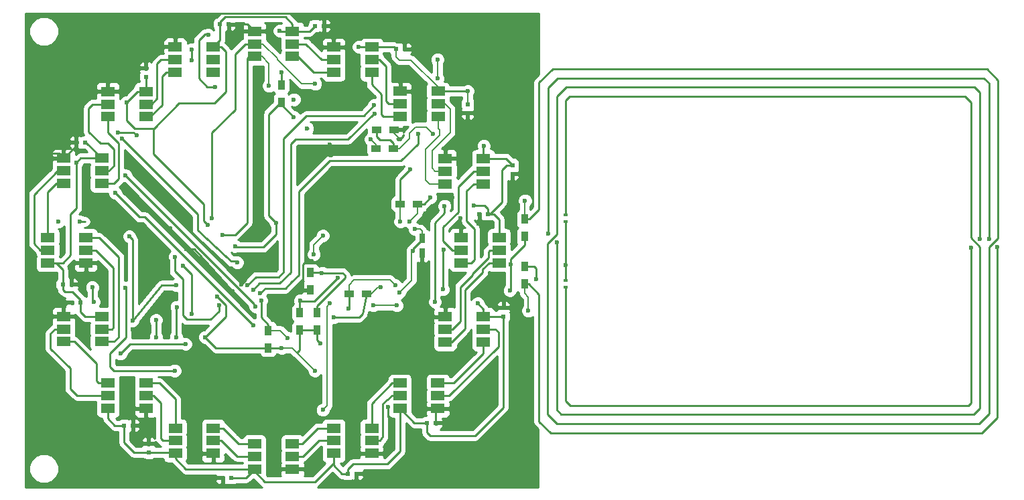
<source format=gbr>
G04 #@! TF.FileFunction,Copper,L2,Bot,Signal*
%FSLAX46Y46*%
G04 Gerber Fmt 4.6, Leading zero omitted, Abs format (unit mm)*
G04 Created by KiCad (PCBNEW 4.0.6) date 04/30/18 08:06:27*
%MOMM*%
%LPD*%
G01*
G04 APERTURE LIST*
%ADD10C,0.100000*%
%ADD11R,0.750000X1.200000*%
%ADD12R,0.600000X0.500000*%
%ADD13R,0.500000X0.600000*%
%ADD14R,0.900000X1.200000*%
%ADD15R,1.200000X0.900000*%
%ADD16R,1.800000X1.200000*%
%ADD17R,0.600000X0.400000*%
%ADD18C,0.600000*%
%ADD19C,0.200000*%
%ADD20C,0.250000*%
%ADD21C,0.254000*%
G04 APERTURE END LIST*
D10*
D11*
X106807000Y-63883500D03*
X106807000Y-65783500D03*
D12*
X93303000Y-37020500D03*
X94403000Y-37020500D03*
X115167500Y-60833000D03*
X114067500Y-60833000D03*
X82719000Y-94170500D03*
X81619000Y-94170500D03*
X103526500Y-39941500D03*
X104626500Y-39941500D03*
D13*
X117094000Y-73765500D03*
X117094000Y-72665500D03*
X72263000Y-90974000D03*
X72263000Y-89874000D03*
X112585500Y-46948000D03*
X112585500Y-48048000D03*
D12*
X107463500Y-87249000D03*
X108563500Y-87249000D03*
X69173000Y-87566500D03*
X70273000Y-87566500D03*
D13*
X118237000Y-54631500D03*
X118237000Y-55731500D03*
D12*
X97430500Y-93662500D03*
X98530500Y-93662500D03*
X63669000Y-72009000D03*
X62569000Y-72009000D03*
D14*
X93535500Y-75522000D03*
X93535500Y-73322000D03*
X92710000Y-68242000D03*
X92710000Y-70442000D03*
X89027000Y-46693000D03*
X89027000Y-44493000D03*
X87376000Y-77744500D03*
X87376000Y-75544500D03*
X91376500Y-75522000D03*
X91376500Y-73322000D03*
D15*
X101008000Y-52514500D03*
X103208000Y-52514500D03*
X101071500Y-50165000D03*
X103271500Y-50165000D03*
X97579000Y-70929500D03*
X99779000Y-70929500D03*
X104056000Y-59563000D03*
X106256000Y-59563000D03*
D14*
X119761000Y-67416500D03*
X119761000Y-69616500D03*
X119761000Y-61447500D03*
X119761000Y-63647500D03*
D16*
X85651000Y-37700000D03*
X90451000Y-37700000D03*
X90451000Y-39300000D03*
X85651000Y-39300000D03*
X85651000Y-40900000D03*
X90451000Y-40900000D03*
X111751000Y-63800000D03*
X116551000Y-63800000D03*
X116551000Y-65400000D03*
X111751000Y-65400000D03*
X111751000Y-67000000D03*
X116551000Y-67000000D03*
X90451000Y-93100000D03*
X85651000Y-93100000D03*
X85651000Y-91500000D03*
X90451000Y-91500000D03*
X90451000Y-89900000D03*
X85651000Y-89900000D03*
X95651000Y-39700000D03*
X100451000Y-39700000D03*
X100451000Y-41300000D03*
X95651000Y-41300000D03*
X95651000Y-42900000D03*
X100451000Y-42900000D03*
X109751000Y-73800000D03*
X114551000Y-73800000D03*
X114551000Y-75400000D03*
X109751000Y-75400000D03*
X109751000Y-77000000D03*
X114551000Y-77000000D03*
X80451000Y-91100000D03*
X75651000Y-91100000D03*
X75651000Y-89500000D03*
X80451000Y-89500000D03*
X80451000Y-87900000D03*
X75651000Y-87900000D03*
X104051000Y-45300000D03*
X108851000Y-45300000D03*
X108851000Y-46900000D03*
X104051000Y-46900000D03*
X104051000Y-48500000D03*
X108851000Y-48500000D03*
X108826000Y-85420000D03*
X104026000Y-85420000D03*
X104026000Y-83820000D03*
X108826000Y-83820000D03*
X108826000Y-82220000D03*
X104026000Y-82220000D03*
X71951000Y-85400000D03*
X67151000Y-85400000D03*
X67151000Y-83800000D03*
X71951000Y-83800000D03*
X71951000Y-82200000D03*
X67151000Y-82200000D03*
X109751000Y-53800000D03*
X114551000Y-53800000D03*
X114551000Y-55400000D03*
X109751000Y-55400000D03*
X109751000Y-57000000D03*
X114551000Y-57000000D03*
X100451000Y-91100000D03*
X95651000Y-91100000D03*
X95651000Y-89500000D03*
X100451000Y-89500000D03*
X100451000Y-87900000D03*
X95651000Y-87900000D03*
X61544500Y-73774500D03*
X66344500Y-73774500D03*
X66344500Y-75374500D03*
X61544500Y-75374500D03*
X61544500Y-76974500D03*
X66344500Y-76974500D03*
D17*
X124968000Y-60891000D03*
X124968000Y-61791000D03*
X124968000Y-69209500D03*
X124968000Y-70109500D03*
D12*
X61426000Y-69723000D03*
X62526000Y-69723000D03*
X64240500Y-51752500D03*
X63140500Y-51752500D03*
D13*
X71945500Y-43476000D03*
X71945500Y-42376000D03*
D12*
X81301500Y-36830000D03*
X82401500Y-36830000D03*
D16*
X64351000Y-67000000D03*
X59551000Y-67000000D03*
X59551000Y-65400000D03*
X64351000Y-65400000D03*
X64351000Y-63800000D03*
X59551000Y-63800000D03*
X61544500Y-53772000D03*
X66344500Y-53772000D03*
X66344500Y-55372000D03*
X61544500Y-55372000D03*
X61544500Y-56972000D03*
X66344500Y-56972000D03*
X67132500Y-45326500D03*
X71932500Y-45326500D03*
X71932500Y-46926500D03*
X67132500Y-46926500D03*
X67132500Y-48526500D03*
X71932500Y-48526500D03*
X75641500Y-39675000D03*
X80441500Y-39675000D03*
X80441500Y-41275000D03*
X75641500Y-41275000D03*
X75641500Y-42875000D03*
X80441500Y-42875000D03*
D18*
X90627200Y-46329600D03*
X92303600Y-49987200D03*
X60909200Y-61772800D03*
X63601600Y-61772800D03*
X103441500Y-69850000D03*
X93980000Y-77216000D03*
X97536000Y-72771000D03*
X83185000Y-64897000D03*
X88392000Y-61976000D03*
X93154500Y-65913000D03*
X94297500Y-63563500D03*
X80899000Y-71247000D03*
X93281500Y-80645000D03*
X79438500Y-76390500D03*
X76962000Y-77279500D03*
X68707000Y-78486000D03*
X89090500Y-77787500D03*
X90614500Y-48577500D03*
X84023200Y-69697600D03*
X106426000Y-43688000D03*
X107442000Y-41757600D03*
X108559600Y-92811600D03*
X118414800Y-41249600D03*
X92837000Y-66802000D03*
X95910400Y-54965600D03*
X94996000Y-50139600D03*
X95199200Y-52019200D03*
X95300800Y-53390800D03*
X102489000Y-85217000D03*
X58013600Y-70561200D03*
X64109600Y-70358000D03*
X85852000Y-42773600D03*
X74726800Y-93929200D03*
X103060500Y-89535000D03*
X105359200Y-89560400D03*
X113995200Y-62026800D03*
X107759500Y-60325000D03*
X111709200Y-61366400D03*
X118237000Y-60452000D03*
X115620800Y-61925200D03*
X110680500Y-58737500D03*
X111658400Y-55727600D03*
X104038400Y-51358800D03*
X105664000Y-63881000D03*
X103987600Y-68224400D03*
X79654400Y-35915600D03*
X91440000Y-36017200D03*
X87630000Y-37033200D03*
X88239600Y-65989200D03*
X92506800Y-63500000D03*
X69697600Y-84836000D03*
X68834000Y-91440000D03*
X70815200Y-89408000D03*
X84582000Y-66954400D03*
X74993500Y-62611000D03*
X73101200Y-64566800D03*
X70294500Y-75374500D03*
X116014500Y-70612000D03*
X118364000Y-63436500D03*
X112585500Y-49149000D03*
X103327200Y-42316400D03*
X92900500Y-61849000D03*
X107505500Y-73787000D03*
X83629500Y-88646000D03*
X84277200Y-64058800D03*
X77025500Y-65214500D03*
X82905600Y-70561200D03*
X101092000Y-82613500D03*
X96901000Y-81788000D03*
X95948500Y-85979000D03*
X98107500Y-59372500D03*
X87185500Y-80010000D03*
X59880500Y-81026000D03*
X73342500Y-67564000D03*
X61341000Y-64198500D03*
X95694500Y-37274500D03*
X57721500Y-53149500D03*
X96901000Y-49403000D03*
X97853500Y-43878500D03*
X66167000Y-43434000D03*
X70104000Y-43370500D03*
X124968000Y-67246500D03*
X113347500Y-59753500D03*
X109664500Y-59817000D03*
X108458000Y-71945500D03*
X113855500Y-72136000D03*
X114617500Y-52197000D03*
X112585500Y-45275500D03*
X100330000Y-51371500D03*
X98806000Y-39687500D03*
X79756000Y-62166500D03*
X88836500Y-37655500D03*
X69532500Y-46672500D03*
X63182500Y-54292500D03*
X100647500Y-72390000D03*
X103632000Y-72390000D03*
X103949500Y-70739000D03*
X105664000Y-65468500D03*
X105918000Y-62738000D03*
X107886500Y-58737500D03*
X105219500Y-61785500D03*
X105346500Y-55181500D03*
X104076500Y-61785500D03*
X121221500Y-69024500D03*
X109474000Y-70358000D03*
X109537500Y-65341500D03*
X118046500Y-67183000D03*
X117919500Y-70485000D03*
X85471000Y-74866500D03*
X68072000Y-58166000D03*
X85788500Y-72517000D03*
X69354700Y-55943500D03*
X68389500Y-50482500D03*
X70739000Y-50863500D03*
X68897500Y-51244500D03*
X83464400Y-66954400D03*
X108775500Y-41275000D03*
X108775500Y-43688000D03*
X69850000Y-63652400D03*
X75755500Y-69850000D03*
X70231000Y-74295000D03*
X73215500Y-76390500D03*
X73215500Y-74231500D03*
X75565000Y-80645000D03*
X69342000Y-70167500D03*
X75819000Y-72580500D03*
X75755500Y-76390500D03*
X65151000Y-70104000D03*
X65341500Y-71945500D03*
X80708500Y-44767500D03*
X79819500Y-38163500D03*
X94170500Y-68262500D03*
X77724000Y-40005000D03*
X77724000Y-41402000D03*
X89027000Y-42926000D03*
X89852500Y-76517500D03*
X86487000Y-71755000D03*
X95186500Y-72136000D03*
X94297500Y-85598000D03*
X96139000Y-68897500D03*
X91440000Y-71755000D03*
X108204000Y-50673000D03*
X101600000Y-70104000D03*
X95631000Y-73914000D03*
X120243600Y-73050400D03*
X123825000Y-64389000D03*
X122745500Y-63309500D03*
X179514500Y-65024000D03*
X178435000Y-63944500D03*
X119837200Y-59131200D03*
X177292000Y-63944500D03*
X176149000Y-65087500D03*
X100774500Y-47053500D03*
X84772500Y-69850000D03*
X85471000Y-70421500D03*
X100838000Y-48133000D03*
X86360000Y-70866000D03*
X106299000Y-50673000D03*
X87477600Y-44602400D03*
X81597500Y-63436500D03*
X93319600Y-44348400D03*
X80264000Y-61341000D03*
X81153000Y-72390000D03*
X75628500Y-66230500D03*
X77724000Y-73469500D03*
X76644500Y-67373500D03*
D19*
X92506800Y-49987200D02*
X92303600Y-49987200D01*
X90627200Y-46329600D02*
X90678000Y-46329600D01*
D20*
X64262000Y-61772800D02*
X63601600Y-61772800D01*
D19*
X97579000Y-70929500D02*
X97579000Y-69807000D01*
X102743000Y-69151500D02*
X103441500Y-69850000D01*
X98234500Y-69151500D02*
X102743000Y-69151500D01*
X97579000Y-69807000D02*
X98234500Y-69151500D01*
D20*
X97579000Y-70929500D02*
X97579000Y-72728000D01*
X93535500Y-76771500D02*
X93535500Y-75522000D01*
X93980000Y-77216000D02*
X93535500Y-76771500D01*
X97579000Y-72728000D02*
X97536000Y-72771000D01*
X91376500Y-75522000D02*
X91376500Y-78041500D01*
X91376500Y-78041500D02*
X91027250Y-78390750D01*
X83185000Y-64897000D02*
X83312000Y-65024000D01*
X83312000Y-65024000D02*
X86741000Y-65024000D01*
X86741000Y-65024000D02*
X88392000Y-63373000D01*
X88392000Y-63373000D02*
X88392000Y-61976000D01*
X89027000Y-46693000D02*
X88943000Y-46693000D01*
X88943000Y-46693000D02*
X87439500Y-48196500D01*
X87439500Y-48196500D02*
X87439500Y-61023500D01*
X87439500Y-61023500D02*
X88392000Y-61976000D01*
D19*
X93154500Y-64706500D02*
X93154500Y-65913000D01*
X94297500Y-63563500D02*
X93154500Y-64706500D01*
D20*
X91376500Y-75522000D02*
X93535500Y-75522000D01*
X93599000Y-75585500D02*
X93535500Y-75522000D01*
X82042000Y-73787000D02*
X79438500Y-76390500D01*
X82042000Y-72390000D02*
X82042000Y-73787000D01*
X80899000Y-71247000D02*
X82042000Y-72390000D01*
D19*
X89090500Y-77787500D02*
X90424000Y-77787500D01*
X90424000Y-77787500D02*
X91027250Y-78390750D01*
X91027250Y-78390750D02*
X93281500Y-80645000D01*
D20*
X80792500Y-77744500D02*
X87376000Y-77744500D01*
X79438500Y-76390500D02*
X80792500Y-77744500D01*
X69913500Y-77279500D02*
X76962000Y-77279500D01*
X68707000Y-78486000D02*
X69913500Y-77279500D01*
X87376000Y-77744500D02*
X89047500Y-77744500D01*
X89047500Y-77744500D02*
X89090500Y-77787500D01*
X90614500Y-48577500D02*
X89027000Y-46990000D01*
X89027000Y-46990000D02*
X89027000Y-46693000D01*
X84582000Y-69138800D02*
X84582000Y-66954400D01*
X84023200Y-69697600D02*
X84582000Y-69138800D01*
X92837000Y-66802000D02*
X92202000Y-66802000D01*
X91981200Y-70442000D02*
X92710000Y-70442000D01*
X91795600Y-70256400D02*
X91981200Y-70442000D01*
X91795600Y-67208400D02*
X91795600Y-70256400D01*
X92202000Y-66802000D02*
X91795600Y-67208400D01*
X95199200Y-53289200D02*
X95199200Y-52019200D01*
X95300800Y-53390800D02*
X95199200Y-53289200D01*
X102489000Y-85217000D02*
X102489000Y-86487000D01*
X102489000Y-86487000D02*
X102920800Y-86918800D01*
X62569000Y-72009000D02*
X59461400Y-72009000D01*
X59461400Y-72009000D02*
X58013600Y-70561200D01*
X62526000Y-69723000D02*
X63474600Y-69723000D01*
X63474600Y-69723000D02*
X64109600Y-70358000D01*
D19*
X111751000Y-63800000D02*
X111751000Y-61408200D01*
X111751000Y-61408200D02*
X111709200Y-61366400D01*
X115570000Y-61976000D02*
X115620800Y-61925200D01*
X103271500Y-50165000D02*
X103271500Y-50591900D01*
X103271500Y-50591900D02*
X104038400Y-51358800D01*
D20*
X94403000Y-35678200D02*
X94132400Y-35407600D01*
X94132400Y-35407600D02*
X80162400Y-35407600D01*
X80162400Y-35407600D02*
X79654400Y-35915600D01*
X94403000Y-37020500D02*
X94403000Y-35678200D01*
X94403000Y-36237000D02*
X94183200Y-36017200D01*
X94183200Y-36017200D02*
X91440000Y-36017200D01*
X94403000Y-37020500D02*
X94403000Y-36237000D01*
X71951000Y-85400000D02*
X70261600Y-85400000D01*
X70261600Y-85400000D02*
X69697600Y-84836000D01*
X70273000Y-87566500D02*
X70273000Y-88865800D01*
X70273000Y-88865800D02*
X70815200Y-89408000D01*
X84429600Y-66802000D02*
X84582000Y-66954400D01*
X84429600Y-65938400D02*
X84429600Y-66802000D01*
X107518500Y-73800000D02*
X107505500Y-73787000D01*
X107518500Y-73800000D02*
X109751000Y-73800000D01*
X108563500Y-87249000D02*
X108563500Y-85682500D01*
X108563500Y-85682500D02*
X108826000Y-85420000D01*
X72263000Y-89874000D02*
X71713000Y-89874000D01*
X70273000Y-88434000D02*
X70273000Y-87566500D01*
X71713000Y-89874000D02*
X70273000Y-88434000D01*
X78041500Y-65214500D02*
X77025500Y-65214500D01*
X82905600Y-70561200D02*
X78041500Y-65214500D01*
X70273000Y-87566500D02*
X71310500Y-87566500D01*
X71951000Y-86926000D02*
X71951000Y-85400000D01*
X71310500Y-87566500D02*
X71951000Y-86926000D01*
X62569000Y-72009000D02*
X62103000Y-72009000D01*
X61544500Y-72567500D02*
X61544500Y-73774500D01*
X62103000Y-72009000D02*
X61544500Y-72567500D01*
X62526000Y-69723000D02*
X63690500Y-69723000D01*
X64351000Y-69062500D02*
X64351000Y-67000000D01*
X63690500Y-69723000D02*
X64351000Y-69062500D01*
X75641500Y-39675000D02*
X75641500Y-38049500D01*
X75641500Y-38049500D02*
X75628500Y-38036500D01*
X75641500Y-39675000D02*
X75641500Y-39637000D01*
X95694500Y-39656500D02*
X95694500Y-37274500D01*
X95440500Y-37020500D02*
X95694500Y-37274500D01*
X95440500Y-37020500D02*
X94403000Y-37020500D01*
X95694500Y-39656500D02*
X95651000Y-39700000D01*
X82401500Y-36830000D02*
X84781000Y-36830000D01*
X84781000Y-36830000D02*
X85651000Y-37700000D01*
X63140500Y-51752500D02*
X63140500Y-52176000D01*
X63140500Y-52176000D02*
X61544500Y-53772000D01*
X57721500Y-53149500D02*
X60922000Y-53149500D01*
X60922000Y-53149500D02*
X61544500Y-53772000D01*
X71945500Y-42376000D02*
X71098500Y-42376000D01*
X71098500Y-42376000D02*
X70104000Y-43370500D01*
X67132500Y-45326500D02*
X67132500Y-44399500D01*
X67132500Y-44399500D02*
X66167000Y-43434000D01*
X70040500Y-43434000D02*
X66167000Y-43434000D01*
X70104000Y-43370500D02*
X70040500Y-43434000D01*
X124968000Y-61791000D02*
X124968000Y-67246500D01*
X124968000Y-67246500D02*
X124968000Y-69209500D01*
X114551000Y-73800000D02*
X114551000Y-72831500D01*
X115167500Y-60176500D02*
X115167500Y-60833000D01*
X114744500Y-59753500D02*
X115167500Y-60176500D01*
X113347500Y-59753500D02*
X114744500Y-59753500D01*
X109664500Y-60706000D02*
X109664500Y-59817000D01*
X108458000Y-61912500D02*
X109664500Y-60706000D01*
X108458000Y-71945500D02*
X108458000Y-61912500D01*
X114551000Y-72831500D02*
X113855500Y-72136000D01*
X107463500Y-87249000D02*
X107463500Y-88477000D01*
X117094000Y-85280500D02*
X117094000Y-73765500D01*
X113538000Y-88836500D02*
X117094000Y-85280500D01*
X107823000Y-88836500D02*
X113538000Y-88836500D01*
X107463500Y-88477000D02*
X107823000Y-88836500D01*
X115167500Y-60833000D02*
X115379500Y-60833000D01*
X115379500Y-60833000D02*
X116903500Y-59309000D01*
X117517000Y-54631500D02*
X118237000Y-54631500D01*
X116903500Y-55245000D02*
X117517000Y-54631500D01*
X116903500Y-59309000D02*
X116903500Y-55245000D01*
X115167500Y-60833000D02*
X115887500Y-60833000D01*
X115887500Y-60833000D02*
X116551000Y-61496500D01*
X116551000Y-61496500D02*
X116551000Y-63800000D01*
X114551000Y-52263500D02*
X114551000Y-53800000D01*
X114617500Y-52197000D02*
X114551000Y-52263500D01*
X114551000Y-53800000D02*
X117405500Y-53800000D01*
X117405500Y-53800000D02*
X118237000Y-54631500D01*
X108851000Y-45300000D02*
X112561000Y-45300000D01*
X112561000Y-45300000D02*
X112585500Y-45275500D01*
D19*
X112585500Y-46948000D02*
X112585500Y-45275500D01*
X108851000Y-45300000D02*
X108851000Y-44779500D01*
X108851000Y-44779500D02*
X105410000Y-41338500D01*
X105410000Y-41338500D02*
X103949500Y-41338500D01*
X103949500Y-41338500D02*
X103526500Y-40915500D01*
X103526500Y-40915500D02*
X103526500Y-39941500D01*
X101008000Y-52049500D02*
X101008000Y-52514500D01*
X100330000Y-51371500D02*
X101008000Y-52049500D01*
D20*
X100451000Y-39700000D02*
X98818500Y-39700000D01*
X98818500Y-39700000D02*
X98806000Y-39687500D01*
X100451000Y-39700000D02*
X103285000Y-39700000D01*
X103285000Y-39700000D02*
X103526500Y-39941500D01*
X72898000Y-53213000D02*
X72898000Y-49974500D01*
X79248000Y-59563000D02*
X72898000Y-53213000D01*
X79248000Y-61658500D02*
X79248000Y-59563000D01*
X79756000Y-62166500D02*
X79248000Y-61658500D01*
X114551000Y-73800000D02*
X117059500Y-73800000D01*
D19*
X117059500Y-73800000D02*
X117094000Y-73765500D01*
D20*
X97430500Y-93662500D02*
X97430500Y-93133000D01*
X104026000Y-90855500D02*
X104026000Y-85420000D01*
X102425500Y-92456000D02*
X104026000Y-90855500D01*
X98107500Y-92456000D02*
X102425500Y-92456000D01*
X97430500Y-93133000D02*
X98107500Y-92456000D01*
X107463500Y-87249000D02*
X105855000Y-87249000D01*
X105855000Y-87249000D02*
X104026000Y-85420000D01*
X85651000Y-93100000D02*
X85651000Y-93398000D01*
X85651000Y-93398000D02*
X86931500Y-94678500D01*
X95651000Y-92309000D02*
X95651000Y-91100000D01*
X93281500Y-94678500D02*
X95651000Y-92309000D01*
X86931500Y-94678500D02*
X93281500Y-94678500D01*
X97430500Y-93662500D02*
X96710500Y-93662500D01*
X95651000Y-92603000D02*
X95651000Y-91100000D01*
X96710500Y-93662500D02*
X95651000Y-92603000D01*
X82719000Y-94170500D02*
X84580500Y-94170500D01*
X84580500Y-94170500D02*
X85651000Y-93100000D01*
X75651000Y-91100000D02*
X75651000Y-91780000D01*
X76971000Y-93100000D02*
X85651000Y-93100000D01*
X75651000Y-91780000D02*
X76971000Y-93100000D01*
X69173000Y-87566500D02*
X69173000Y-89747000D01*
X70400000Y-90974000D02*
X72263000Y-90974000D01*
X69173000Y-89747000D02*
X70400000Y-90974000D01*
X72263000Y-90974000D02*
X75525000Y-90974000D01*
X75525000Y-90974000D02*
X75651000Y-91100000D01*
X69173000Y-87566500D02*
X68008500Y-87566500D01*
X67151000Y-86709000D02*
X67151000Y-85400000D01*
X68008500Y-87566500D02*
X67151000Y-86709000D01*
X63669000Y-72009000D02*
X63669000Y-71670000D01*
X61426000Y-70379500D02*
X61426000Y-69723000D01*
X61722000Y-70675500D02*
X61426000Y-70379500D01*
X62674500Y-70675500D02*
X61722000Y-70675500D01*
X63669000Y-71670000D02*
X62674500Y-70675500D01*
X63669000Y-72009000D02*
X63669000Y-73194000D01*
X64249500Y-73774500D02*
X66344500Y-73774500D01*
X63669000Y-73194000D02*
X64249500Y-73774500D01*
X61426000Y-69723000D02*
X61426000Y-67839500D01*
X61426000Y-67839500D02*
X60586500Y-67000000D01*
X60586500Y-67000000D02*
X59551000Y-67000000D01*
X59551000Y-67000000D02*
X61460500Y-67000000D01*
X63182500Y-60071000D02*
X63182500Y-54292500D01*
X62420500Y-60833000D02*
X63182500Y-60071000D01*
X62420500Y-66040000D02*
X62420500Y-60833000D01*
X61460500Y-67000000D02*
X62420500Y-66040000D01*
X80441500Y-39675000D02*
X81458000Y-39675000D01*
X81458000Y-39675000D02*
X82042000Y-40259000D01*
X82042000Y-40259000D02*
X82042000Y-45339000D01*
X82042000Y-45339000D02*
X80581500Y-46799500D01*
X80581500Y-46799500D02*
X76136500Y-46799500D01*
X76136500Y-46799500D02*
X72961500Y-49974500D01*
X72961500Y-49974500D02*
X72898000Y-49974500D01*
X69532500Y-48958500D02*
X69532500Y-46672500D01*
X72898000Y-49974500D02*
X70548500Y-49974500D01*
X70548500Y-49974500D02*
X69532500Y-48958500D01*
X90451000Y-37700000D02*
X88881000Y-37700000D01*
X88881000Y-37700000D02*
X88836500Y-37655500D01*
X81301500Y-36830000D02*
X81301500Y-36554500D01*
X90451000Y-36793500D02*
X90451000Y-37700000D01*
X89535000Y-35877500D02*
X90451000Y-36793500D01*
X81978500Y-35877500D02*
X89535000Y-35877500D01*
X81301500Y-36554500D02*
X81978500Y-35877500D01*
X90451000Y-37700000D02*
X92623500Y-37700000D01*
X92623500Y-37700000D02*
X93303000Y-37020500D01*
X81301500Y-36830000D02*
X81301500Y-38815000D01*
X81301500Y-38815000D02*
X80441500Y-39675000D01*
X71932500Y-45326500D02*
X70878500Y-45326500D01*
X70878500Y-45326500D02*
X69532500Y-46672500D01*
X63703000Y-53772000D02*
X66344500Y-53772000D01*
X63182500Y-54292500D02*
X63703000Y-53772000D01*
X64240500Y-51752500D02*
X64325000Y-51752500D01*
X64325000Y-51752500D02*
X66344500Y-53772000D01*
X71945500Y-43476000D02*
X71945500Y-45313500D01*
X71945500Y-45313500D02*
X71932500Y-45326500D01*
D19*
X103632000Y-72390000D02*
X100647500Y-72390000D01*
D20*
X105664000Y-65468500D02*
X105664000Y-65227200D01*
X105664000Y-65227200D02*
X106807000Y-64084200D01*
X106807000Y-64084200D02*
X106807000Y-63883500D01*
D19*
X105473500Y-66738500D02*
X105473500Y-65659000D01*
X103949500Y-70739000D02*
X105473500Y-69215000D01*
X105473500Y-69215000D02*
X105473500Y-66738500D01*
X105473500Y-65659000D02*
X105664000Y-65468500D01*
X106807000Y-62992000D02*
X106807000Y-63883500D01*
X106553000Y-62738000D02*
X106807000Y-62992000D01*
X105918000Y-62738000D02*
X106553000Y-62738000D01*
X106555500Y-63883500D02*
X106807000Y-63883500D01*
D20*
X106256000Y-59563000D02*
X107061000Y-59563000D01*
X107061000Y-59563000D02*
X107886500Y-58737500D01*
D19*
X106256000Y-60749000D02*
X106256000Y-59563000D01*
X105219500Y-61785500D02*
X106256000Y-60749000D01*
D20*
X104056000Y-59563000D02*
X104056000Y-56472000D01*
X104056000Y-56472000D02*
X105346500Y-55181500D01*
D19*
X104056000Y-61765000D02*
X104056000Y-59563000D01*
X104076500Y-61785500D02*
X104056000Y-61765000D01*
D20*
X120947000Y-67416500D02*
X119761000Y-67416500D01*
X121221500Y-67691000D02*
X120947000Y-67416500D01*
X121221500Y-69024500D02*
X121221500Y-67691000D01*
X109474000Y-65405000D02*
X109474000Y-70358000D01*
X109537500Y-65341500D02*
X109474000Y-65405000D01*
X119761000Y-63647500D02*
X119761000Y-64770000D01*
X118046500Y-66484500D02*
X118046500Y-67183000D01*
X119761000Y-64770000D02*
X118046500Y-66484500D01*
X118046500Y-70358000D02*
X118046500Y-67183000D01*
X117919500Y-70485000D02*
X118046500Y-70358000D01*
X71818500Y-61214000D02*
X85471000Y-74866500D01*
X71120000Y-61214000D02*
X71818500Y-61214000D01*
X68072000Y-58166000D02*
X71120000Y-61214000D01*
X85483700Y-72072500D02*
X85788500Y-72517000D01*
X69354700Y-55943500D02*
X85483700Y-72072500D01*
X70358000Y-50482500D02*
X68389500Y-50482500D01*
X70739000Y-50863500D02*
X70358000Y-50482500D01*
X82042000Y-66141600D02*
X82702400Y-66802000D01*
X68897500Y-51244500D02*
X78486000Y-60833000D01*
X78486000Y-60833000D02*
X78486000Y-62865000D01*
X78486000Y-62865000D02*
X82042000Y-66141600D01*
X83312000Y-66802000D02*
X83464400Y-66954400D01*
X82702400Y-66802000D02*
X83312000Y-66802000D01*
D19*
X108775500Y-43688000D02*
X108775500Y-41275000D01*
D20*
X70231000Y-74295000D02*
X70231000Y-64033400D01*
X70231000Y-64033400D02*
X69850000Y-63652400D01*
X73914000Y-69850000D02*
X75755500Y-69850000D01*
X70231000Y-74295000D02*
X73914000Y-69850000D01*
X73215500Y-74231500D02*
X73215500Y-76390500D01*
X67881500Y-80645000D02*
X75565000Y-80645000D01*
X67373500Y-80137000D02*
X67881500Y-80645000D01*
X67373500Y-78486000D02*
X67373500Y-80137000D01*
X69405500Y-76454000D02*
X67373500Y-78486000D01*
X69405500Y-70231000D02*
X69405500Y-76454000D01*
X69342000Y-70167500D02*
X69405500Y-70231000D01*
X75819000Y-72580500D02*
X75755500Y-72644000D01*
X75755500Y-72644000D02*
X75755500Y-76390500D01*
X65151000Y-71755000D02*
X65151000Y-70104000D01*
X65341500Y-71945500D02*
X65151000Y-71755000D01*
X79692500Y-44767500D02*
X80708500Y-44767500D01*
X78613000Y-43688000D02*
X79692500Y-44767500D01*
X78613000Y-38862000D02*
X78613000Y-43688000D01*
X79375000Y-38100000D02*
X78613000Y-38862000D01*
X79756000Y-38100000D02*
X79375000Y-38100000D01*
X79819500Y-38163500D02*
X79756000Y-38100000D01*
X93535500Y-73322000D02*
X93535500Y-72453500D01*
X96774000Y-68262500D02*
X94170500Y-68262500D01*
X97091500Y-68580000D02*
X96774000Y-68262500D01*
X97091500Y-68897500D02*
X97091500Y-68580000D01*
X93535500Y-72453500D02*
X97091500Y-68897500D01*
X94150000Y-68242000D02*
X92710000Y-68242000D01*
X94170500Y-68262500D02*
X94150000Y-68242000D01*
X77724000Y-40005000D02*
X77724000Y-41402000D01*
X89027000Y-44493000D02*
X89027000Y-42926000D01*
D19*
X88879500Y-75544500D02*
X87376000Y-75544500D01*
X89852500Y-76517500D02*
X88879500Y-75544500D01*
D20*
X87376000Y-75544500D02*
X87376000Y-74803000D01*
X86487000Y-73914000D02*
X86487000Y-71755000D01*
X87376000Y-74803000D02*
X86487000Y-73914000D01*
D19*
X94805500Y-72517000D02*
X95186500Y-72136000D01*
X94805500Y-85090000D02*
X94805500Y-72517000D01*
X94297500Y-85598000D02*
X94805500Y-85090000D01*
D20*
X91376500Y-73322000D02*
X91376500Y-71818500D01*
X91376500Y-71818500D02*
X91440000Y-71755000D01*
X93218000Y-71818500D02*
X96139000Y-68897500D01*
X91503500Y-71818500D02*
X93218000Y-71818500D01*
X91440000Y-71755000D02*
X91503500Y-71818500D01*
D19*
X103208000Y-52514500D02*
X103949500Y-52514500D01*
X107378500Y-49847500D02*
X108204000Y-50673000D01*
X105981500Y-49847500D02*
X107378500Y-49847500D01*
X105219500Y-50609500D02*
X105981500Y-49847500D01*
X105219500Y-51244500D02*
X105219500Y-50609500D01*
X103949500Y-52514500D02*
X105219500Y-51244500D01*
D20*
X103208000Y-52514500D02*
X103208000Y-51900000D01*
X101071500Y-51033500D02*
X101071500Y-50165000D01*
X101473000Y-51435000D02*
X101071500Y-51033500D01*
X102743000Y-51435000D02*
X101473000Y-51435000D01*
X103208000Y-51900000D02*
X102743000Y-51435000D01*
D19*
X99779000Y-70929500D02*
X100393500Y-70929500D01*
X101219000Y-70104000D02*
X101600000Y-70104000D01*
X100393500Y-70929500D02*
X101219000Y-70104000D01*
D20*
X99271000Y-73449000D02*
X99779000Y-70929500D01*
X98869500Y-73850500D02*
X99271000Y-73449000D01*
X95694500Y-73850500D02*
X98869500Y-73850500D01*
X95631000Y-73914000D02*
X95694500Y-73850500D01*
D19*
X119761000Y-69616500D02*
X119761000Y-70840600D01*
X120243600Y-71323200D02*
X120243600Y-73050400D01*
X119761000Y-70840600D02*
X120243600Y-71323200D01*
D20*
X122745500Y-45402500D02*
X122745500Y-44831000D01*
X124968000Y-59436000D02*
X124968000Y-46863000D01*
X125476000Y-45910500D02*
X124968000Y-46418500D01*
X124968000Y-46418500D02*
X124968000Y-46863000D01*
X176149000Y-63246000D02*
X176149000Y-46672500D01*
X176149000Y-63817500D02*
X176149000Y-63246000D01*
X125666500Y-86169500D02*
X176530000Y-86169500D01*
X123825000Y-85598000D02*
X124396500Y-86169500D01*
X124396500Y-86169500D02*
X125666500Y-86169500D01*
X122745500Y-47879000D02*
X122745500Y-63309500D01*
X122745500Y-45402500D02*
X122745500Y-47879000D01*
X171640500Y-43624500D02*
X125539500Y-43624500D01*
X178435000Y-44259500D02*
X177800000Y-43624500D01*
X177800000Y-43624500D02*
X171640500Y-43624500D01*
X178435000Y-44958000D02*
X178435000Y-46164500D01*
X178435000Y-62674500D02*
X178435000Y-46164500D01*
X178435000Y-63944500D02*
X178435000Y-62674500D01*
X178435000Y-44958000D02*
X178435000Y-44259500D01*
X125539500Y-43624500D02*
X124523500Y-43624500D01*
X123825000Y-64389000D02*
X123825000Y-65532000D01*
X123825000Y-65532000D02*
X123825000Y-85598000D01*
X177292000Y-85407500D02*
X177292000Y-84899500D01*
X176530000Y-86169500D02*
X177292000Y-85407500D01*
X177292000Y-64960500D02*
X177292000Y-84899500D01*
X177292000Y-64960500D02*
X176149000Y-63817500D01*
X175387000Y-45910500D02*
X174625000Y-45910500D01*
X176149000Y-46672500D02*
X175387000Y-45910500D01*
X174625000Y-45910500D02*
X125476000Y-45910500D01*
X124968000Y-59436000D02*
X124968000Y-60891000D01*
X123952000Y-43624500D02*
X124523500Y-43624500D01*
X122745500Y-44831000D02*
X123952000Y-43624500D01*
X179514500Y-72771000D02*
X179514500Y-65024000D01*
X178435000Y-63944500D02*
X178371500Y-63881000D01*
X119761000Y-69616500D02*
X120269000Y-69659500D01*
X179514500Y-86550500D02*
X179514500Y-72771000D01*
X177546000Y-88519000D02*
X179514500Y-86550500D01*
X123063000Y-88519000D02*
X177546000Y-88519000D01*
X121602500Y-87058500D02*
X123063000Y-88519000D01*
X121602500Y-70993000D02*
X121602500Y-87058500D01*
X120269000Y-69659500D02*
X121602500Y-70993000D01*
D19*
X119761000Y-61447500D02*
X119761000Y-59207400D01*
X119761000Y-59207400D02*
X119837200Y-59131200D01*
D20*
X124206000Y-42481500D02*
X123317000Y-42481500D01*
X178181000Y-42481500D02*
X179578000Y-43878500D01*
X179578000Y-43878500D02*
X179578000Y-44450000D01*
X178435000Y-70167500D02*
X178435000Y-86106000D01*
X178435000Y-70167500D02*
X178435000Y-65024000D01*
X179578000Y-44450000D02*
X179578000Y-63881000D01*
X125412500Y-42481500D02*
X176974500Y-42481500D01*
X179578000Y-63881000D02*
X178435000Y-65024000D01*
X125412500Y-42481500D02*
X124206000Y-42481500D01*
X126555500Y-87312500D02*
X177228500Y-87312500D01*
X178435000Y-86106000D02*
X177228500Y-87312500D01*
X176974500Y-42481500D02*
X178181000Y-42481500D01*
X121602500Y-44196000D02*
X121602500Y-45085000D01*
X123317000Y-42481500D02*
X121602500Y-44196000D01*
X124968000Y-70109500D02*
X124968000Y-83883500D01*
X125539500Y-85026500D02*
X124968000Y-84455000D01*
X124968000Y-84455000D02*
X124968000Y-83883500D01*
X176149000Y-66802000D02*
X176149000Y-84709000D01*
X176149000Y-65087500D02*
X176149000Y-66802000D01*
X171386500Y-44767500D02*
X176593500Y-44767500D01*
X123825000Y-59690000D02*
X123825000Y-45974000D01*
X122745500Y-64452500D02*
X123825000Y-63373000D01*
X123825000Y-63373000D02*
X123825000Y-59690000D01*
X122682000Y-80518000D02*
X122682000Y-64579500D01*
X123825000Y-87312500D02*
X126555500Y-87312500D01*
X122682000Y-86169500D02*
X122682000Y-80518000D01*
X123825000Y-87312500D02*
X122682000Y-86169500D01*
X122682000Y-64579500D02*
X122745500Y-64516000D01*
X122745500Y-64516000D02*
X122745500Y-64452500D01*
X125031500Y-44767500D02*
X125984000Y-44767500D01*
X123825000Y-45974000D02*
X125031500Y-44767500D01*
X125984000Y-44767500D02*
X171386500Y-44767500D01*
X177292000Y-45466000D02*
X177292000Y-46609000D01*
X176593500Y-44767500D02*
X177292000Y-45466000D01*
X177292000Y-46609000D02*
X177292000Y-63944500D01*
X175831500Y-85026500D02*
X174752000Y-85026500D01*
X176149000Y-84709000D02*
X175831500Y-85026500D01*
X174752000Y-85026500D02*
X125539500Y-85026500D01*
X126555500Y-87312500D02*
X126619000Y-87312500D01*
X121602500Y-60261500D02*
X121602500Y-45085000D01*
X120396000Y-61468000D02*
X119761000Y-61447500D01*
X120396000Y-61468000D02*
X121602500Y-60261500D01*
X121602500Y-45085000D02*
X121602500Y-45021500D01*
X99441000Y-48387000D02*
X100774500Y-47053500D01*
X92202000Y-48387000D02*
X99441000Y-48387000D01*
X89344500Y-51244500D02*
X92202000Y-48387000D01*
X89344500Y-68135500D02*
X89344500Y-51244500D01*
X88709500Y-68770500D02*
X89344500Y-68135500D01*
X85852000Y-68770500D02*
X88709500Y-68770500D01*
X84772500Y-69850000D02*
X85852000Y-68770500D01*
X90805000Y-51371500D02*
X97472500Y-51371500D01*
X85471000Y-70421500D02*
X86296500Y-69596000D01*
X86296500Y-69596000D02*
X88836500Y-69596000D01*
X88836500Y-69596000D02*
X90233500Y-68199000D01*
X90233500Y-68199000D02*
X90233500Y-51943000D01*
X90233500Y-51943000D02*
X90805000Y-51371500D01*
X100711000Y-48133000D02*
X100838000Y-48133000D01*
X97472500Y-51371500D02*
X100711000Y-48133000D01*
X90360500Y-69405500D02*
X91249500Y-68516500D01*
X86360000Y-70866000D02*
X86995000Y-70231000D01*
X86995000Y-70231000D02*
X89535000Y-70231000D01*
X89535000Y-70231000D02*
X90360500Y-69405500D01*
X106299000Y-51943000D02*
X106299000Y-50673000D01*
X104140000Y-54102000D02*
X106299000Y-51943000D01*
X95123000Y-54102000D02*
X104140000Y-54102000D01*
X91249500Y-57975500D02*
X95123000Y-54102000D01*
X91249500Y-68516500D02*
X91249500Y-57975500D01*
D19*
X85651000Y-40900000D02*
X86620000Y-40900000D01*
X87477600Y-41757600D02*
X87477600Y-44602400D01*
X86620000Y-40900000D02*
X87477600Y-41757600D01*
D20*
X85651000Y-40900000D02*
X84957000Y-40900000D01*
X84957000Y-40900000D02*
X84709000Y-41148000D01*
X84709000Y-41148000D02*
X84709000Y-61912500D01*
X84709000Y-61912500D02*
X83185000Y-63436500D01*
X83185000Y-63436500D02*
X81597500Y-63436500D01*
D19*
X85651000Y-39300000D02*
X86696400Y-39300000D01*
X91643200Y-44348400D02*
X93319600Y-44348400D01*
X88544400Y-41249600D02*
X91643200Y-44348400D01*
X88544400Y-41148000D02*
X88544400Y-41249600D01*
X86696400Y-39300000D02*
X88544400Y-41148000D01*
D20*
X85651000Y-39300000D02*
X84461500Y-39300000D01*
X80264000Y-50546000D02*
X80264000Y-61341000D01*
X83185000Y-47625000D02*
X80264000Y-50546000D01*
X83185000Y-40576500D02*
X83185000Y-47625000D01*
X84461500Y-39300000D02*
X83185000Y-40576500D01*
X81153000Y-73088500D02*
X81153000Y-72390000D01*
X80073500Y-74168000D02*
X81153000Y-73088500D01*
X77089000Y-74168000D02*
X80073500Y-74168000D01*
X76581000Y-73660000D02*
X77089000Y-74168000D01*
X76581000Y-69088000D02*
X76581000Y-73660000D01*
X75565000Y-68072000D02*
X76581000Y-69088000D01*
X75565000Y-66294000D02*
X75565000Y-68072000D01*
X75628500Y-66230500D02*
X75565000Y-66294000D01*
X77724000Y-68453000D02*
X77724000Y-73469500D01*
X76644500Y-67373500D02*
X77724000Y-68453000D01*
X90451000Y-39300000D02*
X92132000Y-39300000D01*
X94132000Y-41300000D02*
X95651000Y-41300000D01*
X92132000Y-39300000D02*
X94132000Y-41300000D01*
X90451000Y-40900000D02*
X91128500Y-40900000D01*
X91128500Y-40900000D02*
X93128500Y-42900000D01*
X93128500Y-42900000D02*
X95651000Y-42900000D01*
X113157000Y-68516500D02*
X113157000Y-68389500D01*
X110655000Y-75400000D02*
X111633000Y-74422000D01*
X111633000Y-74422000D02*
X111633000Y-70040500D01*
X111633000Y-70040500D02*
X113157000Y-68516500D01*
X109751000Y-75400000D02*
X110655000Y-75400000D01*
X115384500Y-65400000D02*
X116551000Y-65400000D01*
X115189000Y-65595500D02*
X115384500Y-65400000D01*
X115189000Y-66357500D02*
X115189000Y-65595500D01*
X113157000Y-68389500D02*
X115189000Y-66357500D01*
X114551000Y-55400000D02*
X113319500Y-55400000D01*
X110675500Y-65400000D02*
X111751000Y-65400000D01*
X109474000Y-64198500D02*
X110675500Y-65400000D01*
X109474000Y-62484000D02*
X109474000Y-64198500D01*
X111379000Y-60579000D02*
X109474000Y-62484000D01*
X111379000Y-57340500D02*
X111379000Y-60579000D01*
X113319500Y-55400000D02*
X111379000Y-57340500D01*
X114551000Y-57000000D02*
X113370500Y-57000000D01*
X113022500Y-67000000D02*
X111751000Y-67000000D01*
X113411000Y-66611500D02*
X113022500Y-67000000D01*
X113411000Y-62674500D02*
X113411000Y-66611500D01*
X112458500Y-61722000D02*
X113411000Y-62674500D01*
X112458500Y-57912000D02*
X112458500Y-61722000D01*
X113370500Y-57000000D02*
X112458500Y-57912000D01*
X112268000Y-75311000D02*
X112268000Y-70421500D01*
X110579000Y-77000000D02*
X112268000Y-75311000D01*
X115308500Y-67000000D02*
X116551000Y-67000000D01*
X114490500Y-67818000D02*
X115308500Y-67000000D01*
X114490500Y-68199000D02*
X114490500Y-67818000D01*
X112268000Y-70421500D02*
X114490500Y-68199000D01*
X109751000Y-77000000D02*
X110579000Y-77000000D01*
X80451000Y-89500000D02*
X81435500Y-89500000D01*
X83435500Y-91500000D02*
X85651000Y-91500000D01*
X81435500Y-89500000D02*
X83435500Y-91500000D01*
X90451000Y-91500000D02*
X91761000Y-91500000D01*
X93761000Y-89500000D02*
X95651000Y-89500000D01*
X91761000Y-91500000D02*
X93761000Y-89500000D01*
X90451000Y-89900000D02*
X91646500Y-89900000D01*
X93646500Y-87900000D02*
X95651000Y-87900000D01*
X91646500Y-89900000D02*
X93646500Y-87900000D01*
X80451000Y-87900000D02*
X81677000Y-87900000D01*
X83677000Y-89900000D02*
X85651000Y-89900000D01*
X81677000Y-87900000D02*
X83677000Y-89900000D01*
X100451000Y-41300000D02*
X101434500Y-41300000D01*
X102589500Y-46900000D02*
X104051000Y-46900000D01*
X102235000Y-46545500D02*
X102589500Y-46900000D01*
X102235000Y-42100500D02*
X102235000Y-46545500D01*
X101434500Y-41300000D02*
X102235000Y-42100500D01*
X100451000Y-42900000D02*
X100451000Y-44444000D01*
X101967000Y-48500000D02*
X104051000Y-48500000D01*
X101663500Y-48196500D02*
X101967000Y-48500000D01*
X101663500Y-45656500D02*
X101663500Y-48196500D01*
X100451000Y-44444000D02*
X101663500Y-45656500D01*
X108826000Y-83820000D02*
X110236000Y-83820000D01*
X110236000Y-83820000D02*
X116459000Y-77597000D01*
X116459000Y-77597000D02*
X116459000Y-75755500D01*
X116459000Y-75755500D02*
X116103500Y-75400000D01*
X116103500Y-75400000D02*
X114551000Y-75400000D01*
X108826000Y-82220000D02*
X110820000Y-82220000D01*
X110820000Y-82220000D02*
X114551000Y-78489000D01*
X114551000Y-78489000D02*
X114551000Y-77000000D01*
X71951000Y-83800000D02*
X72878000Y-83800000D01*
X74069500Y-89500000D02*
X75651000Y-89500000D01*
X73787000Y-89217500D02*
X74069500Y-89500000D01*
X73787000Y-84709000D02*
X73787000Y-89217500D01*
X72878000Y-83800000D02*
X73787000Y-84709000D01*
X71951000Y-82200000D02*
X73627500Y-82200000D01*
X75651000Y-84223500D02*
X75651000Y-87900000D01*
X73627500Y-82200000D02*
X75651000Y-84223500D01*
D19*
X108851000Y-46900000D02*
X109701500Y-46900000D01*
X109701500Y-46900000D02*
X110363000Y-47561500D01*
X110363000Y-47561500D02*
X110363000Y-50482500D01*
X110363000Y-50482500D02*
X108077000Y-52768500D01*
X108077000Y-52768500D02*
X108077000Y-54991000D01*
X108077000Y-54991000D02*
X108486000Y-55400000D01*
X108486000Y-55400000D02*
X109751000Y-55400000D01*
X108851000Y-48500000D02*
X108851000Y-49986500D01*
X107736500Y-57000000D02*
X109751000Y-57000000D01*
X107251500Y-56515000D02*
X107736500Y-57000000D01*
X107251500Y-52641500D02*
X107251500Y-56515000D01*
X109029500Y-50863500D02*
X107251500Y-52641500D01*
X109029500Y-50165000D02*
X109029500Y-50863500D01*
X108851000Y-49986500D02*
X109029500Y-50165000D01*
D20*
X100451000Y-89500000D02*
X101508000Y-89500000D01*
X102997000Y-83820000D02*
X104026000Y-83820000D01*
X101854000Y-84772500D02*
X102997000Y-83820000D01*
X101854000Y-88963500D02*
X101854000Y-84772500D01*
X101508000Y-89500000D02*
X101854000Y-88963500D01*
X100451000Y-87900000D02*
X100451000Y-84842000D01*
X103073000Y-82220000D02*
X104026000Y-82220000D01*
X100451000Y-84842000D02*
X103073000Y-82220000D01*
X61544500Y-75374500D02*
X60452000Y-75374500D01*
X63226000Y-83800000D02*
X67151000Y-83800000D01*
X62357000Y-82931000D02*
X63226000Y-83800000D01*
X62357000Y-80327500D02*
X62357000Y-82931000D01*
X59880500Y-77851000D02*
X62357000Y-80327500D01*
X59880500Y-75946000D02*
X59880500Y-77851000D01*
X60452000Y-75374500D02*
X59880500Y-75946000D01*
X61544500Y-76974500D02*
X62877500Y-76974500D01*
X65944000Y-82200000D02*
X67151000Y-82200000D01*
X65659000Y-81915000D02*
X65944000Y-82200000D01*
X65659000Y-79756000D02*
X65659000Y-81915000D01*
X62877500Y-76974500D02*
X65659000Y-79756000D01*
X64351000Y-65400000D02*
X65590500Y-65400000D01*
X67627500Y-75374500D02*
X66344500Y-75374500D01*
X67818000Y-75184000D02*
X67627500Y-75374500D01*
X67818000Y-67627500D02*
X67818000Y-75184000D01*
X65590500Y-65400000D02*
X67818000Y-67627500D01*
X64351000Y-63800000D02*
X66022500Y-63800000D01*
X67932500Y-76974500D02*
X66344500Y-76974500D01*
X68516500Y-76390500D02*
X67932500Y-76974500D01*
X68516500Y-66294000D02*
X68516500Y-76390500D01*
X66022500Y-63800000D02*
X68516500Y-66294000D01*
X61544500Y-55372000D02*
X60769500Y-55372000D01*
X60769500Y-55372000D02*
X57785000Y-58356500D01*
X57785000Y-58356500D02*
X57785000Y-64579500D01*
X57785000Y-64579500D02*
X58605500Y-65400000D01*
X58605500Y-65400000D02*
X59551000Y-65400000D01*
X61544500Y-56972000D02*
X60630000Y-56972000D01*
X59551000Y-58051000D02*
X59551000Y-63800000D01*
X60630000Y-56972000D02*
X59551000Y-58051000D01*
X66344500Y-55372000D02*
X67246500Y-55372000D01*
X65214500Y-46926500D02*
X67132500Y-46926500D01*
X64706500Y-47434500D02*
X65214500Y-46926500D01*
X64706500Y-50419000D02*
X64706500Y-47434500D01*
X66167000Y-51879500D02*
X64706500Y-50419000D01*
X67119500Y-51879500D02*
X66167000Y-51879500D01*
X67881500Y-52641500D02*
X67119500Y-51879500D01*
X67881500Y-54737000D02*
X67881500Y-52641500D01*
X67246500Y-55372000D02*
X67881500Y-54737000D01*
X66344500Y-56972000D02*
X67932500Y-56972000D01*
X67132500Y-50495500D02*
X67132500Y-48526500D01*
X68516500Y-51879500D02*
X67132500Y-50495500D01*
X68516500Y-56388000D02*
X68516500Y-51879500D01*
X67932500Y-56972000D02*
X68516500Y-56388000D01*
X71932500Y-46926500D02*
X72644000Y-46926500D01*
X72644000Y-46926500D02*
X73342500Y-46228000D01*
X73342500Y-46228000D02*
X73342500Y-41783000D01*
X73342500Y-41783000D02*
X73850500Y-41275000D01*
X73850500Y-41275000D02*
X75641500Y-41275000D01*
X71932500Y-48526500D02*
X72504500Y-48526500D01*
X72504500Y-48526500D02*
X73977500Y-47053500D01*
X73977500Y-47053500D02*
X73977500Y-43434000D01*
X73977500Y-43434000D02*
X74536500Y-42875000D01*
X74536500Y-42875000D02*
X75641500Y-42875000D01*
D21*
G36*
X115399110Y-68196431D02*
X115651000Y-68247440D01*
X117286500Y-68247440D01*
X117286500Y-69795759D01*
X117127308Y-69954673D01*
X116984662Y-70298201D01*
X116984338Y-70670167D01*
X117126383Y-71013943D01*
X117389173Y-71277192D01*
X117732701Y-71419838D01*
X118104667Y-71420162D01*
X118448443Y-71278117D01*
X118711692Y-71015327D01*
X118853944Y-70672747D01*
X119026000Y-70790308D01*
X119026000Y-70840600D01*
X119073563Y-71079714D01*
X119081949Y-71121872D01*
X119241277Y-71360323D01*
X119508600Y-71627647D01*
X119508600Y-72462981D01*
X119451408Y-72520073D01*
X119308762Y-72863601D01*
X119308438Y-73235567D01*
X119450483Y-73579343D01*
X119713273Y-73842592D01*
X120056801Y-73985238D01*
X120428767Y-73985562D01*
X120772543Y-73843517D01*
X120842500Y-73773682D01*
X120842500Y-87058500D01*
X120900352Y-87349339D01*
X121065099Y-87595901D01*
X121496438Y-88027240D01*
X121488794Y-95365500D01*
X93595010Y-95365500D01*
X93818901Y-95215901D01*
X95504000Y-93530802D01*
X96173099Y-94199901D01*
X96419660Y-94364648D01*
X96710500Y-94422500D01*
X96752114Y-94422500D01*
X96878610Y-94508931D01*
X97130500Y-94559940D01*
X97730500Y-94559940D01*
X97965817Y-94515662D01*
X97989906Y-94500161D01*
X98104191Y-94547500D01*
X98244750Y-94547500D01*
X98403500Y-94388750D01*
X98403500Y-93787500D01*
X98657500Y-93787500D01*
X98657500Y-94388750D01*
X98816250Y-94547500D01*
X98956809Y-94547500D01*
X99190198Y-94450827D01*
X99368827Y-94272199D01*
X99465500Y-94038810D01*
X99465500Y-93946250D01*
X99306750Y-93787500D01*
X98657500Y-93787500D01*
X98403500Y-93787500D01*
X98383500Y-93787500D01*
X98383500Y-93537500D01*
X98403500Y-93537500D01*
X98403500Y-93515500D01*
X98657500Y-93515500D01*
X98657500Y-93537500D01*
X99306750Y-93537500D01*
X99465500Y-93378750D01*
X99465500Y-93286190D01*
X99436426Y-93216000D01*
X102425500Y-93216000D01*
X102716339Y-93158148D01*
X102962901Y-92993401D01*
X104563401Y-91392901D01*
X104728148Y-91146339D01*
X104786000Y-90855500D01*
X104786000Y-87254802D01*
X105317599Y-87786401D01*
X105564161Y-87951148D01*
X105855000Y-88009000D01*
X106703500Y-88009000D01*
X106703500Y-88477000D01*
X106761352Y-88767839D01*
X106926099Y-89014401D01*
X107285599Y-89373901D01*
X107532161Y-89538648D01*
X107823000Y-89596500D01*
X113538000Y-89596500D01*
X113828839Y-89538648D01*
X114075401Y-89373901D01*
X117631401Y-85817901D01*
X117796148Y-85571340D01*
X117810717Y-85498096D01*
X117854000Y-85280500D01*
X117854000Y-74443886D01*
X117940431Y-74317390D01*
X117991440Y-74065500D01*
X117991440Y-73465500D01*
X117947162Y-73230183D01*
X117931661Y-73206094D01*
X117979000Y-73091809D01*
X117979000Y-72951250D01*
X117820250Y-72792500D01*
X117219000Y-72792500D01*
X117219000Y-72812500D01*
X116969000Y-72812500D01*
X116969000Y-72792500D01*
X116367750Y-72792500D01*
X116209000Y-72951250D01*
X116209000Y-73040000D01*
X116068334Y-73040000D01*
X116054162Y-72964683D01*
X115915090Y-72748559D01*
X115702890Y-72603569D01*
X115451000Y-72552560D01*
X115255515Y-72552560D01*
X115253148Y-72540661D01*
X115088401Y-72294099D01*
X115033493Y-72239191D01*
X116209000Y-72239191D01*
X116209000Y-72379750D01*
X116367750Y-72538500D01*
X116969000Y-72538500D01*
X116969000Y-71889250D01*
X117219000Y-71889250D01*
X117219000Y-72538500D01*
X117820250Y-72538500D01*
X117979000Y-72379750D01*
X117979000Y-72239191D01*
X117882327Y-72005802D01*
X117703699Y-71827173D01*
X117470310Y-71730500D01*
X117377750Y-71730500D01*
X117219000Y-71889250D01*
X116969000Y-71889250D01*
X116810250Y-71730500D01*
X116717690Y-71730500D01*
X116484301Y-71827173D01*
X116305673Y-72005802D01*
X116209000Y-72239191D01*
X115033493Y-72239191D01*
X114790622Y-71996320D01*
X114790662Y-71950833D01*
X114648617Y-71607057D01*
X114385827Y-71343808D01*
X114042299Y-71201162D01*
X113670333Y-71200838D01*
X113326557Y-71342883D01*
X113063308Y-71605673D01*
X113028000Y-71690704D01*
X113028000Y-70736302D01*
X115027901Y-68736401D01*
X115192648Y-68489839D01*
X115250500Y-68199000D01*
X115250500Y-68132802D01*
X115273023Y-68110279D01*
X115399110Y-68196431D01*
X115399110Y-68196431D01*
G37*
X115399110Y-68196431D02*
X115651000Y-68247440D01*
X117286500Y-68247440D01*
X117286500Y-69795759D01*
X117127308Y-69954673D01*
X116984662Y-70298201D01*
X116984338Y-70670167D01*
X117126383Y-71013943D01*
X117389173Y-71277192D01*
X117732701Y-71419838D01*
X118104667Y-71420162D01*
X118448443Y-71278117D01*
X118711692Y-71015327D01*
X118853944Y-70672747D01*
X119026000Y-70790308D01*
X119026000Y-70840600D01*
X119073563Y-71079714D01*
X119081949Y-71121872D01*
X119241277Y-71360323D01*
X119508600Y-71627647D01*
X119508600Y-72462981D01*
X119451408Y-72520073D01*
X119308762Y-72863601D01*
X119308438Y-73235567D01*
X119450483Y-73579343D01*
X119713273Y-73842592D01*
X120056801Y-73985238D01*
X120428767Y-73985562D01*
X120772543Y-73843517D01*
X120842500Y-73773682D01*
X120842500Y-87058500D01*
X120900352Y-87349339D01*
X121065099Y-87595901D01*
X121496438Y-88027240D01*
X121488794Y-95365500D01*
X93595010Y-95365500D01*
X93818901Y-95215901D01*
X95504000Y-93530802D01*
X96173099Y-94199901D01*
X96419660Y-94364648D01*
X96710500Y-94422500D01*
X96752114Y-94422500D01*
X96878610Y-94508931D01*
X97130500Y-94559940D01*
X97730500Y-94559940D01*
X97965817Y-94515662D01*
X97989906Y-94500161D01*
X98104191Y-94547500D01*
X98244750Y-94547500D01*
X98403500Y-94388750D01*
X98403500Y-93787500D01*
X98657500Y-93787500D01*
X98657500Y-94388750D01*
X98816250Y-94547500D01*
X98956809Y-94547500D01*
X99190198Y-94450827D01*
X99368827Y-94272199D01*
X99465500Y-94038810D01*
X99465500Y-93946250D01*
X99306750Y-93787500D01*
X98657500Y-93787500D01*
X98403500Y-93787500D01*
X98383500Y-93787500D01*
X98383500Y-93537500D01*
X98403500Y-93537500D01*
X98403500Y-93515500D01*
X98657500Y-93515500D01*
X98657500Y-93537500D01*
X99306750Y-93537500D01*
X99465500Y-93378750D01*
X99465500Y-93286190D01*
X99436426Y-93216000D01*
X102425500Y-93216000D01*
X102716339Y-93158148D01*
X102962901Y-92993401D01*
X104563401Y-91392901D01*
X104728148Y-91146339D01*
X104786000Y-90855500D01*
X104786000Y-87254802D01*
X105317599Y-87786401D01*
X105564161Y-87951148D01*
X105855000Y-88009000D01*
X106703500Y-88009000D01*
X106703500Y-88477000D01*
X106761352Y-88767839D01*
X106926099Y-89014401D01*
X107285599Y-89373901D01*
X107532161Y-89538648D01*
X107823000Y-89596500D01*
X113538000Y-89596500D01*
X113828839Y-89538648D01*
X114075401Y-89373901D01*
X117631401Y-85817901D01*
X117796148Y-85571340D01*
X117810717Y-85498096D01*
X117854000Y-85280500D01*
X117854000Y-74443886D01*
X117940431Y-74317390D01*
X117991440Y-74065500D01*
X117991440Y-73465500D01*
X117947162Y-73230183D01*
X117931661Y-73206094D01*
X117979000Y-73091809D01*
X117979000Y-72951250D01*
X117820250Y-72792500D01*
X117219000Y-72792500D01*
X117219000Y-72812500D01*
X116969000Y-72812500D01*
X116969000Y-72792500D01*
X116367750Y-72792500D01*
X116209000Y-72951250D01*
X116209000Y-73040000D01*
X116068334Y-73040000D01*
X116054162Y-72964683D01*
X115915090Y-72748559D01*
X115702890Y-72603569D01*
X115451000Y-72552560D01*
X115255515Y-72552560D01*
X115253148Y-72540661D01*
X115088401Y-72294099D01*
X115033493Y-72239191D01*
X116209000Y-72239191D01*
X116209000Y-72379750D01*
X116367750Y-72538500D01*
X116969000Y-72538500D01*
X116969000Y-71889250D01*
X117219000Y-71889250D01*
X117219000Y-72538500D01*
X117820250Y-72538500D01*
X117979000Y-72379750D01*
X117979000Y-72239191D01*
X117882327Y-72005802D01*
X117703699Y-71827173D01*
X117470310Y-71730500D01*
X117377750Y-71730500D01*
X117219000Y-71889250D01*
X116969000Y-71889250D01*
X116810250Y-71730500D01*
X116717690Y-71730500D01*
X116484301Y-71827173D01*
X116305673Y-72005802D01*
X116209000Y-72239191D01*
X115033493Y-72239191D01*
X114790622Y-71996320D01*
X114790662Y-71950833D01*
X114648617Y-71607057D01*
X114385827Y-71343808D01*
X114042299Y-71201162D01*
X113670333Y-71200838D01*
X113326557Y-71342883D01*
X113063308Y-71605673D01*
X113028000Y-71690704D01*
X113028000Y-70736302D01*
X115027901Y-68736401D01*
X115192648Y-68489839D01*
X115250500Y-68199000D01*
X115250500Y-68132802D01*
X115273023Y-68110279D01*
X115399110Y-68196431D01*
G36*
X80813208Y-35967990D02*
X80766183Y-35976838D01*
X80550059Y-36115910D01*
X80405069Y-36328110D01*
X80354060Y-36580000D01*
X80354060Y-37080000D01*
X80398338Y-37315317D01*
X80537410Y-37531441D01*
X80541500Y-37534236D01*
X80541500Y-37563316D01*
X80349827Y-37371308D01*
X80006299Y-37228662D01*
X79634333Y-37228338D01*
X79353962Y-37344185D01*
X79084161Y-37397852D01*
X78837599Y-37562599D01*
X78075599Y-38324599D01*
X77910852Y-38571161D01*
X77853000Y-38862000D01*
X77853000Y-39070112D01*
X77538833Y-39069838D01*
X77195057Y-39211883D01*
X77176500Y-39230408D01*
X77176500Y-38948690D01*
X77079827Y-38715301D01*
X76901198Y-38536673D01*
X76667809Y-38440000D01*
X75927250Y-38440000D01*
X75768500Y-38598750D01*
X75768500Y-39548000D01*
X75788500Y-39548000D01*
X75788500Y-39802000D01*
X75768500Y-39802000D01*
X75768500Y-39822000D01*
X75514500Y-39822000D01*
X75514500Y-39802000D01*
X74265250Y-39802000D01*
X74106500Y-39960750D01*
X74106500Y-40401310D01*
X74135370Y-40471007D01*
X74126461Y-40515000D01*
X73850500Y-40515000D01*
X73559661Y-40572852D01*
X73430059Y-40659449D01*
X73313099Y-40737599D01*
X72805099Y-41245599D01*
X72640352Y-41492161D01*
X72618673Y-41601147D01*
X72555199Y-41537673D01*
X72321810Y-41441000D01*
X72229250Y-41441000D01*
X72070500Y-41599750D01*
X72070500Y-42249000D01*
X72092500Y-42249000D01*
X72092500Y-42503000D01*
X72070500Y-42503000D01*
X72070500Y-42523000D01*
X71820500Y-42523000D01*
X71820500Y-42503000D01*
X71219250Y-42503000D01*
X71060500Y-42661750D01*
X71060500Y-42802309D01*
X71106467Y-42913283D01*
X71099069Y-42924110D01*
X71048060Y-43176000D01*
X71048060Y-43776000D01*
X71092338Y-44011317D01*
X71135929Y-44079060D01*
X71032500Y-44079060D01*
X70797183Y-44123338D01*
X70581059Y-44262410D01*
X70436069Y-44474610D01*
X70385060Y-44726500D01*
X70385060Y-44759725D01*
X70341099Y-44789099D01*
X69392820Y-45737378D01*
X69347333Y-45737338D01*
X69003557Y-45879383D01*
X68740308Y-46142173D01*
X68674897Y-46299699D01*
X68640642Y-46117650D01*
X68667500Y-46052810D01*
X68667500Y-45612250D01*
X68508750Y-45453500D01*
X67259500Y-45453500D01*
X67259500Y-45473500D01*
X67005500Y-45473500D01*
X67005500Y-45453500D01*
X65756250Y-45453500D01*
X65597500Y-45612250D01*
X65597500Y-46052810D01*
X65626370Y-46122507D01*
X65617461Y-46166500D01*
X65214500Y-46166500D01*
X64923661Y-46224352D01*
X64770785Y-46326500D01*
X64677099Y-46389099D01*
X64169099Y-46897099D01*
X64004352Y-47143661D01*
X63946500Y-47434500D01*
X63946500Y-50419000D01*
X64004352Y-50709839D01*
X64101385Y-50855060D01*
X63940500Y-50855060D01*
X63705183Y-50899338D01*
X63681094Y-50914839D01*
X63566809Y-50867500D01*
X63426250Y-50867500D01*
X63267500Y-51026250D01*
X63267500Y-51627500D01*
X63287500Y-51627500D01*
X63287500Y-51877500D01*
X63267500Y-51877500D01*
X63267500Y-52478750D01*
X63426250Y-52637500D01*
X63566809Y-52637500D01*
X63677783Y-52591533D01*
X63688610Y-52598931D01*
X63940500Y-52649940D01*
X64147638Y-52649940D01*
X64509698Y-53012000D01*
X63703000Y-53012000D01*
X63412161Y-53069852D01*
X63165599Y-53234599D01*
X63079500Y-53320698D01*
X63079500Y-53045690D01*
X62982827Y-52812301D01*
X62808025Y-52637500D01*
X62854750Y-52637500D01*
X63013500Y-52478750D01*
X63013500Y-51877500D01*
X62364250Y-51877500D01*
X62205500Y-52036250D01*
X62205500Y-52128810D01*
X62302173Y-52362199D01*
X62476975Y-52537000D01*
X61830250Y-52537000D01*
X61671500Y-52695750D01*
X61671500Y-53645000D01*
X61691500Y-53645000D01*
X61691500Y-53899000D01*
X61671500Y-53899000D01*
X61671500Y-53919000D01*
X61417500Y-53919000D01*
X61417500Y-53899000D01*
X60168250Y-53899000D01*
X60009500Y-54057750D01*
X60009500Y-54498310D01*
X60038370Y-54568007D01*
X59997060Y-54772000D01*
X59997060Y-55069638D01*
X57247599Y-57819099D01*
X57082852Y-58065661D01*
X57025000Y-58356500D01*
X57025000Y-64579500D01*
X57082852Y-64870339D01*
X57247599Y-65116901D01*
X58003560Y-65872862D01*
X58003560Y-66000000D01*
X58042574Y-66207342D01*
X58003560Y-66400000D01*
X58003560Y-67600000D01*
X58047838Y-67835317D01*
X58186910Y-68051441D01*
X58399110Y-68196431D01*
X58651000Y-68247440D01*
X60451000Y-68247440D01*
X60666000Y-68206985D01*
X60666000Y-69021437D01*
X60529569Y-69221110D01*
X60478560Y-69473000D01*
X60478560Y-69973000D01*
X60522838Y-70208317D01*
X60661910Y-70424441D01*
X60676989Y-70434744D01*
X60723852Y-70670339D01*
X60888599Y-70916901D01*
X61184599Y-71212901D01*
X61431160Y-71377648D01*
X61716160Y-71434338D01*
X61634000Y-71632690D01*
X61634000Y-71725250D01*
X61792750Y-71884000D01*
X62442000Y-71884000D01*
X62442000Y-71862000D01*
X62696000Y-71862000D01*
X62696000Y-71884000D01*
X62716000Y-71884000D01*
X62716000Y-72134000D01*
X62696000Y-72134000D01*
X62696000Y-72156000D01*
X62442000Y-72156000D01*
X62442000Y-72134000D01*
X61792750Y-72134000D01*
X61634000Y-72292750D01*
X61634000Y-72385310D01*
X61730673Y-72618699D01*
X61740862Y-72628888D01*
X61671500Y-72698250D01*
X61671500Y-73647500D01*
X62920750Y-73647500D01*
X63013539Y-73554711D01*
X63131599Y-73731401D01*
X63712099Y-74311901D01*
X63958661Y-74476648D01*
X64249500Y-74534500D01*
X64827166Y-74534500D01*
X64836074Y-74581842D01*
X64797060Y-74774500D01*
X64797060Y-75974500D01*
X64836074Y-76181842D01*
X64797060Y-76374500D01*
X64797060Y-77574500D01*
X64841338Y-77809817D01*
X64938296Y-77960494D01*
X63414901Y-76437099D01*
X63168339Y-76272352D01*
X63069001Y-76252592D01*
X63052926Y-76167158D01*
X63091940Y-75974500D01*
X63091940Y-74774500D01*
X63052642Y-74565650D01*
X63079500Y-74500810D01*
X63079500Y-74060250D01*
X62920750Y-73901500D01*
X61671500Y-73901500D01*
X61671500Y-73921500D01*
X61417500Y-73921500D01*
X61417500Y-73901500D01*
X60168250Y-73901500D01*
X60009500Y-74060250D01*
X60009500Y-74500810D01*
X60038370Y-74570507D01*
X59997060Y-74774500D01*
X59997060Y-74782000D01*
X59914599Y-74837099D01*
X59343099Y-75408599D01*
X59178352Y-75655161D01*
X59120500Y-75946000D01*
X59120500Y-77851000D01*
X59178352Y-78141839D01*
X59343099Y-78388401D01*
X61597000Y-80642302D01*
X61597000Y-82931000D01*
X61654852Y-83221839D01*
X61819599Y-83468401D01*
X62688599Y-84337401D01*
X62935161Y-84502148D01*
X63226000Y-84560000D01*
X65633666Y-84560000D01*
X65642574Y-84607342D01*
X65603560Y-84800000D01*
X65603560Y-86000000D01*
X65647838Y-86235317D01*
X65786910Y-86451441D01*
X65999110Y-86596431D01*
X66251000Y-86647440D01*
X66391000Y-86647440D01*
X66391000Y-86709000D01*
X66448852Y-86999839D01*
X66613599Y-87246401D01*
X67471099Y-88103901D01*
X67717661Y-88268648D01*
X68008500Y-88326500D01*
X68413000Y-88326500D01*
X68413000Y-89747000D01*
X68470852Y-90037839D01*
X68635599Y-90284401D01*
X69862599Y-91511401D01*
X70109161Y-91676148D01*
X70400000Y-91734000D01*
X71561437Y-91734000D01*
X71761110Y-91870431D01*
X72013000Y-91921440D01*
X72513000Y-91921440D01*
X72748317Y-91877162D01*
X72964441Y-91738090D01*
X72967236Y-91734000D01*
X74109958Y-91734000D01*
X74147838Y-91935317D01*
X74286910Y-92151441D01*
X74499110Y-92296431D01*
X74751000Y-92347440D01*
X75143638Y-92347440D01*
X76433599Y-93637401D01*
X76680161Y-93802148D01*
X76971000Y-93860000D01*
X80684000Y-93860000D01*
X80684000Y-93886750D01*
X80842750Y-94045500D01*
X81492000Y-94045500D01*
X81492000Y-94023500D01*
X81746000Y-94023500D01*
X81746000Y-94045500D01*
X81766000Y-94045500D01*
X81766000Y-94295500D01*
X81746000Y-94295500D01*
X81746000Y-94896750D01*
X81904750Y-95055500D01*
X82045309Y-95055500D01*
X82156283Y-95009533D01*
X82167110Y-95016931D01*
X82419000Y-95067940D01*
X83019000Y-95067940D01*
X83254317Y-95023662D01*
X83399095Y-94930500D01*
X84580500Y-94930500D01*
X84871339Y-94872648D01*
X85117901Y-94707901D01*
X85478362Y-94347440D01*
X85525638Y-94347440D01*
X86394099Y-95215901D01*
X86617989Y-95365500D01*
X56710000Y-95365500D01*
X56710000Y-93400805D01*
X57169674Y-93400805D01*
X57456043Y-94093872D01*
X57985839Y-94624593D01*
X58678405Y-94912172D01*
X59428305Y-94912826D01*
X60121372Y-94626457D01*
X60293879Y-94454250D01*
X80684000Y-94454250D01*
X80684000Y-94546810D01*
X80780673Y-94780199D01*
X80959302Y-94958827D01*
X81192691Y-95055500D01*
X81333250Y-95055500D01*
X81492000Y-94896750D01*
X81492000Y-94295500D01*
X80842750Y-94295500D01*
X80684000Y-94454250D01*
X60293879Y-94454250D01*
X60652093Y-94096661D01*
X60939672Y-93404095D01*
X60940326Y-92654195D01*
X60653957Y-91961128D01*
X60124161Y-91430407D01*
X59431595Y-91142828D01*
X58681695Y-91142174D01*
X57988628Y-91428543D01*
X57457907Y-91958339D01*
X57170328Y-92650905D01*
X57169674Y-93400805D01*
X56710000Y-93400805D01*
X56710000Y-73048190D01*
X60009500Y-73048190D01*
X60009500Y-73488750D01*
X60168250Y-73647500D01*
X61417500Y-73647500D01*
X61417500Y-72698250D01*
X61258750Y-72539500D01*
X60518191Y-72539500D01*
X60284802Y-72636173D01*
X60106173Y-72814801D01*
X60009500Y-73048190D01*
X56710000Y-73048190D01*
X56710000Y-53045690D01*
X60009500Y-53045690D01*
X60009500Y-53486250D01*
X60168250Y-53645000D01*
X61417500Y-53645000D01*
X61417500Y-52695750D01*
X61258750Y-52537000D01*
X60518191Y-52537000D01*
X60284802Y-52633673D01*
X60106173Y-52812301D01*
X60009500Y-53045690D01*
X56710000Y-53045690D01*
X56710000Y-51376190D01*
X62205500Y-51376190D01*
X62205500Y-51468750D01*
X62364250Y-51627500D01*
X63013500Y-51627500D01*
X63013500Y-51026250D01*
X62854750Y-50867500D01*
X62714191Y-50867500D01*
X62480802Y-50964173D01*
X62302173Y-51142801D01*
X62205500Y-51376190D01*
X56710000Y-51376190D01*
X56710000Y-44600190D01*
X65597500Y-44600190D01*
X65597500Y-45040750D01*
X65756250Y-45199500D01*
X67005500Y-45199500D01*
X67005500Y-44250250D01*
X67259500Y-44250250D01*
X67259500Y-45199500D01*
X68508750Y-45199500D01*
X68667500Y-45040750D01*
X68667500Y-44600190D01*
X68570827Y-44366801D01*
X68392198Y-44188173D01*
X68158809Y-44091500D01*
X67418250Y-44091500D01*
X67259500Y-44250250D01*
X67005500Y-44250250D01*
X66846750Y-44091500D01*
X66106191Y-44091500D01*
X65872802Y-44188173D01*
X65694173Y-44366801D01*
X65597500Y-44600190D01*
X56710000Y-44600190D01*
X56710000Y-41949691D01*
X71060500Y-41949691D01*
X71060500Y-42090250D01*
X71219250Y-42249000D01*
X71820500Y-42249000D01*
X71820500Y-41599750D01*
X71661750Y-41441000D01*
X71569190Y-41441000D01*
X71335801Y-41537673D01*
X71157173Y-41716302D01*
X71060500Y-41949691D01*
X56710000Y-41949691D01*
X56710000Y-38092305D01*
X57169674Y-38092305D01*
X57456043Y-38785372D01*
X57985839Y-39316093D01*
X58678405Y-39603672D01*
X59428305Y-39604326D01*
X60121372Y-39317957D01*
X60491283Y-38948690D01*
X74106500Y-38948690D01*
X74106500Y-39389250D01*
X74265250Y-39548000D01*
X75514500Y-39548000D01*
X75514500Y-38598750D01*
X75355750Y-38440000D01*
X74615191Y-38440000D01*
X74381802Y-38536673D01*
X74203173Y-38715301D01*
X74106500Y-38948690D01*
X60491283Y-38948690D01*
X60652093Y-38788161D01*
X60939672Y-38095595D01*
X60940326Y-37345695D01*
X60653957Y-36652628D01*
X60124161Y-36121907D01*
X59431595Y-35834328D01*
X58681695Y-35833674D01*
X57988628Y-36120043D01*
X57457907Y-36649839D01*
X57170328Y-37342405D01*
X57169674Y-38092305D01*
X56710000Y-38092305D01*
X56710000Y-35444500D01*
X81336698Y-35444500D01*
X80813208Y-35967990D01*
X80813208Y-35967990D01*
G37*
X80813208Y-35967990D02*
X80766183Y-35976838D01*
X80550059Y-36115910D01*
X80405069Y-36328110D01*
X80354060Y-36580000D01*
X80354060Y-37080000D01*
X80398338Y-37315317D01*
X80537410Y-37531441D01*
X80541500Y-37534236D01*
X80541500Y-37563316D01*
X80349827Y-37371308D01*
X80006299Y-37228662D01*
X79634333Y-37228338D01*
X79353962Y-37344185D01*
X79084161Y-37397852D01*
X78837599Y-37562599D01*
X78075599Y-38324599D01*
X77910852Y-38571161D01*
X77853000Y-38862000D01*
X77853000Y-39070112D01*
X77538833Y-39069838D01*
X77195057Y-39211883D01*
X77176500Y-39230408D01*
X77176500Y-38948690D01*
X77079827Y-38715301D01*
X76901198Y-38536673D01*
X76667809Y-38440000D01*
X75927250Y-38440000D01*
X75768500Y-38598750D01*
X75768500Y-39548000D01*
X75788500Y-39548000D01*
X75788500Y-39802000D01*
X75768500Y-39802000D01*
X75768500Y-39822000D01*
X75514500Y-39822000D01*
X75514500Y-39802000D01*
X74265250Y-39802000D01*
X74106500Y-39960750D01*
X74106500Y-40401310D01*
X74135370Y-40471007D01*
X74126461Y-40515000D01*
X73850500Y-40515000D01*
X73559661Y-40572852D01*
X73430059Y-40659449D01*
X73313099Y-40737599D01*
X72805099Y-41245599D01*
X72640352Y-41492161D01*
X72618673Y-41601147D01*
X72555199Y-41537673D01*
X72321810Y-41441000D01*
X72229250Y-41441000D01*
X72070500Y-41599750D01*
X72070500Y-42249000D01*
X72092500Y-42249000D01*
X72092500Y-42503000D01*
X72070500Y-42503000D01*
X72070500Y-42523000D01*
X71820500Y-42523000D01*
X71820500Y-42503000D01*
X71219250Y-42503000D01*
X71060500Y-42661750D01*
X71060500Y-42802309D01*
X71106467Y-42913283D01*
X71099069Y-42924110D01*
X71048060Y-43176000D01*
X71048060Y-43776000D01*
X71092338Y-44011317D01*
X71135929Y-44079060D01*
X71032500Y-44079060D01*
X70797183Y-44123338D01*
X70581059Y-44262410D01*
X70436069Y-44474610D01*
X70385060Y-44726500D01*
X70385060Y-44759725D01*
X70341099Y-44789099D01*
X69392820Y-45737378D01*
X69347333Y-45737338D01*
X69003557Y-45879383D01*
X68740308Y-46142173D01*
X68674897Y-46299699D01*
X68640642Y-46117650D01*
X68667500Y-46052810D01*
X68667500Y-45612250D01*
X68508750Y-45453500D01*
X67259500Y-45453500D01*
X67259500Y-45473500D01*
X67005500Y-45473500D01*
X67005500Y-45453500D01*
X65756250Y-45453500D01*
X65597500Y-45612250D01*
X65597500Y-46052810D01*
X65626370Y-46122507D01*
X65617461Y-46166500D01*
X65214500Y-46166500D01*
X64923661Y-46224352D01*
X64770785Y-46326500D01*
X64677099Y-46389099D01*
X64169099Y-46897099D01*
X64004352Y-47143661D01*
X63946500Y-47434500D01*
X63946500Y-50419000D01*
X64004352Y-50709839D01*
X64101385Y-50855060D01*
X63940500Y-50855060D01*
X63705183Y-50899338D01*
X63681094Y-50914839D01*
X63566809Y-50867500D01*
X63426250Y-50867500D01*
X63267500Y-51026250D01*
X63267500Y-51627500D01*
X63287500Y-51627500D01*
X63287500Y-51877500D01*
X63267500Y-51877500D01*
X63267500Y-52478750D01*
X63426250Y-52637500D01*
X63566809Y-52637500D01*
X63677783Y-52591533D01*
X63688610Y-52598931D01*
X63940500Y-52649940D01*
X64147638Y-52649940D01*
X64509698Y-53012000D01*
X63703000Y-53012000D01*
X63412161Y-53069852D01*
X63165599Y-53234599D01*
X63079500Y-53320698D01*
X63079500Y-53045690D01*
X62982827Y-52812301D01*
X62808025Y-52637500D01*
X62854750Y-52637500D01*
X63013500Y-52478750D01*
X63013500Y-51877500D01*
X62364250Y-51877500D01*
X62205500Y-52036250D01*
X62205500Y-52128810D01*
X62302173Y-52362199D01*
X62476975Y-52537000D01*
X61830250Y-52537000D01*
X61671500Y-52695750D01*
X61671500Y-53645000D01*
X61691500Y-53645000D01*
X61691500Y-53899000D01*
X61671500Y-53899000D01*
X61671500Y-53919000D01*
X61417500Y-53919000D01*
X61417500Y-53899000D01*
X60168250Y-53899000D01*
X60009500Y-54057750D01*
X60009500Y-54498310D01*
X60038370Y-54568007D01*
X59997060Y-54772000D01*
X59997060Y-55069638D01*
X57247599Y-57819099D01*
X57082852Y-58065661D01*
X57025000Y-58356500D01*
X57025000Y-64579500D01*
X57082852Y-64870339D01*
X57247599Y-65116901D01*
X58003560Y-65872862D01*
X58003560Y-66000000D01*
X58042574Y-66207342D01*
X58003560Y-66400000D01*
X58003560Y-67600000D01*
X58047838Y-67835317D01*
X58186910Y-68051441D01*
X58399110Y-68196431D01*
X58651000Y-68247440D01*
X60451000Y-68247440D01*
X60666000Y-68206985D01*
X60666000Y-69021437D01*
X60529569Y-69221110D01*
X60478560Y-69473000D01*
X60478560Y-69973000D01*
X60522838Y-70208317D01*
X60661910Y-70424441D01*
X60676989Y-70434744D01*
X60723852Y-70670339D01*
X60888599Y-70916901D01*
X61184599Y-71212901D01*
X61431160Y-71377648D01*
X61716160Y-71434338D01*
X61634000Y-71632690D01*
X61634000Y-71725250D01*
X61792750Y-71884000D01*
X62442000Y-71884000D01*
X62442000Y-71862000D01*
X62696000Y-71862000D01*
X62696000Y-71884000D01*
X62716000Y-71884000D01*
X62716000Y-72134000D01*
X62696000Y-72134000D01*
X62696000Y-72156000D01*
X62442000Y-72156000D01*
X62442000Y-72134000D01*
X61792750Y-72134000D01*
X61634000Y-72292750D01*
X61634000Y-72385310D01*
X61730673Y-72618699D01*
X61740862Y-72628888D01*
X61671500Y-72698250D01*
X61671500Y-73647500D01*
X62920750Y-73647500D01*
X63013539Y-73554711D01*
X63131599Y-73731401D01*
X63712099Y-74311901D01*
X63958661Y-74476648D01*
X64249500Y-74534500D01*
X64827166Y-74534500D01*
X64836074Y-74581842D01*
X64797060Y-74774500D01*
X64797060Y-75974500D01*
X64836074Y-76181842D01*
X64797060Y-76374500D01*
X64797060Y-77574500D01*
X64841338Y-77809817D01*
X64938296Y-77960494D01*
X63414901Y-76437099D01*
X63168339Y-76272352D01*
X63069001Y-76252592D01*
X63052926Y-76167158D01*
X63091940Y-75974500D01*
X63091940Y-74774500D01*
X63052642Y-74565650D01*
X63079500Y-74500810D01*
X63079500Y-74060250D01*
X62920750Y-73901500D01*
X61671500Y-73901500D01*
X61671500Y-73921500D01*
X61417500Y-73921500D01*
X61417500Y-73901500D01*
X60168250Y-73901500D01*
X60009500Y-74060250D01*
X60009500Y-74500810D01*
X60038370Y-74570507D01*
X59997060Y-74774500D01*
X59997060Y-74782000D01*
X59914599Y-74837099D01*
X59343099Y-75408599D01*
X59178352Y-75655161D01*
X59120500Y-75946000D01*
X59120500Y-77851000D01*
X59178352Y-78141839D01*
X59343099Y-78388401D01*
X61597000Y-80642302D01*
X61597000Y-82931000D01*
X61654852Y-83221839D01*
X61819599Y-83468401D01*
X62688599Y-84337401D01*
X62935161Y-84502148D01*
X63226000Y-84560000D01*
X65633666Y-84560000D01*
X65642574Y-84607342D01*
X65603560Y-84800000D01*
X65603560Y-86000000D01*
X65647838Y-86235317D01*
X65786910Y-86451441D01*
X65999110Y-86596431D01*
X66251000Y-86647440D01*
X66391000Y-86647440D01*
X66391000Y-86709000D01*
X66448852Y-86999839D01*
X66613599Y-87246401D01*
X67471099Y-88103901D01*
X67717661Y-88268648D01*
X68008500Y-88326500D01*
X68413000Y-88326500D01*
X68413000Y-89747000D01*
X68470852Y-90037839D01*
X68635599Y-90284401D01*
X69862599Y-91511401D01*
X70109161Y-91676148D01*
X70400000Y-91734000D01*
X71561437Y-91734000D01*
X71761110Y-91870431D01*
X72013000Y-91921440D01*
X72513000Y-91921440D01*
X72748317Y-91877162D01*
X72964441Y-91738090D01*
X72967236Y-91734000D01*
X74109958Y-91734000D01*
X74147838Y-91935317D01*
X74286910Y-92151441D01*
X74499110Y-92296431D01*
X74751000Y-92347440D01*
X75143638Y-92347440D01*
X76433599Y-93637401D01*
X76680161Y-93802148D01*
X76971000Y-93860000D01*
X80684000Y-93860000D01*
X80684000Y-93886750D01*
X80842750Y-94045500D01*
X81492000Y-94045500D01*
X81492000Y-94023500D01*
X81746000Y-94023500D01*
X81746000Y-94045500D01*
X81766000Y-94045500D01*
X81766000Y-94295500D01*
X81746000Y-94295500D01*
X81746000Y-94896750D01*
X81904750Y-95055500D01*
X82045309Y-95055500D01*
X82156283Y-95009533D01*
X82167110Y-95016931D01*
X82419000Y-95067940D01*
X83019000Y-95067940D01*
X83254317Y-95023662D01*
X83399095Y-94930500D01*
X84580500Y-94930500D01*
X84871339Y-94872648D01*
X85117901Y-94707901D01*
X85478362Y-94347440D01*
X85525638Y-94347440D01*
X86394099Y-95215901D01*
X86617989Y-95365500D01*
X56710000Y-95365500D01*
X56710000Y-93400805D01*
X57169674Y-93400805D01*
X57456043Y-94093872D01*
X57985839Y-94624593D01*
X58678405Y-94912172D01*
X59428305Y-94912826D01*
X60121372Y-94626457D01*
X60293879Y-94454250D01*
X80684000Y-94454250D01*
X80684000Y-94546810D01*
X80780673Y-94780199D01*
X80959302Y-94958827D01*
X81192691Y-95055500D01*
X81333250Y-95055500D01*
X81492000Y-94896750D01*
X81492000Y-94295500D01*
X80842750Y-94295500D01*
X80684000Y-94454250D01*
X60293879Y-94454250D01*
X60652093Y-94096661D01*
X60939672Y-93404095D01*
X60940326Y-92654195D01*
X60653957Y-91961128D01*
X60124161Y-91430407D01*
X59431595Y-91142828D01*
X58681695Y-91142174D01*
X57988628Y-91428543D01*
X57457907Y-91958339D01*
X57170328Y-92650905D01*
X57169674Y-93400805D01*
X56710000Y-93400805D01*
X56710000Y-73048190D01*
X60009500Y-73048190D01*
X60009500Y-73488750D01*
X60168250Y-73647500D01*
X61417500Y-73647500D01*
X61417500Y-72698250D01*
X61258750Y-72539500D01*
X60518191Y-72539500D01*
X60284802Y-72636173D01*
X60106173Y-72814801D01*
X60009500Y-73048190D01*
X56710000Y-73048190D01*
X56710000Y-53045690D01*
X60009500Y-53045690D01*
X60009500Y-53486250D01*
X60168250Y-53645000D01*
X61417500Y-53645000D01*
X61417500Y-52695750D01*
X61258750Y-52537000D01*
X60518191Y-52537000D01*
X60284802Y-52633673D01*
X60106173Y-52812301D01*
X60009500Y-53045690D01*
X56710000Y-53045690D01*
X56710000Y-51376190D01*
X62205500Y-51376190D01*
X62205500Y-51468750D01*
X62364250Y-51627500D01*
X63013500Y-51627500D01*
X63013500Y-51026250D01*
X62854750Y-50867500D01*
X62714191Y-50867500D01*
X62480802Y-50964173D01*
X62302173Y-51142801D01*
X62205500Y-51376190D01*
X56710000Y-51376190D01*
X56710000Y-44600190D01*
X65597500Y-44600190D01*
X65597500Y-45040750D01*
X65756250Y-45199500D01*
X67005500Y-45199500D01*
X67005500Y-44250250D01*
X67259500Y-44250250D01*
X67259500Y-45199500D01*
X68508750Y-45199500D01*
X68667500Y-45040750D01*
X68667500Y-44600190D01*
X68570827Y-44366801D01*
X68392198Y-44188173D01*
X68158809Y-44091500D01*
X67418250Y-44091500D01*
X67259500Y-44250250D01*
X67005500Y-44250250D01*
X66846750Y-44091500D01*
X66106191Y-44091500D01*
X65872802Y-44188173D01*
X65694173Y-44366801D01*
X65597500Y-44600190D01*
X56710000Y-44600190D01*
X56710000Y-41949691D01*
X71060500Y-41949691D01*
X71060500Y-42090250D01*
X71219250Y-42249000D01*
X71820500Y-42249000D01*
X71820500Y-41599750D01*
X71661750Y-41441000D01*
X71569190Y-41441000D01*
X71335801Y-41537673D01*
X71157173Y-41716302D01*
X71060500Y-41949691D01*
X56710000Y-41949691D01*
X56710000Y-38092305D01*
X57169674Y-38092305D01*
X57456043Y-38785372D01*
X57985839Y-39316093D01*
X58678405Y-39603672D01*
X59428305Y-39604326D01*
X60121372Y-39317957D01*
X60491283Y-38948690D01*
X74106500Y-38948690D01*
X74106500Y-39389250D01*
X74265250Y-39548000D01*
X75514500Y-39548000D01*
X75514500Y-38598750D01*
X75355750Y-38440000D01*
X74615191Y-38440000D01*
X74381802Y-38536673D01*
X74203173Y-38715301D01*
X74106500Y-38948690D01*
X60491283Y-38948690D01*
X60652093Y-38788161D01*
X60939672Y-38095595D01*
X60940326Y-37345695D01*
X60653957Y-36652628D01*
X60124161Y-36121907D01*
X59431595Y-35834328D01*
X58681695Y-35833674D01*
X57988628Y-36120043D01*
X57457907Y-36649839D01*
X57170328Y-37342405D01*
X57169674Y-38092305D01*
X56710000Y-38092305D01*
X56710000Y-35444500D01*
X81336698Y-35444500D01*
X80813208Y-35967990D01*
G36*
X106934000Y-65656500D02*
X106954000Y-65656500D01*
X106954000Y-65910500D01*
X106934000Y-65910500D01*
X106934000Y-66859750D01*
X107092750Y-67018500D01*
X107308310Y-67018500D01*
X107541699Y-66921827D01*
X107698000Y-66765525D01*
X107698000Y-71383037D01*
X107665808Y-71415173D01*
X107523162Y-71758701D01*
X107522838Y-72130667D01*
X107664883Y-72474443D01*
X107927673Y-72737692D01*
X108271201Y-72880338D01*
X108296080Y-72880360D01*
X108216000Y-73073690D01*
X108216000Y-73514250D01*
X108374750Y-73673000D01*
X109624000Y-73673000D01*
X109624000Y-72723750D01*
X109465250Y-72565000D01*
X109160863Y-72565000D01*
X109250192Y-72475827D01*
X109392838Y-72132299D01*
X109393162Y-71760333D01*
X109251117Y-71416557D01*
X109218000Y-71383382D01*
X109218000Y-71264103D01*
X109287201Y-71292838D01*
X109659167Y-71293162D01*
X110002943Y-71151117D01*
X110266192Y-70888327D01*
X110408838Y-70544799D01*
X110409162Y-70172833D01*
X110267117Y-69829057D01*
X110234000Y-69795882D01*
X110234000Y-67761774D01*
X110247838Y-67835317D01*
X110386910Y-68051441D01*
X110599110Y-68196431D01*
X110851000Y-68247440D01*
X112351258Y-68247440D01*
X111095599Y-69503099D01*
X110930852Y-69749661D01*
X110873000Y-70040500D01*
X110873000Y-72604637D01*
X110777309Y-72565000D01*
X110036750Y-72565000D01*
X109878000Y-72723750D01*
X109878000Y-73673000D01*
X109898000Y-73673000D01*
X109898000Y-73927000D01*
X109878000Y-73927000D01*
X109878000Y-73947000D01*
X109624000Y-73947000D01*
X109624000Y-73927000D01*
X108374750Y-73927000D01*
X108216000Y-74085750D01*
X108216000Y-74526310D01*
X108244870Y-74596007D01*
X108203560Y-74800000D01*
X108203560Y-76000000D01*
X108242574Y-76207342D01*
X108203560Y-76400000D01*
X108203560Y-77600000D01*
X108247838Y-77835317D01*
X108386910Y-78051441D01*
X108599110Y-78196431D01*
X108851000Y-78247440D01*
X110651000Y-78247440D01*
X110886317Y-78203162D01*
X111102441Y-78064090D01*
X111247431Y-77851890D01*
X111298440Y-77600000D01*
X111298440Y-77355362D01*
X112805401Y-75848401D01*
X112970148Y-75601839D01*
X113003560Y-75433867D01*
X113003560Y-76000000D01*
X113042574Y-76207342D01*
X113003560Y-76400000D01*
X113003560Y-77600000D01*
X113047838Y-77835317D01*
X113186910Y-78051441D01*
X113399110Y-78196431D01*
X113651000Y-78247440D01*
X113717758Y-78247440D01*
X110505198Y-81460000D01*
X110343334Y-81460000D01*
X110329162Y-81384683D01*
X110190090Y-81168559D01*
X109977890Y-81023569D01*
X109726000Y-80972560D01*
X107926000Y-80972560D01*
X107690683Y-81016838D01*
X107474559Y-81155910D01*
X107329569Y-81368110D01*
X107278560Y-81620000D01*
X107278560Y-82820000D01*
X107317574Y-83027342D01*
X107278560Y-83220000D01*
X107278560Y-84420000D01*
X107317858Y-84628850D01*
X107291000Y-84693690D01*
X107291000Y-85134250D01*
X107449750Y-85293000D01*
X108699000Y-85293000D01*
X108699000Y-85273000D01*
X108953000Y-85273000D01*
X108953000Y-85293000D01*
X110202250Y-85293000D01*
X110361000Y-85134250D01*
X110361000Y-84693690D01*
X110332130Y-84623993D01*
X110345448Y-84558229D01*
X110526839Y-84522148D01*
X110773401Y-84357401D01*
X116334000Y-78796802D01*
X116334000Y-84965698D01*
X113223198Y-88076500D01*
X109128626Y-88076500D01*
X109223198Y-88037327D01*
X109401827Y-87858699D01*
X109498500Y-87625310D01*
X109498500Y-87532750D01*
X109339750Y-87374000D01*
X108690500Y-87374000D01*
X108690500Y-87396000D01*
X108436500Y-87396000D01*
X108436500Y-87374000D01*
X108416500Y-87374000D01*
X108416500Y-87124000D01*
X108436500Y-87124000D01*
X108436500Y-87102000D01*
X108690500Y-87102000D01*
X108690500Y-87124000D01*
X109339750Y-87124000D01*
X109498500Y-86965250D01*
X109498500Y-86872690D01*
X109408330Y-86655000D01*
X109852309Y-86655000D01*
X110085698Y-86558327D01*
X110264327Y-86379699D01*
X110361000Y-86146310D01*
X110361000Y-85705750D01*
X110202250Y-85547000D01*
X108953000Y-85547000D01*
X108953000Y-85567000D01*
X108699000Y-85567000D01*
X108699000Y-85547000D01*
X107449750Y-85547000D01*
X107291000Y-85705750D01*
X107291000Y-86146310D01*
X107376017Y-86351560D01*
X107163500Y-86351560D01*
X106928183Y-86395838D01*
X106783405Y-86489000D01*
X106169802Y-86489000D01*
X105573440Y-85892638D01*
X105573440Y-84820000D01*
X105534426Y-84612658D01*
X105573440Y-84420000D01*
X105573440Y-83220000D01*
X105534426Y-83012658D01*
X105573440Y-82820000D01*
X105573440Y-81620000D01*
X105529162Y-81384683D01*
X105390090Y-81168559D01*
X105177890Y-81023569D01*
X104926000Y-80972560D01*
X103126000Y-80972560D01*
X102890683Y-81016838D01*
X102674559Y-81155910D01*
X102529569Y-81368110D01*
X102478560Y-81620000D01*
X102478560Y-81739638D01*
X99913599Y-84304599D01*
X99748852Y-84551161D01*
X99691000Y-84842000D01*
X99691000Y-86652560D01*
X99551000Y-86652560D01*
X99315683Y-86696838D01*
X99099559Y-86835910D01*
X98954569Y-87048110D01*
X98903560Y-87300000D01*
X98903560Y-88500000D01*
X98942574Y-88707342D01*
X98903560Y-88900000D01*
X98903560Y-90100000D01*
X98942858Y-90308850D01*
X98916000Y-90373690D01*
X98916000Y-90814250D01*
X99074750Y-90973000D01*
X100324000Y-90973000D01*
X100324000Y-90953000D01*
X100578000Y-90953000D01*
X100578000Y-90973000D01*
X101827250Y-90973000D01*
X101986000Y-90814250D01*
X101986000Y-90373690D01*
X101957130Y-90303993D01*
X101998440Y-90100000D01*
X101998440Y-90068779D01*
X102045401Y-90037401D01*
X102090383Y-89970081D01*
X102146695Y-89911908D01*
X102492695Y-89375408D01*
X102517962Y-89311488D01*
X102556148Y-89254339D01*
X102571944Y-89174928D01*
X102601707Y-89099635D01*
X102600590Y-89030914D01*
X102614000Y-88963500D01*
X102614000Y-86396987D01*
X102661910Y-86471441D01*
X102874110Y-86616431D01*
X103126000Y-86667440D01*
X103266000Y-86667440D01*
X103266000Y-90540698D01*
X102110698Y-91696000D01*
X101986000Y-91696000D01*
X101986000Y-91385750D01*
X101827250Y-91227000D01*
X100578000Y-91227000D01*
X100578000Y-91247000D01*
X100324000Y-91247000D01*
X100324000Y-91227000D01*
X99074750Y-91227000D01*
X98916000Y-91385750D01*
X98916000Y-91696000D01*
X98107500Y-91696000D01*
X97816661Y-91753852D01*
X97570099Y-91918599D01*
X96893099Y-92595599D01*
X96823125Y-92700323D01*
X96470242Y-92347440D01*
X96551000Y-92347440D01*
X96786317Y-92303162D01*
X97002441Y-92164090D01*
X97147431Y-91951890D01*
X97198440Y-91700000D01*
X97198440Y-90500000D01*
X97159426Y-90292658D01*
X97198440Y-90100000D01*
X97198440Y-88900000D01*
X97159426Y-88692658D01*
X97198440Y-88500000D01*
X97198440Y-87300000D01*
X97154162Y-87064683D01*
X97015090Y-86848559D01*
X96802890Y-86703569D01*
X96551000Y-86652560D01*
X94751000Y-86652560D01*
X94515683Y-86696838D01*
X94299559Y-86835910D01*
X94154569Y-87048110D01*
X94135961Y-87140000D01*
X93646500Y-87140000D01*
X93355661Y-87197852D01*
X93109099Y-87362599D01*
X91701055Y-88770643D01*
X91602890Y-88703569D01*
X91351000Y-88652560D01*
X89551000Y-88652560D01*
X89315683Y-88696838D01*
X89099559Y-88835910D01*
X88954569Y-89048110D01*
X88903560Y-89300000D01*
X88903560Y-90500000D01*
X88942574Y-90707342D01*
X88903560Y-90900000D01*
X88903560Y-92100000D01*
X88942858Y-92308850D01*
X88916000Y-92373690D01*
X88916000Y-92814250D01*
X89074750Y-92973000D01*
X90324000Y-92973000D01*
X90324000Y-92953000D01*
X90578000Y-92953000D01*
X90578000Y-92973000D01*
X91827250Y-92973000D01*
X91986000Y-92814250D01*
X91986000Y-92373690D01*
X91957130Y-92303993D01*
X91974645Y-92217503D01*
X92051839Y-92202148D01*
X92298401Y-92037401D01*
X94075802Y-90260000D01*
X94133666Y-90260000D01*
X94142574Y-90307342D01*
X94103560Y-90500000D01*
X94103560Y-91700000D01*
X94147838Y-91935317D01*
X94286910Y-92151441D01*
X94499110Y-92296431D01*
X94573669Y-92311529D01*
X92966698Y-93918500D01*
X91947814Y-93918500D01*
X91986000Y-93826310D01*
X91986000Y-93385750D01*
X91827250Y-93227000D01*
X90578000Y-93227000D01*
X90578000Y-93247000D01*
X90324000Y-93247000D01*
X90324000Y-93227000D01*
X89074750Y-93227000D01*
X88916000Y-93385750D01*
X88916000Y-93826310D01*
X88954186Y-93918500D01*
X87246302Y-93918500D01*
X87169704Y-93841902D01*
X87198440Y-93700000D01*
X87198440Y-92500000D01*
X87159426Y-92292658D01*
X87198440Y-92100000D01*
X87198440Y-90900000D01*
X87159426Y-90692658D01*
X87198440Y-90500000D01*
X87198440Y-89300000D01*
X87154162Y-89064683D01*
X87015090Y-88848559D01*
X86802890Y-88703569D01*
X86551000Y-88652560D01*
X84751000Y-88652560D01*
X84515683Y-88696838D01*
X84299559Y-88835910D01*
X84154569Y-89048110D01*
X84135961Y-89140000D01*
X83991802Y-89140000D01*
X82214401Y-87362599D01*
X81980856Y-87206550D01*
X81954162Y-87064683D01*
X81815090Y-86848559D01*
X81602890Y-86703569D01*
X81351000Y-86652560D01*
X79551000Y-86652560D01*
X79315683Y-86696838D01*
X79099559Y-86835910D01*
X78954569Y-87048110D01*
X78903560Y-87300000D01*
X78903560Y-88500000D01*
X78942574Y-88707342D01*
X78903560Y-88900000D01*
X78903560Y-90100000D01*
X78942858Y-90308850D01*
X78916000Y-90373690D01*
X78916000Y-90814250D01*
X79074750Y-90973000D01*
X80324000Y-90973000D01*
X80324000Y-90953000D01*
X80578000Y-90953000D01*
X80578000Y-90973000D01*
X80598000Y-90973000D01*
X80598000Y-91227000D01*
X80578000Y-91227000D01*
X80578000Y-92176250D01*
X80736750Y-92335000D01*
X81477309Y-92335000D01*
X81710698Y-92238327D01*
X81889327Y-92059699D01*
X81986000Y-91826310D01*
X81986000Y-91385750D01*
X81827252Y-91227002D01*
X81986000Y-91227002D01*
X81986000Y-91125302D01*
X82898099Y-92037401D01*
X83144661Y-92202148D01*
X83435500Y-92260000D01*
X84133666Y-92260000D01*
X84142574Y-92307342D01*
X84135961Y-92340000D01*
X77285802Y-92340000D01*
X77046057Y-92100255D01*
X77147431Y-91951890D01*
X77198440Y-91700000D01*
X77198440Y-91385750D01*
X78916000Y-91385750D01*
X78916000Y-91826310D01*
X79012673Y-92059699D01*
X79191302Y-92238327D01*
X79424691Y-92335000D01*
X80165250Y-92335000D01*
X80324000Y-92176250D01*
X80324000Y-91227000D01*
X79074750Y-91227000D01*
X78916000Y-91385750D01*
X77198440Y-91385750D01*
X77198440Y-90500000D01*
X77159426Y-90292658D01*
X77198440Y-90100000D01*
X77198440Y-88900000D01*
X77159426Y-88692658D01*
X77198440Y-88500000D01*
X77198440Y-87300000D01*
X77154162Y-87064683D01*
X77015090Y-86848559D01*
X76802890Y-86703569D01*
X76551000Y-86652560D01*
X76411000Y-86652560D01*
X76411000Y-84223500D01*
X76353148Y-83932661D01*
X76188401Y-83686099D01*
X74164901Y-81662599D01*
X73918339Y-81497852D01*
X73627500Y-81440000D01*
X73468334Y-81440000D01*
X73461748Y-81405000D01*
X75002537Y-81405000D01*
X75034673Y-81437192D01*
X75378201Y-81579838D01*
X75750167Y-81580162D01*
X76093943Y-81438117D01*
X76357192Y-81175327D01*
X76499838Y-80831799D01*
X76500162Y-80459833D01*
X76358117Y-80116057D01*
X76095327Y-79852808D01*
X75751799Y-79710162D01*
X75379833Y-79709838D01*
X75036057Y-79851883D01*
X75002882Y-79885000D01*
X68196302Y-79885000D01*
X68133500Y-79822198D01*
X68133500Y-79234944D01*
X68176673Y-79278192D01*
X68520201Y-79420838D01*
X68892167Y-79421162D01*
X69235943Y-79279117D01*
X69499192Y-79016327D01*
X69641838Y-78672799D01*
X69641879Y-78625923D01*
X70228302Y-78039500D01*
X76399537Y-78039500D01*
X76431673Y-78071692D01*
X76775201Y-78214338D01*
X77147167Y-78214662D01*
X77490943Y-78072617D01*
X77754192Y-77809827D01*
X77896838Y-77466299D01*
X77897162Y-77094333D01*
X77755117Y-76750557D01*
X77492327Y-76487308D01*
X77148799Y-76344662D01*
X76776833Y-76344338D01*
X76690510Y-76380006D01*
X76690662Y-76205333D01*
X76548617Y-75861557D01*
X76515500Y-75828382D01*
X76515500Y-74669302D01*
X76551599Y-74705401D01*
X76798161Y-74870148D01*
X77089000Y-74928000D01*
X79826198Y-74928000D01*
X79298820Y-75455378D01*
X79253333Y-75455338D01*
X78909557Y-75597383D01*
X78646308Y-75860173D01*
X78503662Y-76203701D01*
X78503338Y-76575667D01*
X78645383Y-76919443D01*
X78908173Y-77182692D01*
X79251701Y-77325338D01*
X79298577Y-77325379D01*
X80255099Y-78281901D01*
X80501661Y-78446648D01*
X80792500Y-78504500D01*
X86308666Y-78504500D01*
X86322838Y-78579817D01*
X86461910Y-78795941D01*
X86674110Y-78940931D01*
X86926000Y-78991940D01*
X87826000Y-78991940D01*
X88061317Y-78947662D01*
X88277441Y-78808590D01*
X88422431Y-78596390D01*
X88441039Y-78504500D01*
X88485112Y-78504500D01*
X88560173Y-78579692D01*
X88903701Y-78722338D01*
X89275667Y-78722662D01*
X89619443Y-78580617D01*
X89677662Y-78522500D01*
X90119554Y-78522500D01*
X90418656Y-78821603D01*
X90489849Y-78928151D01*
X90596400Y-78999346D01*
X92346408Y-80749355D01*
X92346338Y-80830167D01*
X92488383Y-81173943D01*
X92751173Y-81437192D01*
X93094701Y-81579838D01*
X93466667Y-81580162D01*
X93810443Y-81438117D01*
X94070500Y-81178513D01*
X94070500Y-84680123D01*
X93768557Y-84804883D01*
X93505308Y-85067673D01*
X93362662Y-85411201D01*
X93362338Y-85783167D01*
X93504383Y-86126943D01*
X93767173Y-86390192D01*
X94110701Y-86532838D01*
X94482667Y-86533162D01*
X94826443Y-86391117D01*
X95089692Y-86128327D01*
X95232338Y-85784799D01*
X95232410Y-85702537D01*
X95325223Y-85609724D01*
X95484551Y-85371273D01*
X95502607Y-85280500D01*
X95540500Y-85090000D01*
X95540500Y-74848922D01*
X95816167Y-74849162D01*
X96159943Y-74707117D01*
X96256729Y-74610500D01*
X98869500Y-74610500D01*
X99160339Y-74552648D01*
X99406901Y-74387901D01*
X99808401Y-73986401D01*
X99849442Y-73924978D01*
X99901812Y-73872881D01*
X99931016Y-73802895D01*
X99973148Y-73739839D01*
X99987560Y-73667388D01*
X100016007Y-73599214D01*
X100102961Y-73167955D01*
X100117173Y-73182192D01*
X100460701Y-73324838D01*
X100832667Y-73325162D01*
X101176443Y-73183117D01*
X101234662Y-73125000D01*
X103044581Y-73125000D01*
X103101673Y-73182192D01*
X103445201Y-73324838D01*
X103817167Y-73325162D01*
X104160943Y-73183117D01*
X104424192Y-72920327D01*
X104566838Y-72576799D01*
X104567162Y-72204833D01*
X104425117Y-71861057D01*
X104208213Y-71643774D01*
X104478443Y-71532117D01*
X104741692Y-71269327D01*
X104884338Y-70925799D01*
X104884410Y-70843537D01*
X105993223Y-69734724D01*
X106152551Y-69496273D01*
X106161833Y-69449606D01*
X106208500Y-69215000D01*
X106208500Y-66978243D01*
X106305690Y-67018500D01*
X106521250Y-67018500D01*
X106680000Y-66859750D01*
X106680000Y-65910500D01*
X106660000Y-65910500D01*
X106660000Y-65656500D01*
X106680000Y-65656500D01*
X106680000Y-65636500D01*
X106934000Y-65636500D01*
X106934000Y-65656500D01*
X106934000Y-65656500D01*
G37*
X106934000Y-65656500D02*
X106954000Y-65656500D01*
X106954000Y-65910500D01*
X106934000Y-65910500D01*
X106934000Y-66859750D01*
X107092750Y-67018500D01*
X107308310Y-67018500D01*
X107541699Y-66921827D01*
X107698000Y-66765525D01*
X107698000Y-71383037D01*
X107665808Y-71415173D01*
X107523162Y-71758701D01*
X107522838Y-72130667D01*
X107664883Y-72474443D01*
X107927673Y-72737692D01*
X108271201Y-72880338D01*
X108296080Y-72880360D01*
X108216000Y-73073690D01*
X108216000Y-73514250D01*
X108374750Y-73673000D01*
X109624000Y-73673000D01*
X109624000Y-72723750D01*
X109465250Y-72565000D01*
X109160863Y-72565000D01*
X109250192Y-72475827D01*
X109392838Y-72132299D01*
X109393162Y-71760333D01*
X109251117Y-71416557D01*
X109218000Y-71383382D01*
X109218000Y-71264103D01*
X109287201Y-71292838D01*
X109659167Y-71293162D01*
X110002943Y-71151117D01*
X110266192Y-70888327D01*
X110408838Y-70544799D01*
X110409162Y-70172833D01*
X110267117Y-69829057D01*
X110234000Y-69795882D01*
X110234000Y-67761774D01*
X110247838Y-67835317D01*
X110386910Y-68051441D01*
X110599110Y-68196431D01*
X110851000Y-68247440D01*
X112351258Y-68247440D01*
X111095599Y-69503099D01*
X110930852Y-69749661D01*
X110873000Y-70040500D01*
X110873000Y-72604637D01*
X110777309Y-72565000D01*
X110036750Y-72565000D01*
X109878000Y-72723750D01*
X109878000Y-73673000D01*
X109898000Y-73673000D01*
X109898000Y-73927000D01*
X109878000Y-73927000D01*
X109878000Y-73947000D01*
X109624000Y-73947000D01*
X109624000Y-73927000D01*
X108374750Y-73927000D01*
X108216000Y-74085750D01*
X108216000Y-74526310D01*
X108244870Y-74596007D01*
X108203560Y-74800000D01*
X108203560Y-76000000D01*
X108242574Y-76207342D01*
X108203560Y-76400000D01*
X108203560Y-77600000D01*
X108247838Y-77835317D01*
X108386910Y-78051441D01*
X108599110Y-78196431D01*
X108851000Y-78247440D01*
X110651000Y-78247440D01*
X110886317Y-78203162D01*
X111102441Y-78064090D01*
X111247431Y-77851890D01*
X111298440Y-77600000D01*
X111298440Y-77355362D01*
X112805401Y-75848401D01*
X112970148Y-75601839D01*
X113003560Y-75433867D01*
X113003560Y-76000000D01*
X113042574Y-76207342D01*
X113003560Y-76400000D01*
X113003560Y-77600000D01*
X113047838Y-77835317D01*
X113186910Y-78051441D01*
X113399110Y-78196431D01*
X113651000Y-78247440D01*
X113717758Y-78247440D01*
X110505198Y-81460000D01*
X110343334Y-81460000D01*
X110329162Y-81384683D01*
X110190090Y-81168559D01*
X109977890Y-81023569D01*
X109726000Y-80972560D01*
X107926000Y-80972560D01*
X107690683Y-81016838D01*
X107474559Y-81155910D01*
X107329569Y-81368110D01*
X107278560Y-81620000D01*
X107278560Y-82820000D01*
X107317574Y-83027342D01*
X107278560Y-83220000D01*
X107278560Y-84420000D01*
X107317858Y-84628850D01*
X107291000Y-84693690D01*
X107291000Y-85134250D01*
X107449750Y-85293000D01*
X108699000Y-85293000D01*
X108699000Y-85273000D01*
X108953000Y-85273000D01*
X108953000Y-85293000D01*
X110202250Y-85293000D01*
X110361000Y-85134250D01*
X110361000Y-84693690D01*
X110332130Y-84623993D01*
X110345448Y-84558229D01*
X110526839Y-84522148D01*
X110773401Y-84357401D01*
X116334000Y-78796802D01*
X116334000Y-84965698D01*
X113223198Y-88076500D01*
X109128626Y-88076500D01*
X109223198Y-88037327D01*
X109401827Y-87858699D01*
X109498500Y-87625310D01*
X109498500Y-87532750D01*
X109339750Y-87374000D01*
X108690500Y-87374000D01*
X108690500Y-87396000D01*
X108436500Y-87396000D01*
X108436500Y-87374000D01*
X108416500Y-87374000D01*
X108416500Y-87124000D01*
X108436500Y-87124000D01*
X108436500Y-87102000D01*
X108690500Y-87102000D01*
X108690500Y-87124000D01*
X109339750Y-87124000D01*
X109498500Y-86965250D01*
X109498500Y-86872690D01*
X109408330Y-86655000D01*
X109852309Y-86655000D01*
X110085698Y-86558327D01*
X110264327Y-86379699D01*
X110361000Y-86146310D01*
X110361000Y-85705750D01*
X110202250Y-85547000D01*
X108953000Y-85547000D01*
X108953000Y-85567000D01*
X108699000Y-85567000D01*
X108699000Y-85547000D01*
X107449750Y-85547000D01*
X107291000Y-85705750D01*
X107291000Y-86146310D01*
X107376017Y-86351560D01*
X107163500Y-86351560D01*
X106928183Y-86395838D01*
X106783405Y-86489000D01*
X106169802Y-86489000D01*
X105573440Y-85892638D01*
X105573440Y-84820000D01*
X105534426Y-84612658D01*
X105573440Y-84420000D01*
X105573440Y-83220000D01*
X105534426Y-83012658D01*
X105573440Y-82820000D01*
X105573440Y-81620000D01*
X105529162Y-81384683D01*
X105390090Y-81168559D01*
X105177890Y-81023569D01*
X104926000Y-80972560D01*
X103126000Y-80972560D01*
X102890683Y-81016838D01*
X102674559Y-81155910D01*
X102529569Y-81368110D01*
X102478560Y-81620000D01*
X102478560Y-81739638D01*
X99913599Y-84304599D01*
X99748852Y-84551161D01*
X99691000Y-84842000D01*
X99691000Y-86652560D01*
X99551000Y-86652560D01*
X99315683Y-86696838D01*
X99099559Y-86835910D01*
X98954569Y-87048110D01*
X98903560Y-87300000D01*
X98903560Y-88500000D01*
X98942574Y-88707342D01*
X98903560Y-88900000D01*
X98903560Y-90100000D01*
X98942858Y-90308850D01*
X98916000Y-90373690D01*
X98916000Y-90814250D01*
X99074750Y-90973000D01*
X100324000Y-90973000D01*
X100324000Y-90953000D01*
X100578000Y-90953000D01*
X100578000Y-90973000D01*
X101827250Y-90973000D01*
X101986000Y-90814250D01*
X101986000Y-90373690D01*
X101957130Y-90303993D01*
X101998440Y-90100000D01*
X101998440Y-90068779D01*
X102045401Y-90037401D01*
X102090383Y-89970081D01*
X102146695Y-89911908D01*
X102492695Y-89375408D01*
X102517962Y-89311488D01*
X102556148Y-89254339D01*
X102571944Y-89174928D01*
X102601707Y-89099635D01*
X102600590Y-89030914D01*
X102614000Y-88963500D01*
X102614000Y-86396987D01*
X102661910Y-86471441D01*
X102874110Y-86616431D01*
X103126000Y-86667440D01*
X103266000Y-86667440D01*
X103266000Y-90540698D01*
X102110698Y-91696000D01*
X101986000Y-91696000D01*
X101986000Y-91385750D01*
X101827250Y-91227000D01*
X100578000Y-91227000D01*
X100578000Y-91247000D01*
X100324000Y-91247000D01*
X100324000Y-91227000D01*
X99074750Y-91227000D01*
X98916000Y-91385750D01*
X98916000Y-91696000D01*
X98107500Y-91696000D01*
X97816661Y-91753852D01*
X97570099Y-91918599D01*
X96893099Y-92595599D01*
X96823125Y-92700323D01*
X96470242Y-92347440D01*
X96551000Y-92347440D01*
X96786317Y-92303162D01*
X97002441Y-92164090D01*
X97147431Y-91951890D01*
X97198440Y-91700000D01*
X97198440Y-90500000D01*
X97159426Y-90292658D01*
X97198440Y-90100000D01*
X97198440Y-88900000D01*
X97159426Y-88692658D01*
X97198440Y-88500000D01*
X97198440Y-87300000D01*
X97154162Y-87064683D01*
X97015090Y-86848559D01*
X96802890Y-86703569D01*
X96551000Y-86652560D01*
X94751000Y-86652560D01*
X94515683Y-86696838D01*
X94299559Y-86835910D01*
X94154569Y-87048110D01*
X94135961Y-87140000D01*
X93646500Y-87140000D01*
X93355661Y-87197852D01*
X93109099Y-87362599D01*
X91701055Y-88770643D01*
X91602890Y-88703569D01*
X91351000Y-88652560D01*
X89551000Y-88652560D01*
X89315683Y-88696838D01*
X89099559Y-88835910D01*
X88954569Y-89048110D01*
X88903560Y-89300000D01*
X88903560Y-90500000D01*
X88942574Y-90707342D01*
X88903560Y-90900000D01*
X88903560Y-92100000D01*
X88942858Y-92308850D01*
X88916000Y-92373690D01*
X88916000Y-92814250D01*
X89074750Y-92973000D01*
X90324000Y-92973000D01*
X90324000Y-92953000D01*
X90578000Y-92953000D01*
X90578000Y-92973000D01*
X91827250Y-92973000D01*
X91986000Y-92814250D01*
X91986000Y-92373690D01*
X91957130Y-92303993D01*
X91974645Y-92217503D01*
X92051839Y-92202148D01*
X92298401Y-92037401D01*
X94075802Y-90260000D01*
X94133666Y-90260000D01*
X94142574Y-90307342D01*
X94103560Y-90500000D01*
X94103560Y-91700000D01*
X94147838Y-91935317D01*
X94286910Y-92151441D01*
X94499110Y-92296431D01*
X94573669Y-92311529D01*
X92966698Y-93918500D01*
X91947814Y-93918500D01*
X91986000Y-93826310D01*
X91986000Y-93385750D01*
X91827250Y-93227000D01*
X90578000Y-93227000D01*
X90578000Y-93247000D01*
X90324000Y-93247000D01*
X90324000Y-93227000D01*
X89074750Y-93227000D01*
X88916000Y-93385750D01*
X88916000Y-93826310D01*
X88954186Y-93918500D01*
X87246302Y-93918500D01*
X87169704Y-93841902D01*
X87198440Y-93700000D01*
X87198440Y-92500000D01*
X87159426Y-92292658D01*
X87198440Y-92100000D01*
X87198440Y-90900000D01*
X87159426Y-90692658D01*
X87198440Y-90500000D01*
X87198440Y-89300000D01*
X87154162Y-89064683D01*
X87015090Y-88848559D01*
X86802890Y-88703569D01*
X86551000Y-88652560D01*
X84751000Y-88652560D01*
X84515683Y-88696838D01*
X84299559Y-88835910D01*
X84154569Y-89048110D01*
X84135961Y-89140000D01*
X83991802Y-89140000D01*
X82214401Y-87362599D01*
X81980856Y-87206550D01*
X81954162Y-87064683D01*
X81815090Y-86848559D01*
X81602890Y-86703569D01*
X81351000Y-86652560D01*
X79551000Y-86652560D01*
X79315683Y-86696838D01*
X79099559Y-86835910D01*
X78954569Y-87048110D01*
X78903560Y-87300000D01*
X78903560Y-88500000D01*
X78942574Y-88707342D01*
X78903560Y-88900000D01*
X78903560Y-90100000D01*
X78942858Y-90308850D01*
X78916000Y-90373690D01*
X78916000Y-90814250D01*
X79074750Y-90973000D01*
X80324000Y-90973000D01*
X80324000Y-90953000D01*
X80578000Y-90953000D01*
X80578000Y-90973000D01*
X80598000Y-90973000D01*
X80598000Y-91227000D01*
X80578000Y-91227000D01*
X80578000Y-92176250D01*
X80736750Y-92335000D01*
X81477309Y-92335000D01*
X81710698Y-92238327D01*
X81889327Y-92059699D01*
X81986000Y-91826310D01*
X81986000Y-91385750D01*
X81827252Y-91227002D01*
X81986000Y-91227002D01*
X81986000Y-91125302D01*
X82898099Y-92037401D01*
X83144661Y-92202148D01*
X83435500Y-92260000D01*
X84133666Y-92260000D01*
X84142574Y-92307342D01*
X84135961Y-92340000D01*
X77285802Y-92340000D01*
X77046057Y-92100255D01*
X77147431Y-91951890D01*
X77198440Y-91700000D01*
X77198440Y-91385750D01*
X78916000Y-91385750D01*
X78916000Y-91826310D01*
X79012673Y-92059699D01*
X79191302Y-92238327D01*
X79424691Y-92335000D01*
X80165250Y-92335000D01*
X80324000Y-92176250D01*
X80324000Y-91227000D01*
X79074750Y-91227000D01*
X78916000Y-91385750D01*
X77198440Y-91385750D01*
X77198440Y-90500000D01*
X77159426Y-90292658D01*
X77198440Y-90100000D01*
X77198440Y-88900000D01*
X77159426Y-88692658D01*
X77198440Y-88500000D01*
X77198440Y-87300000D01*
X77154162Y-87064683D01*
X77015090Y-86848559D01*
X76802890Y-86703569D01*
X76551000Y-86652560D01*
X76411000Y-86652560D01*
X76411000Y-84223500D01*
X76353148Y-83932661D01*
X76188401Y-83686099D01*
X74164901Y-81662599D01*
X73918339Y-81497852D01*
X73627500Y-81440000D01*
X73468334Y-81440000D01*
X73461748Y-81405000D01*
X75002537Y-81405000D01*
X75034673Y-81437192D01*
X75378201Y-81579838D01*
X75750167Y-81580162D01*
X76093943Y-81438117D01*
X76357192Y-81175327D01*
X76499838Y-80831799D01*
X76500162Y-80459833D01*
X76358117Y-80116057D01*
X76095327Y-79852808D01*
X75751799Y-79710162D01*
X75379833Y-79709838D01*
X75036057Y-79851883D01*
X75002882Y-79885000D01*
X68196302Y-79885000D01*
X68133500Y-79822198D01*
X68133500Y-79234944D01*
X68176673Y-79278192D01*
X68520201Y-79420838D01*
X68892167Y-79421162D01*
X69235943Y-79279117D01*
X69499192Y-79016327D01*
X69641838Y-78672799D01*
X69641879Y-78625923D01*
X70228302Y-78039500D01*
X76399537Y-78039500D01*
X76431673Y-78071692D01*
X76775201Y-78214338D01*
X77147167Y-78214662D01*
X77490943Y-78072617D01*
X77754192Y-77809827D01*
X77896838Y-77466299D01*
X77897162Y-77094333D01*
X77755117Y-76750557D01*
X77492327Y-76487308D01*
X77148799Y-76344662D01*
X76776833Y-76344338D01*
X76690510Y-76380006D01*
X76690662Y-76205333D01*
X76548617Y-75861557D01*
X76515500Y-75828382D01*
X76515500Y-74669302D01*
X76551599Y-74705401D01*
X76798161Y-74870148D01*
X77089000Y-74928000D01*
X79826198Y-74928000D01*
X79298820Y-75455378D01*
X79253333Y-75455338D01*
X78909557Y-75597383D01*
X78646308Y-75860173D01*
X78503662Y-76203701D01*
X78503338Y-76575667D01*
X78645383Y-76919443D01*
X78908173Y-77182692D01*
X79251701Y-77325338D01*
X79298577Y-77325379D01*
X80255099Y-78281901D01*
X80501661Y-78446648D01*
X80792500Y-78504500D01*
X86308666Y-78504500D01*
X86322838Y-78579817D01*
X86461910Y-78795941D01*
X86674110Y-78940931D01*
X86926000Y-78991940D01*
X87826000Y-78991940D01*
X88061317Y-78947662D01*
X88277441Y-78808590D01*
X88422431Y-78596390D01*
X88441039Y-78504500D01*
X88485112Y-78504500D01*
X88560173Y-78579692D01*
X88903701Y-78722338D01*
X89275667Y-78722662D01*
X89619443Y-78580617D01*
X89677662Y-78522500D01*
X90119554Y-78522500D01*
X90418656Y-78821603D01*
X90489849Y-78928151D01*
X90596400Y-78999346D01*
X92346408Y-80749355D01*
X92346338Y-80830167D01*
X92488383Y-81173943D01*
X92751173Y-81437192D01*
X93094701Y-81579838D01*
X93466667Y-81580162D01*
X93810443Y-81438117D01*
X94070500Y-81178513D01*
X94070500Y-84680123D01*
X93768557Y-84804883D01*
X93505308Y-85067673D01*
X93362662Y-85411201D01*
X93362338Y-85783167D01*
X93504383Y-86126943D01*
X93767173Y-86390192D01*
X94110701Y-86532838D01*
X94482667Y-86533162D01*
X94826443Y-86391117D01*
X95089692Y-86128327D01*
X95232338Y-85784799D01*
X95232410Y-85702537D01*
X95325223Y-85609724D01*
X95484551Y-85371273D01*
X95502607Y-85280500D01*
X95540500Y-85090000D01*
X95540500Y-74848922D01*
X95816167Y-74849162D01*
X96159943Y-74707117D01*
X96256729Y-74610500D01*
X98869500Y-74610500D01*
X99160339Y-74552648D01*
X99406901Y-74387901D01*
X99808401Y-73986401D01*
X99849442Y-73924978D01*
X99901812Y-73872881D01*
X99931016Y-73802895D01*
X99973148Y-73739839D01*
X99987560Y-73667388D01*
X100016007Y-73599214D01*
X100102961Y-73167955D01*
X100117173Y-73182192D01*
X100460701Y-73324838D01*
X100832667Y-73325162D01*
X101176443Y-73183117D01*
X101234662Y-73125000D01*
X103044581Y-73125000D01*
X103101673Y-73182192D01*
X103445201Y-73324838D01*
X103817167Y-73325162D01*
X104160943Y-73183117D01*
X104424192Y-72920327D01*
X104566838Y-72576799D01*
X104567162Y-72204833D01*
X104425117Y-71861057D01*
X104208213Y-71643774D01*
X104478443Y-71532117D01*
X104741692Y-71269327D01*
X104884338Y-70925799D01*
X104884410Y-70843537D01*
X105993223Y-69734724D01*
X106152551Y-69496273D01*
X106161833Y-69449606D01*
X106208500Y-69215000D01*
X106208500Y-66978243D01*
X106305690Y-67018500D01*
X106521250Y-67018500D01*
X106680000Y-66859750D01*
X106680000Y-65910500D01*
X106660000Y-65910500D01*
X106660000Y-65656500D01*
X106680000Y-65656500D01*
X106680000Y-65636500D01*
X106934000Y-65636500D01*
X106934000Y-65656500D01*
G36*
X70403560Y-81600000D02*
X70403560Y-82800000D01*
X70442574Y-83007342D01*
X70403560Y-83200000D01*
X70403560Y-84400000D01*
X70442858Y-84608850D01*
X70416000Y-84673690D01*
X70416000Y-85114250D01*
X70574750Y-85273000D01*
X71824000Y-85273000D01*
X71824000Y-85253000D01*
X72078000Y-85253000D01*
X72078000Y-85273000D01*
X72098000Y-85273000D01*
X72098000Y-85527000D01*
X72078000Y-85527000D01*
X72078000Y-86476250D01*
X72236750Y-86635000D01*
X72977309Y-86635000D01*
X73027000Y-86614417D01*
X73027000Y-89189975D01*
X72872699Y-89035673D01*
X72639310Y-88939000D01*
X72546750Y-88939000D01*
X72388000Y-89097750D01*
X72388000Y-89747000D01*
X72989250Y-89747000D01*
X73142153Y-89594097D01*
X73249599Y-89754901D01*
X73532099Y-90037401D01*
X73778660Y-90202148D01*
X73838244Y-90214000D01*
X73148000Y-90214000D01*
X73148000Y-90159750D01*
X72989250Y-90001000D01*
X72388000Y-90001000D01*
X72388000Y-90021000D01*
X72138000Y-90021000D01*
X72138000Y-90001000D01*
X71536750Y-90001000D01*
X71378000Y-90159750D01*
X71378000Y-90214000D01*
X70714802Y-90214000D01*
X69948493Y-89447691D01*
X71378000Y-89447691D01*
X71378000Y-89588250D01*
X71536750Y-89747000D01*
X72138000Y-89747000D01*
X72138000Y-89097750D01*
X71979250Y-88939000D01*
X71886690Y-88939000D01*
X71653301Y-89035673D01*
X71474673Y-89214302D01*
X71378000Y-89447691D01*
X69948493Y-89447691D01*
X69933000Y-89432198D01*
X69933000Y-88451500D01*
X69987250Y-88451500D01*
X70146000Y-88292750D01*
X70146000Y-87691500D01*
X70400000Y-87691500D01*
X70400000Y-88292750D01*
X70558750Y-88451500D01*
X70699309Y-88451500D01*
X70932698Y-88354827D01*
X71111327Y-88176199D01*
X71208000Y-87942810D01*
X71208000Y-87850250D01*
X71049250Y-87691500D01*
X70400000Y-87691500D01*
X70146000Y-87691500D01*
X70126000Y-87691500D01*
X70126000Y-87441500D01*
X70146000Y-87441500D01*
X70146000Y-86840250D01*
X70400000Y-86840250D01*
X70400000Y-87441500D01*
X71049250Y-87441500D01*
X71208000Y-87282750D01*
X71208000Y-87190190D01*
X71111327Y-86956801D01*
X70932698Y-86778173D01*
X70699309Y-86681500D01*
X70558750Y-86681500D01*
X70400000Y-86840250D01*
X70146000Y-86840250D01*
X69987250Y-86681500D01*
X69846691Y-86681500D01*
X69735717Y-86727467D01*
X69724890Y-86720069D01*
X69473000Y-86669060D01*
X68873000Y-86669060D01*
X68637683Y-86713338D01*
X68492905Y-86806500D01*
X68323302Y-86806500D01*
X68146308Y-86629506D01*
X68286317Y-86603162D01*
X68502441Y-86464090D01*
X68647431Y-86251890D01*
X68698440Y-86000000D01*
X68698440Y-85685750D01*
X70416000Y-85685750D01*
X70416000Y-86126310D01*
X70512673Y-86359699D01*
X70691302Y-86538327D01*
X70924691Y-86635000D01*
X71665250Y-86635000D01*
X71824000Y-86476250D01*
X71824000Y-85527000D01*
X70574750Y-85527000D01*
X70416000Y-85685750D01*
X68698440Y-85685750D01*
X68698440Y-84800000D01*
X68659426Y-84592658D01*
X68698440Y-84400000D01*
X68698440Y-83200000D01*
X68659426Y-82992658D01*
X68698440Y-82800000D01*
X68698440Y-81600000D01*
X68661748Y-81405000D01*
X70443048Y-81405000D01*
X70403560Y-81600000D01*
X70403560Y-81600000D01*
G37*
X70403560Y-81600000D02*
X70403560Y-82800000D01*
X70442574Y-83007342D01*
X70403560Y-83200000D01*
X70403560Y-84400000D01*
X70442858Y-84608850D01*
X70416000Y-84673690D01*
X70416000Y-85114250D01*
X70574750Y-85273000D01*
X71824000Y-85273000D01*
X71824000Y-85253000D01*
X72078000Y-85253000D01*
X72078000Y-85273000D01*
X72098000Y-85273000D01*
X72098000Y-85527000D01*
X72078000Y-85527000D01*
X72078000Y-86476250D01*
X72236750Y-86635000D01*
X72977309Y-86635000D01*
X73027000Y-86614417D01*
X73027000Y-89189975D01*
X72872699Y-89035673D01*
X72639310Y-88939000D01*
X72546750Y-88939000D01*
X72388000Y-89097750D01*
X72388000Y-89747000D01*
X72989250Y-89747000D01*
X73142153Y-89594097D01*
X73249599Y-89754901D01*
X73532099Y-90037401D01*
X73778660Y-90202148D01*
X73838244Y-90214000D01*
X73148000Y-90214000D01*
X73148000Y-90159750D01*
X72989250Y-90001000D01*
X72388000Y-90001000D01*
X72388000Y-90021000D01*
X72138000Y-90021000D01*
X72138000Y-90001000D01*
X71536750Y-90001000D01*
X71378000Y-90159750D01*
X71378000Y-90214000D01*
X70714802Y-90214000D01*
X69948493Y-89447691D01*
X71378000Y-89447691D01*
X71378000Y-89588250D01*
X71536750Y-89747000D01*
X72138000Y-89747000D01*
X72138000Y-89097750D01*
X71979250Y-88939000D01*
X71886690Y-88939000D01*
X71653301Y-89035673D01*
X71474673Y-89214302D01*
X71378000Y-89447691D01*
X69948493Y-89447691D01*
X69933000Y-89432198D01*
X69933000Y-88451500D01*
X69987250Y-88451500D01*
X70146000Y-88292750D01*
X70146000Y-87691500D01*
X70400000Y-87691500D01*
X70400000Y-88292750D01*
X70558750Y-88451500D01*
X70699309Y-88451500D01*
X70932698Y-88354827D01*
X71111327Y-88176199D01*
X71208000Y-87942810D01*
X71208000Y-87850250D01*
X71049250Y-87691500D01*
X70400000Y-87691500D01*
X70146000Y-87691500D01*
X70126000Y-87691500D01*
X70126000Y-87441500D01*
X70146000Y-87441500D01*
X70146000Y-86840250D01*
X70400000Y-86840250D01*
X70400000Y-87441500D01*
X71049250Y-87441500D01*
X71208000Y-87282750D01*
X71208000Y-87190190D01*
X71111327Y-86956801D01*
X70932698Y-86778173D01*
X70699309Y-86681500D01*
X70558750Y-86681500D01*
X70400000Y-86840250D01*
X70146000Y-86840250D01*
X69987250Y-86681500D01*
X69846691Y-86681500D01*
X69735717Y-86727467D01*
X69724890Y-86720069D01*
X69473000Y-86669060D01*
X68873000Y-86669060D01*
X68637683Y-86713338D01*
X68492905Y-86806500D01*
X68323302Y-86806500D01*
X68146308Y-86629506D01*
X68286317Y-86603162D01*
X68502441Y-86464090D01*
X68647431Y-86251890D01*
X68698440Y-86000000D01*
X68698440Y-85685750D01*
X70416000Y-85685750D01*
X70416000Y-86126310D01*
X70512673Y-86359699D01*
X70691302Y-86538327D01*
X70924691Y-86635000D01*
X71665250Y-86635000D01*
X71824000Y-86476250D01*
X71824000Y-85527000D01*
X70574750Y-85527000D01*
X70416000Y-85685750D01*
X68698440Y-85685750D01*
X68698440Y-84800000D01*
X68659426Y-84592658D01*
X68698440Y-84400000D01*
X68698440Y-83200000D01*
X68659426Y-82992658D01*
X68698440Y-82800000D01*
X68698440Y-81600000D01*
X68661748Y-81405000D01*
X70443048Y-81405000D01*
X70403560Y-81600000D01*
G36*
X75225173Y-70642192D02*
X75568701Y-70784838D01*
X75821000Y-70785058D01*
X75821000Y-71645501D01*
X75633833Y-71645338D01*
X75290057Y-71787383D01*
X75026808Y-72050173D01*
X74884162Y-72393701D01*
X74883838Y-72765667D01*
X74995500Y-73035910D01*
X74995500Y-75828037D01*
X74963308Y-75860173D01*
X74820662Y-76203701D01*
X74820387Y-76519500D01*
X74150388Y-76519500D01*
X74150662Y-76205333D01*
X74008617Y-75861557D01*
X73975500Y-75828382D01*
X73975500Y-74793963D01*
X74007692Y-74761827D01*
X74150338Y-74418299D01*
X74150662Y-74046333D01*
X74008617Y-73702557D01*
X73745827Y-73439308D01*
X73402299Y-73296662D01*
X73030333Y-73296338D01*
X72686557Y-73438383D01*
X72423308Y-73701173D01*
X72280662Y-74044701D01*
X72280338Y-74416667D01*
X72422383Y-74760443D01*
X72455500Y-74793618D01*
X72455500Y-75828037D01*
X72423308Y-75860173D01*
X72280662Y-76203701D01*
X72280387Y-76519500D01*
X70152471Y-76519500D01*
X70165500Y-76454000D01*
X70165500Y-75229944D01*
X70416167Y-75230162D01*
X70759943Y-75088117D01*
X71023192Y-74825327D01*
X71165838Y-74481799D01*
X71165946Y-74357806D01*
X74271271Y-70610000D01*
X75193037Y-70610000D01*
X75225173Y-70642192D01*
X75225173Y-70642192D01*
G37*
X75225173Y-70642192D02*
X75568701Y-70784838D01*
X75821000Y-70785058D01*
X75821000Y-71645501D01*
X75633833Y-71645338D01*
X75290057Y-71787383D01*
X75026808Y-72050173D01*
X74884162Y-72393701D01*
X74883838Y-72765667D01*
X74995500Y-73035910D01*
X74995500Y-75828037D01*
X74963308Y-75860173D01*
X74820662Y-76203701D01*
X74820387Y-76519500D01*
X74150388Y-76519500D01*
X74150662Y-76205333D01*
X74008617Y-75861557D01*
X73975500Y-75828382D01*
X73975500Y-74793963D01*
X74007692Y-74761827D01*
X74150338Y-74418299D01*
X74150662Y-74046333D01*
X74008617Y-73702557D01*
X73745827Y-73439308D01*
X73402299Y-73296662D01*
X73030333Y-73296338D01*
X72686557Y-73438383D01*
X72423308Y-73701173D01*
X72280662Y-74044701D01*
X72280338Y-74416667D01*
X72422383Y-74760443D01*
X72455500Y-74793618D01*
X72455500Y-75828037D01*
X72423308Y-75860173D01*
X72280662Y-76203701D01*
X72280387Y-76519500D01*
X70152471Y-76519500D01*
X70165500Y-76454000D01*
X70165500Y-75229944D01*
X70416167Y-75230162D01*
X70759943Y-75088117D01*
X71023192Y-74825327D01*
X71165838Y-74481799D01*
X71165946Y-74357806D01*
X74271271Y-70610000D01*
X75193037Y-70610000D01*
X75225173Y-70642192D01*
G36*
X91795910Y-69293441D02*
X91864006Y-69339969D01*
X91721673Y-69482302D01*
X91625000Y-69715691D01*
X91625000Y-70156250D01*
X91783750Y-70315000D01*
X92583000Y-70315000D01*
X92583000Y-70295000D01*
X92837000Y-70295000D01*
X92837000Y-70315000D01*
X92857000Y-70315000D01*
X92857000Y-70569000D01*
X92837000Y-70569000D01*
X92837000Y-70589000D01*
X92583000Y-70589000D01*
X92583000Y-70569000D01*
X91783750Y-70569000D01*
X91625000Y-70727750D01*
X91625000Y-70820160D01*
X91254833Y-70819838D01*
X90911057Y-70961883D01*
X90647808Y-71224673D01*
X90505162Y-71568201D01*
X90504838Y-71940167D01*
X90602296Y-72176035D01*
X90475059Y-72257910D01*
X90330069Y-72470110D01*
X90279060Y-72722000D01*
X90279060Y-73922000D01*
X90323338Y-74157317D01*
X90462410Y-74373441D01*
X90532211Y-74421134D01*
X90475059Y-74457910D01*
X90330069Y-74670110D01*
X90279060Y-74922000D01*
X90279060Y-75682220D01*
X90039299Y-75582662D01*
X89957037Y-75582590D01*
X89399223Y-75024777D01*
X89160772Y-74865449D01*
X89146444Y-74862599D01*
X88879500Y-74809500D01*
X88448038Y-74809500D01*
X88429162Y-74709183D01*
X88290090Y-74493059D01*
X88077890Y-74348069D01*
X87951389Y-74322452D01*
X87913401Y-74265599D01*
X87247000Y-73599198D01*
X87247000Y-72317463D01*
X87279192Y-72285327D01*
X87421838Y-71941799D01*
X87422162Y-71569833D01*
X87280117Y-71226057D01*
X87239705Y-71185574D01*
X87294838Y-71052799D01*
X87294879Y-71005923D01*
X87309802Y-70991000D01*
X89535000Y-70991000D01*
X89825839Y-70933148D01*
X90072401Y-70768401D01*
X91698594Y-69142208D01*
X91795910Y-69293441D01*
X91795910Y-69293441D01*
G37*
X91795910Y-69293441D02*
X91864006Y-69339969D01*
X91721673Y-69482302D01*
X91625000Y-69715691D01*
X91625000Y-70156250D01*
X91783750Y-70315000D01*
X92583000Y-70315000D01*
X92583000Y-70295000D01*
X92837000Y-70295000D01*
X92837000Y-70315000D01*
X92857000Y-70315000D01*
X92857000Y-70569000D01*
X92837000Y-70569000D01*
X92837000Y-70589000D01*
X92583000Y-70589000D01*
X92583000Y-70569000D01*
X91783750Y-70569000D01*
X91625000Y-70727750D01*
X91625000Y-70820160D01*
X91254833Y-70819838D01*
X90911057Y-70961883D01*
X90647808Y-71224673D01*
X90505162Y-71568201D01*
X90504838Y-71940167D01*
X90602296Y-72176035D01*
X90475059Y-72257910D01*
X90330069Y-72470110D01*
X90279060Y-72722000D01*
X90279060Y-73922000D01*
X90323338Y-74157317D01*
X90462410Y-74373441D01*
X90532211Y-74421134D01*
X90475059Y-74457910D01*
X90330069Y-74670110D01*
X90279060Y-74922000D01*
X90279060Y-75682220D01*
X90039299Y-75582662D01*
X89957037Y-75582590D01*
X89399223Y-75024777D01*
X89160772Y-74865449D01*
X89146444Y-74862599D01*
X88879500Y-74809500D01*
X88448038Y-74809500D01*
X88429162Y-74709183D01*
X88290090Y-74493059D01*
X88077890Y-74348069D01*
X87951389Y-74322452D01*
X87913401Y-74265599D01*
X87247000Y-73599198D01*
X87247000Y-72317463D01*
X87279192Y-72285327D01*
X87421838Y-71941799D01*
X87422162Y-71569833D01*
X87280117Y-71226057D01*
X87239705Y-71185574D01*
X87294838Y-71052799D01*
X87294879Y-71005923D01*
X87309802Y-70991000D01*
X89535000Y-70991000D01*
X89825839Y-70933148D01*
X90072401Y-70768401D01*
X91698594Y-69142208D01*
X91795910Y-69293441D01*
G36*
X69167901Y-56878338D02*
X69214777Y-56878379D01*
X84853499Y-72517101D01*
X84853338Y-72702167D01*
X84995383Y-73045943D01*
X85258173Y-73309192D01*
X85601701Y-73451838D01*
X85727000Y-73451947D01*
X85727000Y-73914000D01*
X85737060Y-73964574D01*
X85657799Y-73931662D01*
X85610923Y-73931621D01*
X72355901Y-60676599D01*
X72109339Y-60511852D01*
X71818500Y-60454000D01*
X71434802Y-60454000D01*
X69007122Y-58026320D01*
X69007162Y-57980833D01*
X68865117Y-57637057D01*
X68603909Y-57375393D01*
X69053901Y-56925401D01*
X69103277Y-56851504D01*
X69167901Y-56878338D01*
X69167901Y-56878338D01*
G37*
X69167901Y-56878338D02*
X69214777Y-56878379D01*
X84853499Y-72517101D01*
X84853338Y-72702167D01*
X84995383Y-73045943D01*
X85258173Y-73309192D01*
X85601701Y-73451838D01*
X85727000Y-73451947D01*
X85727000Y-73914000D01*
X85737060Y-73964574D01*
X85657799Y-73931662D01*
X85610923Y-73931621D01*
X72355901Y-60676599D01*
X72109339Y-60511852D01*
X71818500Y-60454000D01*
X71434802Y-60454000D01*
X69007122Y-58026320D01*
X69007162Y-57980833D01*
X68865117Y-57637057D01*
X68603909Y-57375393D01*
X69053901Y-56925401D01*
X69103277Y-56851504D01*
X69167901Y-56878338D01*
G36*
X62974750Y-66873000D02*
X64224000Y-66873000D01*
X64224000Y-66853000D01*
X64478000Y-66853000D01*
X64478000Y-66873000D01*
X65727250Y-66873000D01*
X65857974Y-66742276D01*
X67058000Y-67942302D01*
X67058000Y-72527060D01*
X66082370Y-72527060D01*
X66133692Y-72475827D01*
X66276338Y-72132299D01*
X66276662Y-71760333D01*
X66134617Y-71416557D01*
X65911000Y-71192549D01*
X65911000Y-70666463D01*
X65943192Y-70634327D01*
X66085838Y-70290799D01*
X66086162Y-69918833D01*
X65944117Y-69575057D01*
X65681327Y-69311808D01*
X65337799Y-69169162D01*
X64965833Y-69168838D01*
X64622057Y-69310883D01*
X64358808Y-69573673D01*
X64216162Y-69917201D01*
X64215838Y-70289167D01*
X64357883Y-70632943D01*
X64391000Y-70666118D01*
X64391000Y-71278800D01*
X64231077Y-71169530D01*
X64206401Y-71132599D01*
X63376679Y-70302877D01*
X63461000Y-70099310D01*
X63461000Y-70006750D01*
X63302250Y-69848000D01*
X62653000Y-69848000D01*
X62653000Y-69870000D01*
X62399000Y-69870000D01*
X62399000Y-69848000D01*
X62379000Y-69848000D01*
X62379000Y-69598000D01*
X62399000Y-69598000D01*
X62399000Y-68996750D01*
X62653000Y-68996750D01*
X62653000Y-69598000D01*
X63302250Y-69598000D01*
X63461000Y-69439250D01*
X63461000Y-69346690D01*
X63364327Y-69113301D01*
X63185698Y-68934673D01*
X62952309Y-68838000D01*
X62811750Y-68838000D01*
X62653000Y-68996750D01*
X62399000Y-68996750D01*
X62240250Y-68838000D01*
X62186000Y-68838000D01*
X62186000Y-67839500D01*
X62167519Y-67746592D01*
X62128148Y-67548660D01*
X62071469Y-67463833D01*
X62249552Y-67285750D01*
X62816000Y-67285750D01*
X62816000Y-67726310D01*
X62912673Y-67959699D01*
X63091302Y-68138327D01*
X63324691Y-68235000D01*
X64065250Y-68235000D01*
X64224000Y-68076250D01*
X64224000Y-67127000D01*
X64478000Y-67127000D01*
X64478000Y-68076250D01*
X64636750Y-68235000D01*
X65377309Y-68235000D01*
X65610698Y-68138327D01*
X65789327Y-67959699D01*
X65886000Y-67726310D01*
X65886000Y-67285750D01*
X65727250Y-67127000D01*
X64478000Y-67127000D01*
X64224000Y-67127000D01*
X62974750Y-67127000D01*
X62816000Y-67285750D01*
X62249552Y-67285750D01*
X62818526Y-66716776D01*
X62974750Y-66873000D01*
X62974750Y-66873000D01*
G37*
X62974750Y-66873000D02*
X64224000Y-66873000D01*
X64224000Y-66853000D01*
X64478000Y-66853000D01*
X64478000Y-66873000D01*
X65727250Y-66873000D01*
X65857974Y-66742276D01*
X67058000Y-67942302D01*
X67058000Y-72527060D01*
X66082370Y-72527060D01*
X66133692Y-72475827D01*
X66276338Y-72132299D01*
X66276662Y-71760333D01*
X66134617Y-71416557D01*
X65911000Y-71192549D01*
X65911000Y-70666463D01*
X65943192Y-70634327D01*
X66085838Y-70290799D01*
X66086162Y-69918833D01*
X65944117Y-69575057D01*
X65681327Y-69311808D01*
X65337799Y-69169162D01*
X64965833Y-69168838D01*
X64622057Y-69310883D01*
X64358808Y-69573673D01*
X64216162Y-69917201D01*
X64215838Y-70289167D01*
X64357883Y-70632943D01*
X64391000Y-70666118D01*
X64391000Y-71278800D01*
X64231077Y-71169530D01*
X64206401Y-71132599D01*
X63376679Y-70302877D01*
X63461000Y-70099310D01*
X63461000Y-70006750D01*
X63302250Y-69848000D01*
X62653000Y-69848000D01*
X62653000Y-69870000D01*
X62399000Y-69870000D01*
X62399000Y-69848000D01*
X62379000Y-69848000D01*
X62379000Y-69598000D01*
X62399000Y-69598000D01*
X62399000Y-68996750D01*
X62653000Y-68996750D01*
X62653000Y-69598000D01*
X63302250Y-69598000D01*
X63461000Y-69439250D01*
X63461000Y-69346690D01*
X63364327Y-69113301D01*
X63185698Y-68934673D01*
X62952309Y-68838000D01*
X62811750Y-68838000D01*
X62653000Y-68996750D01*
X62399000Y-68996750D01*
X62240250Y-68838000D01*
X62186000Y-68838000D01*
X62186000Y-67839500D01*
X62167519Y-67746592D01*
X62128148Y-67548660D01*
X62071469Y-67463833D01*
X62249552Y-67285750D01*
X62816000Y-67285750D01*
X62816000Y-67726310D01*
X62912673Y-67959699D01*
X63091302Y-68138327D01*
X63324691Y-68235000D01*
X64065250Y-68235000D01*
X64224000Y-68076250D01*
X64224000Y-67127000D01*
X64478000Y-67127000D01*
X64478000Y-68076250D01*
X64636750Y-68235000D01*
X65377309Y-68235000D01*
X65610698Y-68138327D01*
X65789327Y-67959699D01*
X65886000Y-67726310D01*
X65886000Y-67285750D01*
X65727250Y-67127000D01*
X64478000Y-67127000D01*
X64224000Y-67127000D01*
X62974750Y-67127000D01*
X62816000Y-67285750D01*
X62249552Y-67285750D01*
X62818526Y-66716776D01*
X62974750Y-66873000D01*
G36*
X64836074Y-54579342D02*
X64797060Y-54772000D01*
X64797060Y-55972000D01*
X64836074Y-56179342D01*
X64797060Y-56372000D01*
X64797060Y-57572000D01*
X64841338Y-57807317D01*
X64980410Y-58023441D01*
X65192610Y-58168431D01*
X65444500Y-58219440D01*
X67136953Y-58219440D01*
X67136838Y-58351167D01*
X67278883Y-58694943D01*
X67541673Y-58958192D01*
X67885201Y-59100838D01*
X67932077Y-59100879D01*
X70582599Y-61751401D01*
X70829161Y-61916148D01*
X71120000Y-61974000D01*
X71503698Y-61974000D01*
X75033261Y-65503563D01*
X74836308Y-65700173D01*
X74693662Y-66043701D01*
X74693338Y-66415667D01*
X74805000Y-66685910D01*
X74805000Y-68072000D01*
X74862852Y-68362839D01*
X75027599Y-68609401D01*
X75402417Y-68984219D01*
X75226557Y-69056883D01*
X75193382Y-69090000D01*
X73914000Y-69090000D01*
X73878781Y-69097006D01*
X73843061Y-69093318D01*
X73734383Y-69125728D01*
X73623161Y-69147852D01*
X73593305Y-69167801D01*
X73558892Y-69178064D01*
X73470890Y-69249596D01*
X73376599Y-69312599D01*
X73356649Y-69342456D01*
X73328784Y-69365106D01*
X70991000Y-72186569D01*
X70991000Y-64033400D01*
X70948452Y-63819500D01*
X70933148Y-63742560D01*
X70785115Y-63521013D01*
X70785162Y-63467233D01*
X70643117Y-63123457D01*
X70380327Y-62860208D01*
X70036799Y-62717562D01*
X69664833Y-62717238D01*
X69321057Y-62859283D01*
X69057808Y-63122073D01*
X68915162Y-63465601D01*
X68914838Y-63837567D01*
X69056883Y-64181343D01*
X69319673Y-64444592D01*
X69471000Y-64507429D01*
X69471000Y-69232612D01*
X69276500Y-69232442D01*
X69276500Y-66294000D01*
X69218648Y-66003161D01*
X69053901Y-65756599D01*
X66559901Y-63262599D01*
X66313339Y-63097852D01*
X66022500Y-63040000D01*
X65868334Y-63040000D01*
X65854162Y-62964683D01*
X65715090Y-62748559D01*
X65502890Y-62603569D01*
X65251000Y-62552560D01*
X64143923Y-62552560D01*
X64163718Y-62532800D01*
X64262000Y-62532800D01*
X64552839Y-62474948D01*
X64799401Y-62310201D01*
X64964148Y-62063639D01*
X65022000Y-61772800D01*
X64964148Y-61481961D01*
X64799401Y-61235399D01*
X64552839Y-61070652D01*
X64262000Y-61012800D01*
X64164063Y-61012800D01*
X64131927Y-60980608D01*
X63788399Y-60837962D01*
X63490599Y-60837703D01*
X63719901Y-60608401D01*
X63884648Y-60361839D01*
X63942500Y-60071000D01*
X63942500Y-54854963D01*
X63974692Y-54822827D01*
X64095455Y-54532000D01*
X64827166Y-54532000D01*
X64836074Y-54579342D01*
X64836074Y-54579342D01*
G37*
X64836074Y-54579342D02*
X64797060Y-54772000D01*
X64797060Y-55972000D01*
X64836074Y-56179342D01*
X64797060Y-56372000D01*
X64797060Y-57572000D01*
X64841338Y-57807317D01*
X64980410Y-58023441D01*
X65192610Y-58168431D01*
X65444500Y-58219440D01*
X67136953Y-58219440D01*
X67136838Y-58351167D01*
X67278883Y-58694943D01*
X67541673Y-58958192D01*
X67885201Y-59100838D01*
X67932077Y-59100879D01*
X70582599Y-61751401D01*
X70829161Y-61916148D01*
X71120000Y-61974000D01*
X71503698Y-61974000D01*
X75033261Y-65503563D01*
X74836308Y-65700173D01*
X74693662Y-66043701D01*
X74693338Y-66415667D01*
X74805000Y-66685910D01*
X74805000Y-68072000D01*
X74862852Y-68362839D01*
X75027599Y-68609401D01*
X75402417Y-68984219D01*
X75226557Y-69056883D01*
X75193382Y-69090000D01*
X73914000Y-69090000D01*
X73878781Y-69097006D01*
X73843061Y-69093318D01*
X73734383Y-69125728D01*
X73623161Y-69147852D01*
X73593305Y-69167801D01*
X73558892Y-69178064D01*
X73470890Y-69249596D01*
X73376599Y-69312599D01*
X73356649Y-69342456D01*
X73328784Y-69365106D01*
X70991000Y-72186569D01*
X70991000Y-64033400D01*
X70948452Y-63819500D01*
X70933148Y-63742560D01*
X70785115Y-63521013D01*
X70785162Y-63467233D01*
X70643117Y-63123457D01*
X70380327Y-62860208D01*
X70036799Y-62717562D01*
X69664833Y-62717238D01*
X69321057Y-62859283D01*
X69057808Y-63122073D01*
X68915162Y-63465601D01*
X68914838Y-63837567D01*
X69056883Y-64181343D01*
X69319673Y-64444592D01*
X69471000Y-64507429D01*
X69471000Y-69232612D01*
X69276500Y-69232442D01*
X69276500Y-66294000D01*
X69218648Y-66003161D01*
X69053901Y-65756599D01*
X66559901Y-63262599D01*
X66313339Y-63097852D01*
X66022500Y-63040000D01*
X65868334Y-63040000D01*
X65854162Y-62964683D01*
X65715090Y-62748559D01*
X65502890Y-62603569D01*
X65251000Y-62552560D01*
X64143923Y-62552560D01*
X64163718Y-62532800D01*
X64262000Y-62532800D01*
X64552839Y-62474948D01*
X64799401Y-62310201D01*
X64964148Y-62063639D01*
X65022000Y-61772800D01*
X64964148Y-61481961D01*
X64799401Y-61235399D01*
X64552839Y-61070652D01*
X64262000Y-61012800D01*
X64164063Y-61012800D01*
X64131927Y-60980608D01*
X63788399Y-60837962D01*
X63490599Y-60837703D01*
X63719901Y-60608401D01*
X63884648Y-60361839D01*
X63942500Y-60071000D01*
X63942500Y-54854963D01*
X63974692Y-54822827D01*
X64095455Y-54532000D01*
X64827166Y-54532000D01*
X64836074Y-54579342D01*
G36*
X77726000Y-61147802D02*
X77726000Y-62865000D01*
X77729077Y-62880471D01*
X77726635Y-62896052D01*
X77757896Y-63025352D01*
X77783852Y-63155839D01*
X77792616Y-63168955D01*
X77796322Y-63184285D01*
X77874689Y-63291786D01*
X77948599Y-63402401D01*
X77961713Y-63411163D01*
X77971005Y-63423910D01*
X81515589Y-66689991D01*
X82164999Y-67339401D01*
X82411561Y-67504148D01*
X82702400Y-67562000D01*
X82749803Y-67562000D01*
X82934073Y-67746592D01*
X83277601Y-67889238D01*
X83649567Y-67889562D01*
X83993343Y-67747517D01*
X84256592Y-67484727D01*
X84399238Y-67141199D01*
X84399562Y-66769233D01*
X84257517Y-66425457D01*
X83994727Y-66162208D01*
X83651199Y-66019562D01*
X83279233Y-66019238D01*
X83224145Y-66042000D01*
X83017202Y-66042000D01*
X82671297Y-65696095D01*
X82998201Y-65831838D01*
X83370167Y-65832162D01*
X83486728Y-65784000D01*
X86741000Y-65784000D01*
X87031839Y-65726148D01*
X87278401Y-65561401D01*
X88584500Y-64255302D01*
X88584500Y-67820698D01*
X88394698Y-68010500D01*
X85852000Y-68010500D01*
X85561161Y-68068352D01*
X85314599Y-68233099D01*
X84632820Y-68914878D01*
X84587333Y-68914838D01*
X84243557Y-69056883D01*
X83980308Y-69319673D01*
X83929070Y-69443068D01*
X70289822Y-55803820D01*
X70289862Y-55758333D01*
X70147817Y-55414557D01*
X69885027Y-55151308D01*
X69541499Y-55008662D01*
X69276500Y-55008431D01*
X69276500Y-52698302D01*
X77726000Y-61147802D01*
X77726000Y-61147802D01*
G37*
X77726000Y-61147802D02*
X77726000Y-62865000D01*
X77729077Y-62880471D01*
X77726635Y-62896052D01*
X77757896Y-63025352D01*
X77783852Y-63155839D01*
X77792616Y-63168955D01*
X77796322Y-63184285D01*
X77874689Y-63291786D01*
X77948599Y-63402401D01*
X77961713Y-63411163D01*
X77971005Y-63423910D01*
X81515589Y-66689991D01*
X82164999Y-67339401D01*
X82411561Y-67504148D01*
X82702400Y-67562000D01*
X82749803Y-67562000D01*
X82934073Y-67746592D01*
X83277601Y-67889238D01*
X83649567Y-67889562D01*
X83993343Y-67747517D01*
X84256592Y-67484727D01*
X84399238Y-67141199D01*
X84399562Y-66769233D01*
X84257517Y-66425457D01*
X83994727Y-66162208D01*
X83651199Y-66019562D01*
X83279233Y-66019238D01*
X83224145Y-66042000D01*
X83017202Y-66042000D01*
X82671297Y-65696095D01*
X82998201Y-65831838D01*
X83370167Y-65832162D01*
X83486728Y-65784000D01*
X86741000Y-65784000D01*
X87031839Y-65726148D01*
X87278401Y-65561401D01*
X88584500Y-64255302D01*
X88584500Y-67820698D01*
X88394698Y-68010500D01*
X85852000Y-68010500D01*
X85561161Y-68068352D01*
X85314599Y-68233099D01*
X84632820Y-68914878D01*
X84587333Y-68914838D01*
X84243557Y-69056883D01*
X83980308Y-69319673D01*
X83929070Y-69443068D01*
X70289822Y-55803820D01*
X70289862Y-55758333D01*
X70147817Y-55414557D01*
X69885027Y-55151308D01*
X69541499Y-55008662D01*
X69276500Y-55008431D01*
X69276500Y-52698302D01*
X77726000Y-61147802D01*
G36*
X104411662Y-54994701D02*
X104411621Y-55041577D01*
X103518599Y-55934599D01*
X103353852Y-56181161D01*
X103296000Y-56472000D01*
X103296000Y-58495666D01*
X103220683Y-58509838D01*
X103004559Y-58648910D01*
X102859569Y-58861110D01*
X102808560Y-59113000D01*
X102808560Y-60013000D01*
X102852838Y-60248317D01*
X102991910Y-60464441D01*
X103204110Y-60609431D01*
X103321000Y-60633102D01*
X103321000Y-61218545D01*
X103284308Y-61255173D01*
X103141662Y-61598701D01*
X103141338Y-61970667D01*
X103283383Y-62314443D01*
X103546173Y-62577692D01*
X103889701Y-62720338D01*
X104261667Y-62720662D01*
X104605443Y-62578617D01*
X104647844Y-62536290D01*
X104689173Y-62577692D01*
X104983033Y-62699714D01*
X104982838Y-62923167D01*
X105124883Y-63266943D01*
X105387673Y-63530192D01*
X105731201Y-63672838D01*
X105784560Y-63672884D01*
X105784560Y-64031838D01*
X105145210Y-64671188D01*
X105135057Y-64675383D01*
X104871808Y-64938173D01*
X104729162Y-65281701D01*
X104728838Y-65653667D01*
X104738500Y-65677051D01*
X104738500Y-68910553D01*
X104261919Y-69387134D01*
X104234617Y-69321057D01*
X103971827Y-69057808D01*
X103628299Y-68915162D01*
X103546037Y-68915090D01*
X103262723Y-68631777D01*
X103024272Y-68472449D01*
X103001609Y-68467941D01*
X102743000Y-68416500D01*
X98234500Y-68416500D01*
X97975891Y-68467941D01*
X97953228Y-68472449D01*
X97844551Y-68545065D01*
X97793648Y-68289161D01*
X97628901Y-68042599D01*
X97311401Y-67725099D01*
X97064839Y-67560352D01*
X96774000Y-67502500D01*
X94732963Y-67502500D01*
X94700827Y-67470308D01*
X94357299Y-67327662D01*
X93985333Y-67327338D01*
X93765336Y-67418239D01*
X93763162Y-67406683D01*
X93624090Y-67190559D01*
X93411890Y-67045569D01*
X93160000Y-66994560D01*
X92260000Y-66994560D01*
X92024683Y-67038838D01*
X92009500Y-67048608D01*
X92009500Y-66098167D01*
X92219338Y-66098167D01*
X92361383Y-66441943D01*
X92624173Y-66705192D01*
X92967701Y-66847838D01*
X93339667Y-66848162D01*
X93683443Y-66706117D01*
X93946692Y-66443327D01*
X94089338Y-66099799D01*
X94089662Y-65727833D01*
X93947617Y-65384057D01*
X93889500Y-65325838D01*
X93889500Y-65010946D01*
X94401855Y-64498592D01*
X94482667Y-64498662D01*
X94826443Y-64356617D01*
X95089692Y-64093827D01*
X95232338Y-63750299D01*
X95232662Y-63378333D01*
X95090617Y-63034557D01*
X94827827Y-62771308D01*
X94484299Y-62628662D01*
X94112333Y-62628338D01*
X93768557Y-62770383D01*
X93505308Y-63033173D01*
X93362662Y-63376701D01*
X93362590Y-63458963D01*
X92634777Y-64186777D01*
X92475449Y-64425228D01*
X92419500Y-64706500D01*
X92419500Y-65325581D01*
X92362308Y-65382673D01*
X92219662Y-65726201D01*
X92219338Y-66098167D01*
X92009500Y-66098167D01*
X92009500Y-58290302D01*
X95437802Y-54862000D01*
X104140000Y-54862000D01*
X104430839Y-54804148D01*
X104513806Y-54748711D01*
X104411662Y-54994701D01*
X104411662Y-54994701D01*
G37*
X104411662Y-54994701D02*
X104411621Y-55041577D01*
X103518599Y-55934599D01*
X103353852Y-56181161D01*
X103296000Y-56472000D01*
X103296000Y-58495666D01*
X103220683Y-58509838D01*
X103004559Y-58648910D01*
X102859569Y-58861110D01*
X102808560Y-59113000D01*
X102808560Y-60013000D01*
X102852838Y-60248317D01*
X102991910Y-60464441D01*
X103204110Y-60609431D01*
X103321000Y-60633102D01*
X103321000Y-61218545D01*
X103284308Y-61255173D01*
X103141662Y-61598701D01*
X103141338Y-61970667D01*
X103283383Y-62314443D01*
X103546173Y-62577692D01*
X103889701Y-62720338D01*
X104261667Y-62720662D01*
X104605443Y-62578617D01*
X104647844Y-62536290D01*
X104689173Y-62577692D01*
X104983033Y-62699714D01*
X104982838Y-62923167D01*
X105124883Y-63266943D01*
X105387673Y-63530192D01*
X105731201Y-63672838D01*
X105784560Y-63672884D01*
X105784560Y-64031838D01*
X105145210Y-64671188D01*
X105135057Y-64675383D01*
X104871808Y-64938173D01*
X104729162Y-65281701D01*
X104728838Y-65653667D01*
X104738500Y-65677051D01*
X104738500Y-68910553D01*
X104261919Y-69387134D01*
X104234617Y-69321057D01*
X103971827Y-69057808D01*
X103628299Y-68915162D01*
X103546037Y-68915090D01*
X103262723Y-68631777D01*
X103024272Y-68472449D01*
X103001609Y-68467941D01*
X102743000Y-68416500D01*
X98234500Y-68416500D01*
X97975891Y-68467941D01*
X97953228Y-68472449D01*
X97844551Y-68545065D01*
X97793648Y-68289161D01*
X97628901Y-68042599D01*
X97311401Y-67725099D01*
X97064839Y-67560352D01*
X96774000Y-67502500D01*
X94732963Y-67502500D01*
X94700827Y-67470308D01*
X94357299Y-67327662D01*
X93985333Y-67327338D01*
X93765336Y-67418239D01*
X93763162Y-67406683D01*
X93624090Y-67190559D01*
X93411890Y-67045569D01*
X93160000Y-66994560D01*
X92260000Y-66994560D01*
X92024683Y-67038838D01*
X92009500Y-67048608D01*
X92009500Y-66098167D01*
X92219338Y-66098167D01*
X92361383Y-66441943D01*
X92624173Y-66705192D01*
X92967701Y-66847838D01*
X93339667Y-66848162D01*
X93683443Y-66706117D01*
X93946692Y-66443327D01*
X94089338Y-66099799D01*
X94089662Y-65727833D01*
X93947617Y-65384057D01*
X93889500Y-65325838D01*
X93889500Y-65010946D01*
X94401855Y-64498592D01*
X94482667Y-64498662D01*
X94826443Y-64356617D01*
X95089692Y-64093827D01*
X95232338Y-63750299D01*
X95232662Y-63378333D01*
X95090617Y-63034557D01*
X94827827Y-62771308D01*
X94484299Y-62628662D01*
X94112333Y-62628338D01*
X93768557Y-62770383D01*
X93505308Y-63033173D01*
X93362662Y-63376701D01*
X93362590Y-63458963D01*
X92634777Y-64186777D01*
X92475449Y-64425228D01*
X92419500Y-64706500D01*
X92419500Y-65325581D01*
X92362308Y-65382673D01*
X92219662Y-65726201D01*
X92219338Y-66098167D01*
X92009500Y-66098167D01*
X92009500Y-58290302D01*
X95437802Y-54862000D01*
X104140000Y-54862000D01*
X104430839Y-54804148D01*
X104513806Y-54748711D01*
X104411662Y-54994701D01*
G36*
X114194500Y-60708000D02*
X114214500Y-60708000D01*
X114214500Y-60958000D01*
X114194500Y-60958000D01*
X114194500Y-61559250D01*
X114353250Y-61718000D01*
X114493809Y-61718000D01*
X114604783Y-61672033D01*
X114615610Y-61679431D01*
X114867500Y-61730440D01*
X115467500Y-61730440D01*
X115671713Y-61692015D01*
X115791000Y-61811302D01*
X115791000Y-62552560D01*
X115651000Y-62552560D01*
X115415683Y-62596838D01*
X115199559Y-62735910D01*
X115054569Y-62948110D01*
X115003560Y-63200000D01*
X115003560Y-64400000D01*
X115042574Y-64607342D01*
X115013383Y-64751492D01*
X114847099Y-64862599D01*
X114651599Y-65058099D01*
X114486852Y-65304661D01*
X114429000Y-65595500D01*
X114429000Y-66042698D01*
X114171000Y-66300698D01*
X114171000Y-62674500D01*
X114113148Y-62383661D01*
X114113148Y-62383660D01*
X113948401Y-62137099D01*
X113450184Y-61638882D01*
X113641191Y-61718000D01*
X113781750Y-61718000D01*
X113940500Y-61559250D01*
X113940500Y-60958000D01*
X113920500Y-60958000D01*
X113920500Y-60708000D01*
X113940500Y-60708000D01*
X113940500Y-60686000D01*
X114194500Y-60686000D01*
X114194500Y-60708000D01*
X114194500Y-60708000D01*
G37*
X114194500Y-60708000D02*
X114214500Y-60708000D01*
X114214500Y-60958000D01*
X114194500Y-60958000D01*
X114194500Y-61559250D01*
X114353250Y-61718000D01*
X114493809Y-61718000D01*
X114604783Y-61672033D01*
X114615610Y-61679431D01*
X114867500Y-61730440D01*
X115467500Y-61730440D01*
X115671713Y-61692015D01*
X115791000Y-61811302D01*
X115791000Y-62552560D01*
X115651000Y-62552560D01*
X115415683Y-62596838D01*
X115199559Y-62735910D01*
X115054569Y-62948110D01*
X115003560Y-63200000D01*
X115003560Y-64400000D01*
X115042574Y-64607342D01*
X115013383Y-64751492D01*
X114847099Y-64862599D01*
X114651599Y-65058099D01*
X114486852Y-65304661D01*
X114429000Y-65595500D01*
X114429000Y-66042698D01*
X114171000Y-66300698D01*
X114171000Y-62674500D01*
X114113148Y-62383661D01*
X114113148Y-62383660D01*
X113948401Y-62137099D01*
X113450184Y-61638882D01*
X113641191Y-61718000D01*
X113781750Y-61718000D01*
X113940500Y-61559250D01*
X113940500Y-60958000D01*
X113920500Y-60958000D01*
X113920500Y-60708000D01*
X113940500Y-60708000D01*
X113940500Y-60686000D01*
X114194500Y-60686000D01*
X114194500Y-60708000D01*
G36*
X61660500Y-65725198D02*
X61145698Y-66240000D01*
X61068334Y-66240000D01*
X61059426Y-66192658D01*
X61098440Y-66000000D01*
X61098440Y-64800000D01*
X61059426Y-64592658D01*
X61098440Y-64400000D01*
X61098440Y-63200000D01*
X61054162Y-62964683D01*
X60915090Y-62748559D01*
X60855370Y-62707754D01*
X61094367Y-62707962D01*
X61438143Y-62565917D01*
X61660500Y-62343948D01*
X61660500Y-65725198D01*
X61660500Y-65725198D01*
G37*
X61660500Y-65725198D02*
X61145698Y-66240000D01*
X61068334Y-66240000D01*
X61059426Y-66192658D01*
X61098440Y-66000000D01*
X61098440Y-64800000D01*
X61059426Y-64592658D01*
X61098440Y-64400000D01*
X61098440Y-63200000D01*
X61054162Y-62964683D01*
X60915090Y-62748559D01*
X60855370Y-62707754D01*
X61094367Y-62707962D01*
X61438143Y-62565917D01*
X61660500Y-62343948D01*
X61660500Y-65725198D01*
G36*
X121543153Y-43180545D02*
X121065099Y-43658599D01*
X120900352Y-43905161D01*
X120842500Y-44196000D01*
X120842500Y-59946698D01*
X120507588Y-60281610D01*
X120496000Y-60273692D01*
X120496000Y-59794686D01*
X120629392Y-59661527D01*
X120772038Y-59317999D01*
X120772362Y-58946033D01*
X120630317Y-58602257D01*
X120367527Y-58339008D01*
X120023999Y-58196362D01*
X119652033Y-58196038D01*
X119308257Y-58338083D01*
X119045008Y-58600873D01*
X118902362Y-58944401D01*
X118902038Y-59316367D01*
X119026000Y-59616379D01*
X119026000Y-60276308D01*
X118859559Y-60383410D01*
X118714569Y-60595610D01*
X118663560Y-60847500D01*
X118663560Y-62047500D01*
X118707838Y-62282817D01*
X118846910Y-62498941D01*
X118916711Y-62546634D01*
X118859559Y-62583410D01*
X118714569Y-62795610D01*
X118663560Y-63047500D01*
X118663560Y-64247500D01*
X118707838Y-64482817D01*
X118811808Y-64644390D01*
X118098440Y-65357758D01*
X118098440Y-64800000D01*
X118059426Y-64592658D01*
X118098440Y-64400000D01*
X118098440Y-63200000D01*
X118054162Y-62964683D01*
X117915090Y-62748559D01*
X117702890Y-62603569D01*
X117451000Y-62552560D01*
X117311000Y-62552560D01*
X117311000Y-61496500D01*
X117253148Y-61205661D01*
X117088401Y-60959099D01*
X116708302Y-60579000D01*
X117440901Y-59846401D01*
X117605648Y-59599840D01*
X117619601Y-59529692D01*
X117663500Y-59309000D01*
X117663500Y-56584821D01*
X117860690Y-56666500D01*
X117953250Y-56666500D01*
X118112000Y-56507750D01*
X118112000Y-55858500D01*
X118362000Y-55858500D01*
X118362000Y-56507750D01*
X118520750Y-56666500D01*
X118613310Y-56666500D01*
X118846699Y-56569827D01*
X119025327Y-56391198D01*
X119122000Y-56157809D01*
X119122000Y-56017250D01*
X118963250Y-55858500D01*
X118362000Y-55858500D01*
X118112000Y-55858500D01*
X118090000Y-55858500D01*
X118090000Y-55604500D01*
X118112000Y-55604500D01*
X118112000Y-55584500D01*
X118362000Y-55584500D01*
X118362000Y-55604500D01*
X118963250Y-55604500D01*
X119122000Y-55445750D01*
X119122000Y-55305191D01*
X119076033Y-55194217D01*
X119083431Y-55183390D01*
X119134440Y-54931500D01*
X119134440Y-54331500D01*
X119090162Y-54096183D01*
X118951090Y-53880059D01*
X118738890Y-53735069D01*
X118487000Y-53684060D01*
X118364362Y-53684060D01*
X117942901Y-53262599D01*
X117696339Y-53097852D01*
X117405500Y-53040000D01*
X116068334Y-53040000D01*
X116054162Y-52964683D01*
X115915090Y-52748559D01*
X115702890Y-52603569D01*
X115479837Y-52558400D01*
X115552338Y-52383799D01*
X115552662Y-52011833D01*
X115410617Y-51668057D01*
X115147827Y-51404808D01*
X114804299Y-51262162D01*
X114432333Y-51261838D01*
X114088557Y-51403883D01*
X113825308Y-51666673D01*
X113682662Y-52010201D01*
X113682338Y-52382167D01*
X113752743Y-52552560D01*
X113651000Y-52552560D01*
X113415683Y-52596838D01*
X113199559Y-52735910D01*
X113054569Y-52948110D01*
X113003560Y-53200000D01*
X113003560Y-54400000D01*
X113042574Y-54607342D01*
X113023555Y-54701263D01*
X112782099Y-54862599D01*
X111289929Y-56354769D01*
X111259426Y-56192658D01*
X111298440Y-56000000D01*
X111298440Y-54800000D01*
X111259142Y-54591150D01*
X111286000Y-54526310D01*
X111286000Y-54085750D01*
X111127250Y-53927000D01*
X109878000Y-53927000D01*
X109878000Y-53947000D01*
X109624000Y-53947000D01*
X109624000Y-53927000D01*
X109604000Y-53927000D01*
X109604000Y-53673000D01*
X109624000Y-53673000D01*
X109624000Y-52723750D01*
X109878000Y-52723750D01*
X109878000Y-53673000D01*
X111127250Y-53673000D01*
X111286000Y-53514250D01*
X111286000Y-53073690D01*
X111189327Y-52840301D01*
X111010698Y-52661673D01*
X110777309Y-52565000D01*
X110036750Y-52565000D01*
X109878000Y-52723750D01*
X109624000Y-52723750D01*
X109465250Y-52565000D01*
X109319946Y-52565000D01*
X110882723Y-51002224D01*
X111042051Y-50763772D01*
X111050320Y-50722200D01*
X111098000Y-50482500D01*
X111098000Y-48333750D01*
X111700500Y-48333750D01*
X111700500Y-48474309D01*
X111797173Y-48707698D01*
X111975801Y-48886327D01*
X112209190Y-48983000D01*
X112301750Y-48983000D01*
X112460500Y-48824250D01*
X112460500Y-48175000D01*
X112710500Y-48175000D01*
X112710500Y-48824250D01*
X112869250Y-48983000D01*
X112961810Y-48983000D01*
X113195199Y-48886327D01*
X113373827Y-48707698D01*
X113470500Y-48474309D01*
X113470500Y-48333750D01*
X113311750Y-48175000D01*
X112710500Y-48175000D01*
X112460500Y-48175000D01*
X111859250Y-48175000D01*
X111700500Y-48333750D01*
X111098000Y-48333750D01*
X111098000Y-47561500D01*
X111042051Y-47280228D01*
X110950800Y-47143661D01*
X110882723Y-47041776D01*
X110398440Y-46557494D01*
X110398440Y-46300000D01*
X110359426Y-46092658D01*
X110366039Y-46060000D01*
X111850500Y-46060000D01*
X111850500Y-46233025D01*
X111739069Y-46396110D01*
X111688060Y-46648000D01*
X111688060Y-47248000D01*
X111732338Y-47483317D01*
X111747839Y-47507406D01*
X111700500Y-47621691D01*
X111700500Y-47762250D01*
X111859250Y-47921000D01*
X112460500Y-47921000D01*
X112460500Y-47901000D01*
X112710500Y-47901000D01*
X112710500Y-47921000D01*
X113311750Y-47921000D01*
X113470500Y-47762250D01*
X113470500Y-47621691D01*
X113424533Y-47510717D01*
X113431931Y-47499890D01*
X113482940Y-47248000D01*
X113482940Y-46648000D01*
X113438662Y-46412683D01*
X113320500Y-46229054D01*
X113320500Y-45862919D01*
X113377692Y-45805827D01*
X113520338Y-45462299D01*
X113520662Y-45090333D01*
X113378617Y-44746557D01*
X113115827Y-44483308D01*
X112772299Y-44340662D01*
X112400333Y-44340338D01*
X112056557Y-44482383D01*
X111998839Y-44540000D01*
X110368334Y-44540000D01*
X110354162Y-44464683D01*
X110215090Y-44248559D01*
X110002890Y-44103569D01*
X109751000Y-44052560D01*
X109636525Y-44052560D01*
X109710338Y-43874799D01*
X109710662Y-43502833D01*
X109568617Y-43159057D01*
X109510500Y-43100838D01*
X109510500Y-41862419D01*
X109567692Y-41805327D01*
X109710338Y-41461799D01*
X109710662Y-41089833D01*
X109568617Y-40746057D01*
X109305827Y-40482808D01*
X108962299Y-40340162D01*
X108590333Y-40339838D01*
X108246557Y-40481883D01*
X107983308Y-40744673D01*
X107840662Y-41088201D01*
X107840338Y-41460167D01*
X107982383Y-41803943D01*
X108040500Y-41862162D01*
X108040500Y-42929553D01*
X105929723Y-40818777D01*
X105691272Y-40659449D01*
X105412107Y-40603919D01*
X105464827Y-40551199D01*
X105561500Y-40317810D01*
X105561500Y-40225250D01*
X105402750Y-40066500D01*
X104753500Y-40066500D01*
X104753500Y-40088500D01*
X104499500Y-40088500D01*
X104499500Y-40066500D01*
X104479500Y-40066500D01*
X104479500Y-39816500D01*
X104499500Y-39816500D01*
X104499500Y-39215250D01*
X104753500Y-39215250D01*
X104753500Y-39816500D01*
X105402750Y-39816500D01*
X105561500Y-39657750D01*
X105561500Y-39565190D01*
X105464827Y-39331801D01*
X105286198Y-39153173D01*
X105052809Y-39056500D01*
X104912250Y-39056500D01*
X104753500Y-39215250D01*
X104499500Y-39215250D01*
X104340750Y-39056500D01*
X104200191Y-39056500D01*
X104089217Y-39102467D01*
X104078390Y-39095069D01*
X103826500Y-39044060D01*
X103644994Y-39044060D01*
X103575839Y-38997852D01*
X103285000Y-38940000D01*
X101968334Y-38940000D01*
X101954162Y-38864683D01*
X101815090Y-38648559D01*
X101602890Y-38503569D01*
X101351000Y-38452560D01*
X99551000Y-38452560D01*
X99315683Y-38496838D01*
X99099559Y-38635910D01*
X99013821Y-38761391D01*
X98992799Y-38752662D01*
X98620833Y-38752338D01*
X98277057Y-38894383D01*
X98013808Y-39157173D01*
X97871162Y-39500701D01*
X97870838Y-39872667D01*
X98012883Y-40216443D01*
X98275673Y-40479692D01*
X98619201Y-40622338D01*
X98919234Y-40622599D01*
X98903560Y-40700000D01*
X98903560Y-41900000D01*
X98942574Y-42107342D01*
X98903560Y-42300000D01*
X98903560Y-43500000D01*
X98947838Y-43735317D01*
X99086910Y-43951441D01*
X99299110Y-44096431D01*
X99551000Y-44147440D01*
X99691000Y-44147440D01*
X99691000Y-44444000D01*
X99748852Y-44734839D01*
X99913599Y-44981401D01*
X100903500Y-45971302D01*
X100903500Y-46118612D01*
X100589333Y-46118338D01*
X100245557Y-46260383D01*
X99982308Y-46523173D01*
X99839662Y-46866701D01*
X99839621Y-46913577D01*
X99126198Y-47627000D01*
X92202000Y-47627000D01*
X91911160Y-47684852D01*
X91664599Y-47849599D01*
X91424582Y-48089616D01*
X91407617Y-48048557D01*
X91144827Y-47785308D01*
X90801299Y-47642662D01*
X90754423Y-47642621D01*
X90330679Y-47218877D01*
X90440401Y-47264438D01*
X90812367Y-47264762D01*
X91156143Y-47122717D01*
X91419392Y-46859927D01*
X91562038Y-46516399D01*
X91562362Y-46144433D01*
X91420317Y-45800657D01*
X91157527Y-45537408D01*
X90813999Y-45394762D01*
X90442033Y-45394438D01*
X90098257Y-45536483D01*
X89961392Y-45673109D01*
X89941090Y-45641559D01*
X89871289Y-45593866D01*
X89928441Y-45557090D01*
X90073431Y-45344890D01*
X90124440Y-45093000D01*
X90124440Y-43893000D01*
X90118897Y-43863543D01*
X91123477Y-44868123D01*
X91361928Y-45027451D01*
X91643200Y-45083400D01*
X92732181Y-45083400D01*
X92789273Y-45140592D01*
X93132801Y-45283238D01*
X93504767Y-45283562D01*
X93848543Y-45141517D01*
X94111792Y-44878727D01*
X94254438Y-44535199D01*
X94254762Y-44163233D01*
X94112717Y-43819457D01*
X93953538Y-43660000D01*
X94133666Y-43660000D01*
X94147838Y-43735317D01*
X94286910Y-43951441D01*
X94499110Y-44096431D01*
X94751000Y-44147440D01*
X96551000Y-44147440D01*
X96786317Y-44103162D01*
X97002441Y-43964090D01*
X97147431Y-43751890D01*
X97198440Y-43500000D01*
X97198440Y-42300000D01*
X97159426Y-42092658D01*
X97198440Y-41900000D01*
X97198440Y-40700000D01*
X97159142Y-40491150D01*
X97186000Y-40426310D01*
X97186000Y-39985750D01*
X97027250Y-39827000D01*
X95778000Y-39827000D01*
X95778000Y-39847000D01*
X95524000Y-39847000D01*
X95524000Y-39827000D01*
X94274750Y-39827000D01*
X94116000Y-39985750D01*
X94116000Y-40209198D01*
X92880492Y-38973690D01*
X94116000Y-38973690D01*
X94116000Y-39414250D01*
X94274750Y-39573000D01*
X95524000Y-39573000D01*
X95524000Y-38623750D01*
X95778000Y-38623750D01*
X95778000Y-39573000D01*
X97027250Y-39573000D01*
X97186000Y-39414250D01*
X97186000Y-38973690D01*
X97089327Y-38740301D01*
X96910698Y-38561673D01*
X96677309Y-38465000D01*
X95936750Y-38465000D01*
X95778000Y-38623750D01*
X95524000Y-38623750D01*
X95365250Y-38465000D01*
X94624691Y-38465000D01*
X94391302Y-38561673D01*
X94212673Y-38740301D01*
X94116000Y-38973690D01*
X92880492Y-38973690D01*
X92669401Y-38762599D01*
X92422839Y-38597852D01*
X92132000Y-38540000D01*
X91968334Y-38540000D01*
X91959426Y-38492658D01*
X91966039Y-38460000D01*
X92623500Y-38460000D01*
X92914339Y-38402148D01*
X93160901Y-38237401D01*
X93480362Y-37917940D01*
X93603000Y-37917940D01*
X93838317Y-37873662D01*
X93862406Y-37858161D01*
X93976691Y-37905500D01*
X94117250Y-37905500D01*
X94276000Y-37746750D01*
X94276000Y-37145500D01*
X94530000Y-37145500D01*
X94530000Y-37746750D01*
X94688750Y-37905500D01*
X94829309Y-37905500D01*
X95062698Y-37808827D01*
X95241327Y-37630199D01*
X95338000Y-37396810D01*
X95338000Y-37304250D01*
X95179250Y-37145500D01*
X94530000Y-37145500D01*
X94276000Y-37145500D01*
X94256000Y-37145500D01*
X94256000Y-36895500D01*
X94276000Y-36895500D01*
X94276000Y-36294250D01*
X94530000Y-36294250D01*
X94530000Y-36895500D01*
X95179250Y-36895500D01*
X95338000Y-36736750D01*
X95338000Y-36644190D01*
X95241327Y-36410801D01*
X95062698Y-36232173D01*
X94829309Y-36135500D01*
X94688750Y-36135500D01*
X94530000Y-36294250D01*
X94276000Y-36294250D01*
X94117250Y-36135500D01*
X93976691Y-36135500D01*
X93865717Y-36181467D01*
X93854890Y-36174069D01*
X93603000Y-36123060D01*
X93003000Y-36123060D01*
X92767683Y-36167338D01*
X92551559Y-36306410D01*
X92406569Y-36518610D01*
X92355560Y-36770500D01*
X92355560Y-36893138D01*
X92308698Y-36940000D01*
X91968334Y-36940000D01*
X91954162Y-36864683D01*
X91815090Y-36648559D01*
X91602890Y-36503569D01*
X91351000Y-36452560D01*
X91119672Y-36452560D01*
X90988401Y-36256099D01*
X90176802Y-35444500D01*
X121551211Y-35444500D01*
X121543153Y-43180545D01*
X121543153Y-43180545D01*
G37*
X121543153Y-43180545D02*
X121065099Y-43658599D01*
X120900352Y-43905161D01*
X120842500Y-44196000D01*
X120842500Y-59946698D01*
X120507588Y-60281610D01*
X120496000Y-60273692D01*
X120496000Y-59794686D01*
X120629392Y-59661527D01*
X120772038Y-59317999D01*
X120772362Y-58946033D01*
X120630317Y-58602257D01*
X120367527Y-58339008D01*
X120023999Y-58196362D01*
X119652033Y-58196038D01*
X119308257Y-58338083D01*
X119045008Y-58600873D01*
X118902362Y-58944401D01*
X118902038Y-59316367D01*
X119026000Y-59616379D01*
X119026000Y-60276308D01*
X118859559Y-60383410D01*
X118714569Y-60595610D01*
X118663560Y-60847500D01*
X118663560Y-62047500D01*
X118707838Y-62282817D01*
X118846910Y-62498941D01*
X118916711Y-62546634D01*
X118859559Y-62583410D01*
X118714569Y-62795610D01*
X118663560Y-63047500D01*
X118663560Y-64247500D01*
X118707838Y-64482817D01*
X118811808Y-64644390D01*
X118098440Y-65357758D01*
X118098440Y-64800000D01*
X118059426Y-64592658D01*
X118098440Y-64400000D01*
X118098440Y-63200000D01*
X118054162Y-62964683D01*
X117915090Y-62748559D01*
X117702890Y-62603569D01*
X117451000Y-62552560D01*
X117311000Y-62552560D01*
X117311000Y-61496500D01*
X117253148Y-61205661D01*
X117088401Y-60959099D01*
X116708302Y-60579000D01*
X117440901Y-59846401D01*
X117605648Y-59599840D01*
X117619601Y-59529692D01*
X117663500Y-59309000D01*
X117663500Y-56584821D01*
X117860690Y-56666500D01*
X117953250Y-56666500D01*
X118112000Y-56507750D01*
X118112000Y-55858500D01*
X118362000Y-55858500D01*
X118362000Y-56507750D01*
X118520750Y-56666500D01*
X118613310Y-56666500D01*
X118846699Y-56569827D01*
X119025327Y-56391198D01*
X119122000Y-56157809D01*
X119122000Y-56017250D01*
X118963250Y-55858500D01*
X118362000Y-55858500D01*
X118112000Y-55858500D01*
X118090000Y-55858500D01*
X118090000Y-55604500D01*
X118112000Y-55604500D01*
X118112000Y-55584500D01*
X118362000Y-55584500D01*
X118362000Y-55604500D01*
X118963250Y-55604500D01*
X119122000Y-55445750D01*
X119122000Y-55305191D01*
X119076033Y-55194217D01*
X119083431Y-55183390D01*
X119134440Y-54931500D01*
X119134440Y-54331500D01*
X119090162Y-54096183D01*
X118951090Y-53880059D01*
X118738890Y-53735069D01*
X118487000Y-53684060D01*
X118364362Y-53684060D01*
X117942901Y-53262599D01*
X117696339Y-53097852D01*
X117405500Y-53040000D01*
X116068334Y-53040000D01*
X116054162Y-52964683D01*
X115915090Y-52748559D01*
X115702890Y-52603569D01*
X115479837Y-52558400D01*
X115552338Y-52383799D01*
X115552662Y-52011833D01*
X115410617Y-51668057D01*
X115147827Y-51404808D01*
X114804299Y-51262162D01*
X114432333Y-51261838D01*
X114088557Y-51403883D01*
X113825308Y-51666673D01*
X113682662Y-52010201D01*
X113682338Y-52382167D01*
X113752743Y-52552560D01*
X113651000Y-52552560D01*
X113415683Y-52596838D01*
X113199559Y-52735910D01*
X113054569Y-52948110D01*
X113003560Y-53200000D01*
X113003560Y-54400000D01*
X113042574Y-54607342D01*
X113023555Y-54701263D01*
X112782099Y-54862599D01*
X111289929Y-56354769D01*
X111259426Y-56192658D01*
X111298440Y-56000000D01*
X111298440Y-54800000D01*
X111259142Y-54591150D01*
X111286000Y-54526310D01*
X111286000Y-54085750D01*
X111127250Y-53927000D01*
X109878000Y-53927000D01*
X109878000Y-53947000D01*
X109624000Y-53947000D01*
X109624000Y-53927000D01*
X109604000Y-53927000D01*
X109604000Y-53673000D01*
X109624000Y-53673000D01*
X109624000Y-52723750D01*
X109878000Y-52723750D01*
X109878000Y-53673000D01*
X111127250Y-53673000D01*
X111286000Y-53514250D01*
X111286000Y-53073690D01*
X111189327Y-52840301D01*
X111010698Y-52661673D01*
X110777309Y-52565000D01*
X110036750Y-52565000D01*
X109878000Y-52723750D01*
X109624000Y-52723750D01*
X109465250Y-52565000D01*
X109319946Y-52565000D01*
X110882723Y-51002224D01*
X111042051Y-50763772D01*
X111050320Y-50722200D01*
X111098000Y-50482500D01*
X111098000Y-48333750D01*
X111700500Y-48333750D01*
X111700500Y-48474309D01*
X111797173Y-48707698D01*
X111975801Y-48886327D01*
X112209190Y-48983000D01*
X112301750Y-48983000D01*
X112460500Y-48824250D01*
X112460500Y-48175000D01*
X112710500Y-48175000D01*
X112710500Y-48824250D01*
X112869250Y-48983000D01*
X112961810Y-48983000D01*
X113195199Y-48886327D01*
X113373827Y-48707698D01*
X113470500Y-48474309D01*
X113470500Y-48333750D01*
X113311750Y-48175000D01*
X112710500Y-48175000D01*
X112460500Y-48175000D01*
X111859250Y-48175000D01*
X111700500Y-48333750D01*
X111098000Y-48333750D01*
X111098000Y-47561500D01*
X111042051Y-47280228D01*
X110950800Y-47143661D01*
X110882723Y-47041776D01*
X110398440Y-46557494D01*
X110398440Y-46300000D01*
X110359426Y-46092658D01*
X110366039Y-46060000D01*
X111850500Y-46060000D01*
X111850500Y-46233025D01*
X111739069Y-46396110D01*
X111688060Y-46648000D01*
X111688060Y-47248000D01*
X111732338Y-47483317D01*
X111747839Y-47507406D01*
X111700500Y-47621691D01*
X111700500Y-47762250D01*
X111859250Y-47921000D01*
X112460500Y-47921000D01*
X112460500Y-47901000D01*
X112710500Y-47901000D01*
X112710500Y-47921000D01*
X113311750Y-47921000D01*
X113470500Y-47762250D01*
X113470500Y-47621691D01*
X113424533Y-47510717D01*
X113431931Y-47499890D01*
X113482940Y-47248000D01*
X113482940Y-46648000D01*
X113438662Y-46412683D01*
X113320500Y-46229054D01*
X113320500Y-45862919D01*
X113377692Y-45805827D01*
X113520338Y-45462299D01*
X113520662Y-45090333D01*
X113378617Y-44746557D01*
X113115827Y-44483308D01*
X112772299Y-44340662D01*
X112400333Y-44340338D01*
X112056557Y-44482383D01*
X111998839Y-44540000D01*
X110368334Y-44540000D01*
X110354162Y-44464683D01*
X110215090Y-44248559D01*
X110002890Y-44103569D01*
X109751000Y-44052560D01*
X109636525Y-44052560D01*
X109710338Y-43874799D01*
X109710662Y-43502833D01*
X109568617Y-43159057D01*
X109510500Y-43100838D01*
X109510500Y-41862419D01*
X109567692Y-41805327D01*
X109710338Y-41461799D01*
X109710662Y-41089833D01*
X109568617Y-40746057D01*
X109305827Y-40482808D01*
X108962299Y-40340162D01*
X108590333Y-40339838D01*
X108246557Y-40481883D01*
X107983308Y-40744673D01*
X107840662Y-41088201D01*
X107840338Y-41460167D01*
X107982383Y-41803943D01*
X108040500Y-41862162D01*
X108040500Y-42929553D01*
X105929723Y-40818777D01*
X105691272Y-40659449D01*
X105412107Y-40603919D01*
X105464827Y-40551199D01*
X105561500Y-40317810D01*
X105561500Y-40225250D01*
X105402750Y-40066500D01*
X104753500Y-40066500D01*
X104753500Y-40088500D01*
X104499500Y-40088500D01*
X104499500Y-40066500D01*
X104479500Y-40066500D01*
X104479500Y-39816500D01*
X104499500Y-39816500D01*
X104499500Y-39215250D01*
X104753500Y-39215250D01*
X104753500Y-39816500D01*
X105402750Y-39816500D01*
X105561500Y-39657750D01*
X105561500Y-39565190D01*
X105464827Y-39331801D01*
X105286198Y-39153173D01*
X105052809Y-39056500D01*
X104912250Y-39056500D01*
X104753500Y-39215250D01*
X104499500Y-39215250D01*
X104340750Y-39056500D01*
X104200191Y-39056500D01*
X104089217Y-39102467D01*
X104078390Y-39095069D01*
X103826500Y-39044060D01*
X103644994Y-39044060D01*
X103575839Y-38997852D01*
X103285000Y-38940000D01*
X101968334Y-38940000D01*
X101954162Y-38864683D01*
X101815090Y-38648559D01*
X101602890Y-38503569D01*
X101351000Y-38452560D01*
X99551000Y-38452560D01*
X99315683Y-38496838D01*
X99099559Y-38635910D01*
X99013821Y-38761391D01*
X98992799Y-38752662D01*
X98620833Y-38752338D01*
X98277057Y-38894383D01*
X98013808Y-39157173D01*
X97871162Y-39500701D01*
X97870838Y-39872667D01*
X98012883Y-40216443D01*
X98275673Y-40479692D01*
X98619201Y-40622338D01*
X98919234Y-40622599D01*
X98903560Y-40700000D01*
X98903560Y-41900000D01*
X98942574Y-42107342D01*
X98903560Y-42300000D01*
X98903560Y-43500000D01*
X98947838Y-43735317D01*
X99086910Y-43951441D01*
X99299110Y-44096431D01*
X99551000Y-44147440D01*
X99691000Y-44147440D01*
X99691000Y-44444000D01*
X99748852Y-44734839D01*
X99913599Y-44981401D01*
X100903500Y-45971302D01*
X100903500Y-46118612D01*
X100589333Y-46118338D01*
X100245557Y-46260383D01*
X99982308Y-46523173D01*
X99839662Y-46866701D01*
X99839621Y-46913577D01*
X99126198Y-47627000D01*
X92202000Y-47627000D01*
X91911160Y-47684852D01*
X91664599Y-47849599D01*
X91424582Y-48089616D01*
X91407617Y-48048557D01*
X91144827Y-47785308D01*
X90801299Y-47642662D01*
X90754423Y-47642621D01*
X90330679Y-47218877D01*
X90440401Y-47264438D01*
X90812367Y-47264762D01*
X91156143Y-47122717D01*
X91419392Y-46859927D01*
X91562038Y-46516399D01*
X91562362Y-46144433D01*
X91420317Y-45800657D01*
X91157527Y-45537408D01*
X90813999Y-45394762D01*
X90442033Y-45394438D01*
X90098257Y-45536483D01*
X89961392Y-45673109D01*
X89941090Y-45641559D01*
X89871289Y-45593866D01*
X89928441Y-45557090D01*
X90073431Y-45344890D01*
X90124440Y-45093000D01*
X90124440Y-43893000D01*
X90118897Y-43863543D01*
X91123477Y-44868123D01*
X91361928Y-45027451D01*
X91643200Y-45083400D01*
X92732181Y-45083400D01*
X92789273Y-45140592D01*
X93132801Y-45283238D01*
X93504767Y-45283562D01*
X93848543Y-45141517D01*
X94111792Y-44878727D01*
X94254438Y-44535199D01*
X94254762Y-44163233D01*
X94112717Y-43819457D01*
X93953538Y-43660000D01*
X94133666Y-43660000D01*
X94147838Y-43735317D01*
X94286910Y-43951441D01*
X94499110Y-44096431D01*
X94751000Y-44147440D01*
X96551000Y-44147440D01*
X96786317Y-44103162D01*
X97002441Y-43964090D01*
X97147431Y-43751890D01*
X97198440Y-43500000D01*
X97198440Y-42300000D01*
X97159426Y-42092658D01*
X97198440Y-41900000D01*
X97198440Y-40700000D01*
X97159142Y-40491150D01*
X97186000Y-40426310D01*
X97186000Y-39985750D01*
X97027250Y-39827000D01*
X95778000Y-39827000D01*
X95778000Y-39847000D01*
X95524000Y-39847000D01*
X95524000Y-39827000D01*
X94274750Y-39827000D01*
X94116000Y-39985750D01*
X94116000Y-40209198D01*
X92880492Y-38973690D01*
X94116000Y-38973690D01*
X94116000Y-39414250D01*
X94274750Y-39573000D01*
X95524000Y-39573000D01*
X95524000Y-38623750D01*
X95778000Y-38623750D01*
X95778000Y-39573000D01*
X97027250Y-39573000D01*
X97186000Y-39414250D01*
X97186000Y-38973690D01*
X97089327Y-38740301D01*
X96910698Y-38561673D01*
X96677309Y-38465000D01*
X95936750Y-38465000D01*
X95778000Y-38623750D01*
X95524000Y-38623750D01*
X95365250Y-38465000D01*
X94624691Y-38465000D01*
X94391302Y-38561673D01*
X94212673Y-38740301D01*
X94116000Y-38973690D01*
X92880492Y-38973690D01*
X92669401Y-38762599D01*
X92422839Y-38597852D01*
X92132000Y-38540000D01*
X91968334Y-38540000D01*
X91959426Y-38492658D01*
X91966039Y-38460000D01*
X92623500Y-38460000D01*
X92914339Y-38402148D01*
X93160901Y-38237401D01*
X93480362Y-37917940D01*
X93603000Y-37917940D01*
X93838317Y-37873662D01*
X93862406Y-37858161D01*
X93976691Y-37905500D01*
X94117250Y-37905500D01*
X94276000Y-37746750D01*
X94276000Y-37145500D01*
X94530000Y-37145500D01*
X94530000Y-37746750D01*
X94688750Y-37905500D01*
X94829309Y-37905500D01*
X95062698Y-37808827D01*
X95241327Y-37630199D01*
X95338000Y-37396810D01*
X95338000Y-37304250D01*
X95179250Y-37145500D01*
X94530000Y-37145500D01*
X94276000Y-37145500D01*
X94256000Y-37145500D01*
X94256000Y-36895500D01*
X94276000Y-36895500D01*
X94276000Y-36294250D01*
X94530000Y-36294250D01*
X94530000Y-36895500D01*
X95179250Y-36895500D01*
X95338000Y-36736750D01*
X95338000Y-36644190D01*
X95241327Y-36410801D01*
X95062698Y-36232173D01*
X94829309Y-36135500D01*
X94688750Y-36135500D01*
X94530000Y-36294250D01*
X94276000Y-36294250D01*
X94117250Y-36135500D01*
X93976691Y-36135500D01*
X93865717Y-36181467D01*
X93854890Y-36174069D01*
X93603000Y-36123060D01*
X93003000Y-36123060D01*
X92767683Y-36167338D01*
X92551559Y-36306410D01*
X92406569Y-36518610D01*
X92355560Y-36770500D01*
X92355560Y-36893138D01*
X92308698Y-36940000D01*
X91968334Y-36940000D01*
X91954162Y-36864683D01*
X91815090Y-36648559D01*
X91602890Y-36503569D01*
X91351000Y-36452560D01*
X91119672Y-36452560D01*
X90988401Y-36256099D01*
X90176802Y-35444500D01*
X121551211Y-35444500D01*
X121543153Y-43180545D01*
G36*
X86742600Y-44014981D02*
X86685408Y-44072073D01*
X86542762Y-44415601D01*
X86542438Y-44787567D01*
X86684483Y-45131343D01*
X86947273Y-45394592D01*
X87290801Y-45537238D01*
X87662767Y-45537562D01*
X88006543Y-45395517D01*
X88012959Y-45389112D01*
X88112910Y-45544441D01*
X88182711Y-45592134D01*
X88125559Y-45628910D01*
X87980569Y-45841110D01*
X87929560Y-46093000D01*
X87929560Y-46631638D01*
X86902099Y-47659099D01*
X86737352Y-47905661D01*
X86679500Y-48196500D01*
X86679500Y-61023500D01*
X86737352Y-61314339D01*
X86902099Y-61560901D01*
X87456878Y-62115680D01*
X87456838Y-62161167D01*
X87598883Y-62504943D01*
X87632000Y-62538118D01*
X87632000Y-63058198D01*
X86426198Y-64264000D01*
X83874241Y-64264000D01*
X83715327Y-64104808D01*
X83598862Y-64056447D01*
X83722401Y-63973901D01*
X85246401Y-62449901D01*
X85411148Y-62203340D01*
X85430583Y-62105635D01*
X85469000Y-61912500D01*
X85469000Y-42147440D01*
X86551000Y-42147440D01*
X86742600Y-42111388D01*
X86742600Y-44014981D01*
X86742600Y-44014981D01*
G37*
X86742600Y-44014981D02*
X86685408Y-44072073D01*
X86542762Y-44415601D01*
X86542438Y-44787567D01*
X86684483Y-45131343D01*
X86947273Y-45394592D01*
X87290801Y-45537238D01*
X87662767Y-45537562D01*
X88006543Y-45395517D01*
X88012959Y-45389112D01*
X88112910Y-45544441D01*
X88182711Y-45592134D01*
X88125559Y-45628910D01*
X87980569Y-45841110D01*
X87929560Y-46093000D01*
X87929560Y-46631638D01*
X86902099Y-47659099D01*
X86737352Y-47905661D01*
X86679500Y-48196500D01*
X86679500Y-61023500D01*
X86737352Y-61314339D01*
X86902099Y-61560901D01*
X87456878Y-62115680D01*
X87456838Y-62161167D01*
X87598883Y-62504943D01*
X87632000Y-62538118D01*
X87632000Y-63058198D01*
X86426198Y-64264000D01*
X83874241Y-64264000D01*
X83715327Y-64104808D01*
X83598862Y-64056447D01*
X83722401Y-63973901D01*
X85246401Y-62449901D01*
X85411148Y-62203340D01*
X85430583Y-62105635D01*
X85469000Y-61912500D01*
X85469000Y-42147440D01*
X86551000Y-42147440D01*
X86742600Y-42111388D01*
X86742600Y-44014981D01*
G36*
X111698500Y-61722000D02*
X111756352Y-62012839D01*
X111921099Y-62259401D01*
X112226698Y-62565000D01*
X112036750Y-62565000D01*
X111878000Y-62723750D01*
X111878000Y-63673000D01*
X111898000Y-63673000D01*
X111898000Y-63927000D01*
X111878000Y-63927000D01*
X111878000Y-63947000D01*
X111624000Y-63947000D01*
X111624000Y-63927000D01*
X111604000Y-63927000D01*
X111604000Y-63673000D01*
X111624000Y-63673000D01*
X111624000Y-62723750D01*
X111465250Y-62565000D01*
X110724691Y-62565000D01*
X110491302Y-62661673D01*
X110312673Y-62840301D01*
X110234000Y-63030234D01*
X110234000Y-62798802D01*
X111698500Y-61334302D01*
X111698500Y-61722000D01*
X111698500Y-61722000D01*
G37*
X111698500Y-61722000D02*
X111756352Y-62012839D01*
X111921099Y-62259401D01*
X112226698Y-62565000D01*
X112036750Y-62565000D01*
X111878000Y-62723750D01*
X111878000Y-63673000D01*
X111898000Y-63673000D01*
X111898000Y-63927000D01*
X111878000Y-63927000D01*
X111878000Y-63947000D01*
X111624000Y-63947000D01*
X111624000Y-63927000D01*
X111604000Y-63927000D01*
X111604000Y-63673000D01*
X111624000Y-63673000D01*
X111624000Y-62723750D01*
X111465250Y-62565000D01*
X110724691Y-62565000D01*
X110491302Y-62661673D01*
X110312673Y-62840301D01*
X110234000Y-63030234D01*
X110234000Y-62798802D01*
X111698500Y-61334302D01*
X111698500Y-61722000D01*
G36*
X108851000Y-58247440D02*
X110619000Y-58247440D01*
X110619000Y-60264198D01*
X110424500Y-60458698D01*
X110424500Y-60379463D01*
X110456692Y-60347327D01*
X110599338Y-60003799D01*
X110599662Y-59631833D01*
X110457617Y-59288057D01*
X110194827Y-59024808D01*
X109851299Y-58882162D01*
X109479333Y-58881838D01*
X109135557Y-59023883D01*
X108872308Y-59286673D01*
X108729662Y-59630201D01*
X108729338Y-60002167D01*
X108871383Y-60345943D01*
X108904500Y-60379118D01*
X108904500Y-60391198D01*
X107920599Y-61375099D01*
X107755852Y-61621661D01*
X107698000Y-61912500D01*
X107698000Y-62912729D01*
X107646090Y-62832059D01*
X107488809Y-62724594D01*
X107486051Y-62710728D01*
X107459407Y-62670852D01*
X107326723Y-62472276D01*
X107072723Y-62218277D01*
X106834272Y-62058949D01*
X106553000Y-62003000D01*
X106505419Y-62003000D01*
X106448327Y-61945808D01*
X106201239Y-61843208D01*
X106775723Y-61268724D01*
X106935051Y-61030272D01*
X106949427Y-60958000D01*
X106991000Y-60749000D01*
X106991000Y-60635038D01*
X107091317Y-60616162D01*
X107307441Y-60477090D01*
X107452431Y-60264890D01*
X107468111Y-60187457D01*
X107598401Y-60100401D01*
X108026180Y-59672622D01*
X108071667Y-59672662D01*
X108415443Y-59530617D01*
X108678692Y-59267827D01*
X108821338Y-58924299D01*
X108821662Y-58552333D01*
X108681501Y-58213115D01*
X108851000Y-58247440D01*
X108851000Y-58247440D01*
G37*
X108851000Y-58247440D02*
X110619000Y-58247440D01*
X110619000Y-60264198D01*
X110424500Y-60458698D01*
X110424500Y-60379463D01*
X110456692Y-60347327D01*
X110599338Y-60003799D01*
X110599662Y-59631833D01*
X110457617Y-59288057D01*
X110194827Y-59024808D01*
X109851299Y-58882162D01*
X109479333Y-58881838D01*
X109135557Y-59023883D01*
X108872308Y-59286673D01*
X108729662Y-59630201D01*
X108729338Y-60002167D01*
X108871383Y-60345943D01*
X108904500Y-60379118D01*
X108904500Y-60391198D01*
X107920599Y-61375099D01*
X107755852Y-61621661D01*
X107698000Y-61912500D01*
X107698000Y-62912729D01*
X107646090Y-62832059D01*
X107488809Y-62724594D01*
X107486051Y-62710728D01*
X107459407Y-62670852D01*
X107326723Y-62472276D01*
X107072723Y-62218277D01*
X106834272Y-62058949D01*
X106553000Y-62003000D01*
X106505419Y-62003000D01*
X106448327Y-61945808D01*
X106201239Y-61843208D01*
X106775723Y-61268724D01*
X106935051Y-61030272D01*
X106949427Y-60958000D01*
X106991000Y-60749000D01*
X106991000Y-60635038D01*
X107091317Y-60616162D01*
X107307441Y-60477090D01*
X107452431Y-60264890D01*
X107468111Y-60187457D01*
X107598401Y-60100401D01*
X108026180Y-59672622D01*
X108071667Y-59672662D01*
X108415443Y-59530617D01*
X108678692Y-59267827D01*
X108821338Y-58924299D01*
X108821662Y-58552333D01*
X108681501Y-58213115D01*
X108851000Y-58247440D01*
G36*
X99824060Y-50568878D02*
X99801057Y-50578383D01*
X99537808Y-50841173D01*
X99395162Y-51184701D01*
X99394838Y-51556667D01*
X99536883Y-51900443D01*
X99760560Y-52124511D01*
X99760560Y-52964500D01*
X99804838Y-53199817D01*
X99896330Y-53342000D01*
X95123000Y-53342000D01*
X94832160Y-53399852D01*
X94585599Y-53564599D01*
X90993500Y-57156698D01*
X90993500Y-52257802D01*
X91119802Y-52131500D01*
X97472500Y-52131500D01*
X97763339Y-52073648D01*
X98009901Y-51908901D01*
X99824060Y-50094742D01*
X99824060Y-50568878D01*
X99824060Y-50568878D01*
G37*
X99824060Y-50568878D02*
X99801057Y-50578383D01*
X99537808Y-50841173D01*
X99395162Y-51184701D01*
X99394838Y-51556667D01*
X99536883Y-51900443D01*
X99760560Y-52124511D01*
X99760560Y-52964500D01*
X99804838Y-53199817D01*
X99896330Y-53342000D01*
X95123000Y-53342000D01*
X94832160Y-53399852D01*
X94585599Y-53564599D01*
X90993500Y-57156698D01*
X90993500Y-52257802D01*
X91119802Y-52131500D01*
X97472500Y-52131500D01*
X97763339Y-52073648D01*
X98009901Y-51908901D01*
X99824060Y-50094742D01*
X99824060Y-50568878D01*
G36*
X104484500Y-50940053D02*
X103973898Y-51450655D01*
X103808000Y-51417060D01*
X103781791Y-51417060D01*
X103745401Y-51362599D01*
X103632802Y-51250000D01*
X103997809Y-51250000D01*
X104231198Y-51153327D01*
X104409827Y-50974699D01*
X104484500Y-50794423D01*
X104484500Y-50940053D01*
X104484500Y-50940053D01*
G37*
X104484500Y-50940053D02*
X103973898Y-51450655D01*
X103808000Y-51417060D01*
X103781791Y-51417060D01*
X103745401Y-51362599D01*
X103632802Y-51250000D01*
X103997809Y-51250000D01*
X104231198Y-51153327D01*
X104409827Y-50974699D01*
X104484500Y-50794423D01*
X104484500Y-50940053D01*
G36*
X97157698Y-50611500D02*
X93001655Y-50611500D01*
X93095792Y-50517527D01*
X93238438Y-50173999D01*
X93238587Y-50003355D01*
X93241800Y-49987200D01*
X93238615Y-49971186D01*
X93238762Y-49802033D01*
X93096717Y-49458257D01*
X92833927Y-49195008D01*
X92718311Y-49147000D01*
X98622198Y-49147000D01*
X97157698Y-50611500D01*
X97157698Y-50611500D01*
G37*
X97157698Y-50611500D02*
X93001655Y-50611500D01*
X93095792Y-50517527D01*
X93238438Y-50173999D01*
X93238587Y-50003355D01*
X93241800Y-49987200D01*
X93238615Y-49971186D01*
X93238762Y-49802033D01*
X93096717Y-49458257D01*
X92833927Y-49195008D01*
X92718311Y-49147000D01*
X98622198Y-49147000D01*
X97157698Y-50611500D01*
G36*
X104699777Y-50089777D02*
X104540449Y-50328228D01*
X104506500Y-50498900D01*
X104506500Y-50450750D01*
X104347750Y-50292000D01*
X103398500Y-50292000D01*
X103398500Y-50312000D01*
X103144500Y-50312000D01*
X103144500Y-50292000D01*
X103124500Y-50292000D01*
X103124500Y-50038000D01*
X103144500Y-50038000D01*
X103144500Y-50018000D01*
X103398500Y-50018000D01*
X103398500Y-50038000D01*
X104347750Y-50038000D01*
X104506500Y-49879250D01*
X104506500Y-49747440D01*
X104951000Y-49747440D01*
X105063231Y-49726322D01*
X104699777Y-50089777D01*
X104699777Y-50089777D01*
G37*
X104699777Y-50089777D02*
X104540449Y-50328228D01*
X104506500Y-50498900D01*
X104506500Y-50450750D01*
X104347750Y-50292000D01*
X103398500Y-50292000D01*
X103398500Y-50312000D01*
X103144500Y-50312000D01*
X103144500Y-50292000D01*
X103124500Y-50292000D01*
X103124500Y-50038000D01*
X103144500Y-50038000D01*
X103144500Y-50018000D01*
X103398500Y-50018000D01*
X103398500Y-50038000D01*
X104347750Y-50038000D01*
X104506500Y-49879250D01*
X104506500Y-49747440D01*
X104951000Y-49747440D01*
X105063231Y-49726322D01*
X104699777Y-50089777D01*
G36*
X102762410Y-40642941D02*
X102791500Y-40662817D01*
X102791500Y-40915500D01*
X102830965Y-41113901D01*
X102847449Y-41196772D01*
X103006777Y-41435223D01*
X103429776Y-41858223D01*
X103618913Y-41984600D01*
X103668228Y-42017551D01*
X103949500Y-42073500D01*
X105105554Y-42073500D01*
X107405550Y-44373497D01*
X107354569Y-44448110D01*
X107303560Y-44700000D01*
X107303560Y-45900000D01*
X107342574Y-46107342D01*
X107303560Y-46300000D01*
X107303560Y-47500000D01*
X107342574Y-47707342D01*
X107303560Y-47900000D01*
X107303560Y-49100000D01*
X107305912Y-49112500D01*
X105981500Y-49112500D01*
X105700228Y-49168449D01*
X105566482Y-49257815D01*
X105598440Y-49100000D01*
X105598440Y-47900000D01*
X105559426Y-47692658D01*
X105598440Y-47500000D01*
X105598440Y-46300000D01*
X105559142Y-46091150D01*
X105586000Y-46026310D01*
X105586000Y-45585750D01*
X105427250Y-45427000D01*
X104178000Y-45427000D01*
X104178000Y-45447000D01*
X103924000Y-45447000D01*
X103924000Y-45427000D01*
X103904000Y-45427000D01*
X103904000Y-45173000D01*
X103924000Y-45173000D01*
X103924000Y-44223750D01*
X104178000Y-44223750D01*
X104178000Y-45173000D01*
X105427250Y-45173000D01*
X105586000Y-45014250D01*
X105586000Y-44573690D01*
X105489327Y-44340301D01*
X105310698Y-44161673D01*
X105077309Y-44065000D01*
X104336750Y-44065000D01*
X104178000Y-44223750D01*
X103924000Y-44223750D01*
X103765250Y-44065000D01*
X103024691Y-44065000D01*
X102995000Y-44077298D01*
X102995000Y-42100500D01*
X102937148Y-41809661D01*
X102772401Y-41563099D01*
X101998440Y-40789138D01*
X101998440Y-40700000D01*
X101959426Y-40492658D01*
X101966039Y-40460000D01*
X102644691Y-40460000D01*
X102762410Y-40642941D01*
X102762410Y-40642941D01*
G37*
X102762410Y-40642941D02*
X102791500Y-40662817D01*
X102791500Y-40915500D01*
X102830965Y-41113901D01*
X102847449Y-41196772D01*
X103006777Y-41435223D01*
X103429776Y-41858223D01*
X103618913Y-41984600D01*
X103668228Y-42017551D01*
X103949500Y-42073500D01*
X105105554Y-42073500D01*
X107405550Y-44373497D01*
X107354569Y-44448110D01*
X107303560Y-44700000D01*
X107303560Y-45900000D01*
X107342574Y-46107342D01*
X107303560Y-46300000D01*
X107303560Y-47500000D01*
X107342574Y-47707342D01*
X107303560Y-47900000D01*
X107303560Y-49100000D01*
X107305912Y-49112500D01*
X105981500Y-49112500D01*
X105700228Y-49168449D01*
X105566482Y-49257815D01*
X105598440Y-49100000D01*
X105598440Y-47900000D01*
X105559426Y-47692658D01*
X105598440Y-47500000D01*
X105598440Y-46300000D01*
X105559142Y-46091150D01*
X105586000Y-46026310D01*
X105586000Y-45585750D01*
X105427250Y-45427000D01*
X104178000Y-45427000D01*
X104178000Y-45447000D01*
X103924000Y-45447000D01*
X103924000Y-45427000D01*
X103904000Y-45427000D01*
X103904000Y-45173000D01*
X103924000Y-45173000D01*
X103924000Y-44223750D01*
X104178000Y-44223750D01*
X104178000Y-45173000D01*
X105427250Y-45173000D01*
X105586000Y-45014250D01*
X105586000Y-44573690D01*
X105489327Y-44340301D01*
X105310698Y-44161673D01*
X105077309Y-44065000D01*
X104336750Y-44065000D01*
X104178000Y-44223750D01*
X103924000Y-44223750D01*
X103765250Y-44065000D01*
X103024691Y-44065000D01*
X102995000Y-44077298D01*
X102995000Y-42100500D01*
X102937148Y-41809661D01*
X102772401Y-41563099D01*
X101998440Y-40789138D01*
X101998440Y-40700000D01*
X101959426Y-40492658D01*
X101966039Y-40460000D01*
X102644691Y-40460000D01*
X102762410Y-40642941D01*
G36*
X84212673Y-36740301D02*
X84116000Y-36973690D01*
X84116000Y-37414250D01*
X84274750Y-37573000D01*
X85524000Y-37573000D01*
X85524000Y-37553000D01*
X85778000Y-37553000D01*
X85778000Y-37573000D01*
X87027250Y-37573000D01*
X87186000Y-37414250D01*
X87186000Y-36973690D01*
X87089327Y-36740301D01*
X86986525Y-36637500D01*
X89098473Y-36637500D01*
X89037595Y-36726598D01*
X89023299Y-36720662D01*
X88651333Y-36720338D01*
X88307557Y-36862383D01*
X88044308Y-37125173D01*
X87901662Y-37468701D01*
X87901338Y-37840667D01*
X88043383Y-38184443D01*
X88306173Y-38447692D01*
X88649701Y-38590338D01*
X88925718Y-38590578D01*
X88903560Y-38700000D01*
X88903560Y-39900000D01*
X88942574Y-40107342D01*
X88903560Y-40300000D01*
X88903560Y-40467713D01*
X87216123Y-38780277D01*
X87198440Y-38768462D01*
X87198440Y-38700000D01*
X87159142Y-38491150D01*
X87186000Y-38426310D01*
X87186000Y-37985750D01*
X87027250Y-37827000D01*
X85778000Y-37827000D01*
X85778000Y-37847000D01*
X85524000Y-37847000D01*
X85524000Y-37827000D01*
X84274750Y-37827000D01*
X84116000Y-37985750D01*
X84116000Y-38426310D01*
X84144870Y-38496007D01*
X84116982Y-38633719D01*
X83924099Y-38762599D01*
X82733890Y-39952808D01*
X82579401Y-39721599D01*
X81995401Y-39137599D01*
X81988940Y-39133282D01*
X81988940Y-39127851D01*
X82003648Y-39105839D01*
X82061500Y-38815000D01*
X82061500Y-37715000D01*
X82115750Y-37715000D01*
X82274500Y-37556250D01*
X82274500Y-36955000D01*
X82528500Y-36955000D01*
X82528500Y-37556250D01*
X82687250Y-37715000D01*
X82827809Y-37715000D01*
X83061198Y-37618327D01*
X83239827Y-37439699D01*
X83336500Y-37206310D01*
X83336500Y-37113750D01*
X83177750Y-36955000D01*
X82528500Y-36955000D01*
X82274500Y-36955000D01*
X82254500Y-36955000D01*
X82254500Y-36705000D01*
X82274500Y-36705000D01*
X82274500Y-36683000D01*
X82528500Y-36683000D01*
X82528500Y-36705000D01*
X83177750Y-36705000D01*
X83245250Y-36637500D01*
X84315475Y-36637500D01*
X84212673Y-36740301D01*
X84212673Y-36740301D01*
G37*
X84212673Y-36740301D02*
X84116000Y-36973690D01*
X84116000Y-37414250D01*
X84274750Y-37573000D01*
X85524000Y-37573000D01*
X85524000Y-37553000D01*
X85778000Y-37553000D01*
X85778000Y-37573000D01*
X87027250Y-37573000D01*
X87186000Y-37414250D01*
X87186000Y-36973690D01*
X87089327Y-36740301D01*
X86986525Y-36637500D01*
X89098473Y-36637500D01*
X89037595Y-36726598D01*
X89023299Y-36720662D01*
X88651333Y-36720338D01*
X88307557Y-36862383D01*
X88044308Y-37125173D01*
X87901662Y-37468701D01*
X87901338Y-37840667D01*
X88043383Y-38184443D01*
X88306173Y-38447692D01*
X88649701Y-38590338D01*
X88925718Y-38590578D01*
X88903560Y-38700000D01*
X88903560Y-39900000D01*
X88942574Y-40107342D01*
X88903560Y-40300000D01*
X88903560Y-40467713D01*
X87216123Y-38780277D01*
X87198440Y-38768462D01*
X87198440Y-38700000D01*
X87159142Y-38491150D01*
X87186000Y-38426310D01*
X87186000Y-37985750D01*
X87027250Y-37827000D01*
X85778000Y-37827000D01*
X85778000Y-37847000D01*
X85524000Y-37847000D01*
X85524000Y-37827000D01*
X84274750Y-37827000D01*
X84116000Y-37985750D01*
X84116000Y-38426310D01*
X84144870Y-38496007D01*
X84116982Y-38633719D01*
X83924099Y-38762599D01*
X82733890Y-39952808D01*
X82579401Y-39721599D01*
X81995401Y-39137599D01*
X81988940Y-39133282D01*
X81988940Y-39127851D01*
X82003648Y-39105839D01*
X82061500Y-38815000D01*
X82061500Y-37715000D01*
X82115750Y-37715000D01*
X82274500Y-37556250D01*
X82274500Y-36955000D01*
X82528500Y-36955000D01*
X82528500Y-37556250D01*
X82687250Y-37715000D01*
X82827809Y-37715000D01*
X83061198Y-37618327D01*
X83239827Y-37439699D01*
X83336500Y-37206310D01*
X83336500Y-37113750D01*
X83177750Y-36955000D01*
X82528500Y-36955000D01*
X82274500Y-36955000D01*
X82254500Y-36955000D01*
X82254500Y-36705000D01*
X82274500Y-36705000D01*
X82274500Y-36683000D01*
X82528500Y-36683000D01*
X82528500Y-36705000D01*
X83177750Y-36705000D01*
X83245250Y-36637500D01*
X84315475Y-36637500D01*
X84212673Y-36740301D01*
M02*

</source>
